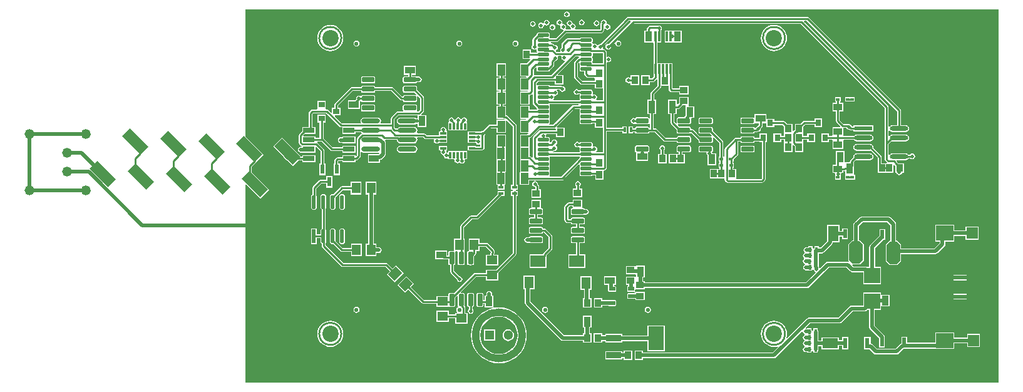
<source format=gbr>
%TF.GenerationSoftware,Altium Limited,Altium Designer,22.2.1 (43)*%
G04 Layer_Physical_Order=1*
G04 Layer_Color=255*
%FSLAX45Y45*%
%MOMM*%
%TF.SameCoordinates,3546A09D-0AB3-465C-A5BE-671B47EBA127*%
%TF.FilePolarity,Positive*%
%TF.FileFunction,Copper,L1,Top,Signal*%
%TF.Part,Single*%
G01*
G75*
%TA.AperFunction,NonConductor*%
%ADD10C,1.00000*%
%ADD11C,0.25400*%
%TA.AperFunction,SMDPad,CuDef*%
%ADD12R,2.33000X1.99000*%
%ADD13R,0.50000X1.20000*%
%ADD14R,0.50000X1.60000*%
G04:AMPARAMS|DCode=15|XSize=1.8mm|YSize=3mm|CornerRadius=0mm|HoleSize=0mm|Usage=FLASHONLY|Rotation=180.000|XOffset=0mm|YOffset=0mm|HoleType=Round|Shape=Octagon|*
%AMOCTAGOND15*
4,1,8,0.45000,-1.50000,-0.45000,-1.50000,-0.90000,-1.05000,-0.90000,1.05000,-0.45000,1.50000,0.45000,1.50000,0.90000,1.05000,0.90000,-1.05000,0.45000,-1.50000,0.0*
%
%ADD15OCTAGOND15*%

%ADD16R,0.35000X0.65000*%
%ADD17R,2.13000X1.42000*%
%ADD18R,0.60000X1.40000*%
%ADD19R,0.60000X1.80000*%
G04:AMPARAMS|DCode=20|XSize=1.9mm|YSize=3.2mm|CornerRadius=0mm|HoleSize=0mm|Usage=FLASHONLY|Rotation=180.000|XOffset=0mm|YOffset=0mm|HoleType=Round|Shape=Octagon|*
%AMOCTAGOND20*
4,1,8,0.47500,-1.60000,-0.47500,-1.60000,-0.95000,-1.12500,-0.95000,1.12500,-0.47500,1.60000,0.47500,1.60000,0.95000,1.12500,0.95000,-1.12500,0.47500,-1.60000,0.0*
%
%ADD20OCTAGOND20*%

%ADD21R,2.20000X2.15000*%
G04:AMPARAMS|DCode=22|XSize=0.55mm|YSize=0.8mm|CornerRadius=0.0495mm|HoleSize=0mm|Usage=FLASHONLY|Rotation=270.000|XOffset=0mm|YOffset=0mm|HoleType=Round|Shape=RoundedRectangle|*
%AMROUNDEDRECTD22*
21,1,0.55000,0.70100,0,0,270.0*
21,1,0.45100,0.80000,0,0,270.0*
1,1,0.09900,-0.35050,-0.22550*
1,1,0.09900,-0.35050,0.22550*
1,1,0.09900,0.35050,0.22550*
1,1,0.09900,0.35050,-0.22550*
%
%ADD22ROUNDEDRECTD22*%
%ADD23R,0.90000X1.05000*%
%ADD24R,1.05000X0.90000*%
%ADD25R,0.95000X1.35000*%
%ADD26R,2.10000X3.20000*%
%ADD27R,2.10000X0.90000*%
%ADD28R,1.35000X0.95000*%
%ADD29O,2.50000X0.70000*%
%ADD30R,1.20000X1.45000*%
%ADD31R,1.30000X1.60000*%
%ADD32R,2.00000X1.60000*%
G04:AMPARAMS|DCode=33|XSize=0.65mm|YSize=1.65mm|CornerRadius=0.04875mm|HoleSize=0mm|Usage=FLASHONLY|Rotation=90.000|XOffset=0mm|YOffset=0mm|HoleType=Round|Shape=RoundedRectangle|*
%AMROUNDEDRECTD33*
21,1,0.65000,1.55250,0,0,90.0*
21,1,0.55250,1.65000,0,0,90.0*
1,1,0.09750,0.77625,0.27625*
1,1,0.09750,0.77625,-0.27625*
1,1,0.09750,-0.77625,-0.27625*
1,1,0.09750,-0.77625,0.27625*
%
%ADD33ROUNDEDRECTD33*%
G04:AMPARAMS|DCode=34|XSize=1.87407mm|YSize=0.54213mm|CornerRadius=0.27107mm|HoleSize=0mm|Usage=FLASHONLY|Rotation=90.000|XOffset=0mm|YOffset=0mm|HoleType=Round|Shape=RoundedRectangle|*
%AMROUNDEDRECTD34*
21,1,1.87407,0.00000,0,0,90.0*
21,1,1.33193,0.54213,0,0,90.0*
1,1,0.54213,0.00000,0.66597*
1,1,0.54213,0.00000,-0.66597*
1,1,0.54213,0.00000,-0.66597*
1,1,0.54213,0.00000,0.66597*
%
%ADD34ROUNDEDRECTD34*%
%ADD35R,0.54213X1.87407*%
G04:AMPARAMS|DCode=36|XSize=1.45mm|YSize=3.5mm|CornerRadius=0mm|HoleSize=0mm|Usage=FLASHONLY|Rotation=45.000|XOffset=0mm|YOffset=0mm|HoleType=Round|Shape=Rectangle|*
%AMROTATEDRECTD36*
4,1,4,0.72479,-1.75009,-1.75009,0.72479,-0.72479,1.75009,1.75009,-0.72479,0.72479,-1.75009,0.0*
%
%ADD36ROTATEDRECTD36*%

%ADD37R,0.30000X1.40000*%
%ADD38R,1.42000X2.13000*%
%ADD39R,0.65000X0.35000*%
G04:AMPARAMS|DCode=40|XSize=0.65mm|YSize=1.65mm|CornerRadius=0.04875mm|HoleSize=0mm|Usage=FLASHONLY|Rotation=180.000|XOffset=0mm|YOffset=0mm|HoleType=Round|Shape=RoundedRectangle|*
%AMROUNDEDRECTD40*
21,1,0.65000,1.55250,0,0,180.0*
21,1,0.55250,1.65000,0,0,180.0*
1,1,0.09750,-0.27625,0.77625*
1,1,0.09750,0.27625,0.77625*
1,1,0.09750,0.27625,-0.77625*
1,1,0.09750,-0.27625,-0.77625*
%
%ADD40ROUNDEDRECTD40*%
%ADD41R,1.45000X1.20000*%
%ADD42R,0.48000X0.40000*%
%ADD43R,1.22000X0.91000*%
%ADD44R,2.46916X0.62213*%
G04:AMPARAMS|DCode=45|XSize=2.46916mm|YSize=0.62213mm|CornerRadius=0.31107mm|HoleSize=0mm|Usage=FLASHONLY|Rotation=0.000|XOffset=0mm|YOffset=0mm|HoleType=Round|Shape=RoundedRectangle|*
%AMROUNDEDRECTD45*
21,1,2.46916,0.00000,0,0,0.0*
21,1,1.84702,0.62213,0,0,0.0*
1,1,0.62213,0.92351,0.00000*
1,1,0.62213,-0.92351,0.00000*
1,1,0.62213,-0.92351,0.00000*
1,1,0.62213,0.92351,0.00000*
%
%ADD45ROUNDEDRECTD45*%
%ADD46R,0.80000X0.90000*%
G04:AMPARAMS|DCode=47|XSize=1.5mm|YSize=0.45mm|CornerRadius=0.0495mm|HoleSize=0mm|Usage=FLASHONLY|Rotation=180.000|XOffset=0mm|YOffset=0mm|HoleType=Round|Shape=RoundedRectangle|*
%AMROUNDEDRECTD47*
21,1,1.50000,0.35100,0,0,180.0*
21,1,1.40100,0.45000,0,0,180.0*
1,1,0.09900,-0.70050,0.17550*
1,1,0.09900,0.70050,0.17550*
1,1,0.09900,0.70050,-0.17550*
1,1,0.09900,-0.70050,-0.17550*
%
%ADD47ROUNDEDRECTD47*%
%ADD48R,1.00000X1.50000*%
%ADD49R,0.60000X1.30000*%
G04:AMPARAMS|DCode=50|XSize=1.45mm|YSize=1.2mm|CornerRadius=0mm|HoleSize=0mm|Usage=FLASHONLY|Rotation=225.000|XOffset=0mm|YOffset=0mm|HoleType=Round|Shape=Rectangle|*
%AMROTATEDRECTD50*
4,1,4,0.08839,0.93692,0.93692,0.08839,-0.08839,-0.93692,-0.93692,-0.08839,0.08839,0.93692,0.0*
%
%ADD50ROTATEDRECTD50*%

%ADD51R,2.60000X2.60000*%
%ADD52R,0.30000X0.85000*%
%ADD53R,0.85000X0.30000*%
%ADD54R,0.90000X0.80000*%
%ADD55R,1.52500X0.65000*%
%ADD56R,0.95000X1.70000*%
%TA.AperFunction,Conductor*%
%ADD57C,0.50000*%
%ADD58C,0.25400*%
%ADD59C,0.12700*%
%TA.AperFunction,ComponentPad*%
%ADD60R,1.50000X1.50000*%
%ADD61C,0.54991*%
%ADD62C,2.19989*%
%ADD63C,1.32080*%
%ADD64R,1.30000X1.30000*%
%ADD65C,1.30000*%
%TA.AperFunction,ViaPad*%
%ADD66C,0.50000*%
G36*
X15689999Y2500000D02*
X5499999D01*
X5499999Y5178479D01*
X5511733Y5183339D01*
X5705472Y4989600D01*
X5825963Y5110091D01*
X5586413Y5349641D01*
Y5419111D01*
X5647015Y5479713D01*
X5648432Y5481835D01*
X5749193Y5582596D01*
X5500000Y5831789D01*
X5500000Y7550000D01*
X15689999D01*
X15689999Y2500000D01*
D02*
G37*
%LPC*%
G36*
X9850000Y7518439D02*
X9835290Y7515513D01*
X9822820Y7507180D01*
X9814488Y7494710D01*
X9811562Y7480000D01*
X9814488Y7465290D01*
X9822820Y7452820D01*
X9835290Y7444488D01*
X9850000Y7441561D01*
X9864710Y7444488D01*
X9877180Y7452820D01*
X9885513Y7465290D01*
X9888439Y7480000D01*
X9885513Y7494710D01*
X9877180Y7507180D01*
X9864710Y7515513D01*
X9850000Y7518439D01*
D02*
G37*
G36*
X9575664Y7406940D02*
X9560954Y7404014D01*
X9548484Y7395682D01*
X9540152Y7383212D01*
X9537226Y7368502D01*
X9538137Y7363921D01*
X9530777Y7358990D01*
X9526440Y7357625D01*
X9515121Y7365188D01*
X9500411Y7368114D01*
X9485701Y7365188D01*
X9473231Y7356856D01*
X9464899Y7344385D01*
X9461973Y7329675D01*
X9464899Y7314966D01*
X9473231Y7302495D01*
X9485701Y7294163D01*
X9500411Y7291237D01*
X9515121Y7294163D01*
X9527592Y7302495D01*
X9535924Y7314966D01*
X9538850Y7329675D01*
X9537939Y7334256D01*
X9545299Y7339187D01*
X9549635Y7340552D01*
X9560954Y7332989D01*
X9575664Y7330063D01*
X9590374Y7332989D01*
X9602844Y7341322D01*
X9611177Y7353792D01*
X9614103Y7368502D01*
X9611177Y7383212D01*
X9602844Y7395682D01*
X9590374Y7404014D01*
X9575664Y7406940D01*
D02*
G37*
G36*
X10049368Y7408439D02*
X10034658Y7405512D01*
X10022188Y7397180D01*
X10013856Y7384710D01*
X10010929Y7370000D01*
X10013856Y7355290D01*
X10022188Y7342820D01*
X10034658Y7334487D01*
X10049368Y7331561D01*
X10064078Y7334487D01*
X10076548Y7342820D01*
X10084881Y7355290D01*
X10087807Y7370000D01*
X10084881Y7384710D01*
X10076548Y7397180D01*
X10064078Y7405512D01*
X10049368Y7408439D01*
D02*
G37*
G36*
X10249768Y7398839D02*
X10235058Y7395913D01*
X10222588Y7387580D01*
X10214255Y7375110D01*
X10211329Y7360400D01*
X10214255Y7345690D01*
X10222588Y7333220D01*
X10235058Y7324888D01*
X10249768Y7321961D01*
X10264478Y7324888D01*
X10276948Y7333220D01*
X10285280Y7345690D01*
X10288206Y7360400D01*
X10285280Y7375110D01*
X10276948Y7387580D01*
X10264478Y7395913D01*
X10249768Y7398839D01*
D02*
G37*
G36*
X9390000Y7388439D02*
X9375290Y7385513D01*
X9362820Y7377180D01*
X9354488Y7364710D01*
X9351561Y7350000D01*
X9354488Y7335290D01*
X9362820Y7322820D01*
X9375290Y7314488D01*
X9390000Y7311561D01*
X9404710Y7314488D01*
X9417180Y7322820D01*
X9425513Y7335290D01*
X9428439Y7350000D01*
X9425513Y7364710D01*
X9417180Y7377180D01*
X9404710Y7385513D01*
X9390000Y7388439D01*
D02*
G37*
G36*
X13101900Y7443998D02*
X10676824D01*
X10666913Y7442026D01*
X10658511Y7436412D01*
X10300874Y7078776D01*
X10299362Y7079077D01*
X10284652Y7076150D01*
X10272181Y7067818D01*
X10269720Y7064134D01*
X10269169Y7063932D01*
X10255027Y7065004D01*
X10250049Y7072454D01*
X10237578Y7080786D01*
X10222869Y7083712D01*
X10211048Y7081361D01*
X10208387Y7081862D01*
X10202332Y7085118D01*
X10197338Y7088830D01*
X10196978Y7090638D01*
X10193921Y7098702D01*
X10196978Y7106766D01*
X10198348Y7113652D01*
Y7148752D01*
X10196978Y7155638D01*
X10193077Y7161477D01*
X10187239Y7165378D01*
X10180353Y7166747D01*
X10040253D01*
X10033366Y7165378D01*
X10027528Y7161477D01*
X10024603Y7157099D01*
X9861202D01*
X9851291Y7155128D01*
X9842890Y7149514D01*
X9781850Y7088475D01*
X9776236Y7080073D01*
X9774265Y7070162D01*
Y7025422D01*
X9768457Y7021542D01*
X9760125Y7009072D01*
X9757199Y6994362D01*
X9759547Y6982560D01*
X9752557Y6969859D01*
X9712315D01*
X9700912Y6981262D01*
X9704949Y6995185D01*
X9714955Y7001871D01*
X9723287Y7014341D01*
X9726213Y7029051D01*
X9723287Y7043761D01*
X9714955Y7056231D01*
X9702485Y7064563D01*
X9687775Y7067490D01*
X9680710Y7066084D01*
X9662280Y7084514D01*
X9653878Y7090128D01*
X9643967Y7092099D01*
X9634999D01*
X9631184Y7098702D01*
X9634999Y7105304D01*
X9712253D01*
X9722163Y7107276D01*
X9730565Y7112890D01*
X9841778Y7224102D01*
X10310068D01*
X10319978Y7226074D01*
X10328380Y7231688D01*
X10343259Y7246567D01*
X10348873Y7254968D01*
X10350844Y7264879D01*
Y7297613D01*
X10363544Y7298864D01*
X10364255Y7295290D01*
X10372588Y7282820D01*
X10385058Y7274488D01*
X10399768Y7271562D01*
X10414478Y7274488D01*
X10426948Y7282820D01*
X10435280Y7295290D01*
X10438206Y7310000D01*
X10435280Y7324710D01*
X10426948Y7337180D01*
X10414478Y7345513D01*
X10399768Y7348439D01*
X10394934Y7347477D01*
X10391515Y7350134D01*
X10385530Y7358556D01*
X10387807Y7370000D01*
X10384880Y7384710D01*
X10376548Y7397180D01*
X10364078Y7405512D01*
X10349368Y7408439D01*
X10334658Y7405512D01*
X10322188Y7397180D01*
X10313855Y7384710D01*
X10310929Y7370000D01*
X10311688Y7366187D01*
X10306634Y7361133D01*
X10301021Y7352732D01*
X10299049Y7342821D01*
Y7275898D01*
X9964272D01*
X9960694Y7284232D01*
X9959731Y7288598D01*
X9967508Y7300237D01*
X9970434Y7314947D01*
X9967508Y7329657D01*
X9959176Y7342128D01*
X9946706Y7350460D01*
X9931996Y7353386D01*
X9924974Y7364938D01*
X9923172Y7373993D01*
X9914840Y7386463D01*
X9902370Y7394795D01*
X9887660Y7397721D01*
X9872950Y7394795D01*
X9860480Y7386463D01*
X9852147Y7373993D01*
X9849221Y7359283D01*
X9852147Y7344573D01*
X9860480Y7332102D01*
X9872950Y7323770D01*
X9887660Y7320844D01*
X9894682Y7309292D01*
X9896483Y7300237D01*
X9904260Y7288598D01*
X9903297Y7284232D01*
X9899720Y7275898D01*
X9838229D01*
X9831441Y7288598D01*
X9835913Y7295290D01*
X9838839Y7310000D01*
X9835913Y7324710D01*
X9827580Y7337180D01*
X9815110Y7345513D01*
X9800400Y7348439D01*
X9795566Y7347477D01*
X9792148Y7350134D01*
X9786162Y7358556D01*
X9788439Y7370000D01*
X9785513Y7384710D01*
X9777180Y7397180D01*
X9764710Y7405512D01*
X9750000Y7408439D01*
X9735290Y7405512D01*
X9722820Y7397180D01*
X9714488Y7384710D01*
X9711561Y7370000D01*
X9714488Y7355290D01*
X9722820Y7342820D01*
X9735290Y7334487D01*
X9750000Y7331561D01*
X9754834Y7332523D01*
X9758253Y7329866D01*
X9764238Y7321445D01*
X9761961Y7310000D01*
X9764888Y7295290D01*
X9773220Y7282820D01*
X9785690Y7274488D01*
X9798421Y7271955D01*
X9801969Y7265704D01*
X9803694Y7259268D01*
X9701526Y7157099D01*
X9621291D01*
X9620717Y7157716D01*
X9615870Y7168841D01*
X9616978Y7171765D01*
X9618348Y7178652D01*
Y7213752D01*
X9616978Y7220638D01*
X9613078Y7226477D01*
X9607239Y7230377D01*
X9600353Y7231747D01*
X9460253D01*
X9453366Y7230377D01*
X9447528Y7226477D01*
X9443627Y7220638D01*
X9442257Y7213752D01*
Y7208448D01*
X9436669Y7204714D01*
X9391688Y7159733D01*
X9386074Y7151331D01*
X9384102Y7141421D01*
Y7068037D01*
X9382820Y7067180D01*
X9374487Y7054710D01*
X9371561Y7040000D01*
X9374487Y7025290D01*
X9382820Y7012820D01*
X9395290Y7004487D01*
X9410000Y7001561D01*
X9424710Y7004487D01*
X9429557Y7007726D01*
X9442257Y7000938D01*
Y6983652D01*
X9443627Y6976765D01*
X9444736Y6973840D01*
X9439889Y6962717D01*
X9439315Y6962099D01*
X9365160D01*
Y7004160D01*
X9249760D01*
Y6873760D01*
X9348575D01*
X9353835Y6861060D01*
X9307878Y6815102D01*
X9219103D01*
Y6639702D01*
X9293708D01*
X9300497Y6627002D01*
X9298893Y6624602D01*
X9219103D01*
Y6449202D01*
X9316802D01*
X9323590Y6436502D01*
X9322319Y6434600D01*
X9319103D01*
X9316600Y6434102D01*
X9219103D01*
Y6258702D01*
X9344503D01*
Y6382884D01*
X9354013Y6384776D01*
X9362415Y6390390D01*
X9375129Y6403104D01*
X9386862Y6398243D01*
Y6281257D01*
X9388833Y6271346D01*
X9394447Y6262945D01*
X9436669Y6220723D01*
X9442257Y6216989D01*
Y6211685D01*
X9443627Y6204799D01*
X9444736Y6201874D01*
X9439889Y6190750D01*
X9439315Y6190133D01*
X9344503D01*
Y6243602D01*
X9219103D01*
Y6068202D01*
X9293708D01*
X9300497Y6055502D01*
X9298893Y6053102D01*
X9219103D01*
Y5877702D01*
X9324764D01*
X9331116Y5865002D01*
X9327164Y5859732D01*
X9318945D01*
X9309034Y5857761D01*
X9301326Y5852610D01*
X9218473D01*
Y5686793D01*
X9217913D01*
Y5511393D01*
X9219977D01*
Y5349138D01*
X9214815D01*
Y5173738D01*
X9340215D01*
Y5235540D01*
X9415358D01*
X9416608Y5222840D01*
X9404658Y5220463D01*
X9392188Y5212131D01*
X9383856Y5199660D01*
X9380930Y5184951D01*
X9383856Y5170241D01*
X9392188Y5157770D01*
X9404658Y5149438D01*
X9419368Y5146512D01*
X9424102Y5134854D01*
Y5117500D01*
X9369800D01*
Y5002100D01*
X9500200D01*
Y5117500D01*
X9475897D01*
Y5154319D01*
X9473926Y5164229D01*
X9468312Y5172631D01*
X9457506Y5183438D01*
X9457807Y5184951D01*
X9454881Y5199660D01*
X9446549Y5212131D01*
X9434078Y5220463D01*
X9422128Y5222840D01*
X9423379Y5235540D01*
X9783950D01*
X9793861Y5237511D01*
X9802263Y5243125D01*
X10010524Y5451387D01*
X10022257Y5446526D01*
Y5439719D01*
X10023627Y5432832D01*
X10026684Y5424769D01*
X10023627Y5416705D01*
X10022257Y5409818D01*
Y5374719D01*
X10023627Y5367832D01*
X10026684Y5359769D01*
X10023627Y5351705D01*
X10022257Y5344819D01*
Y5309719D01*
X10023627Y5302832D01*
X10027528Y5296994D01*
X10033366Y5293093D01*
X10040253Y5291723D01*
X10180353D01*
X10187239Y5293093D01*
X10193077Y5296994D01*
X10196002Y5301371D01*
X10232300D01*
Y5244800D01*
X10347700D01*
Y5366636D01*
X10355432Y5368174D01*
X10363833Y5373788D01*
X10378713Y5388667D01*
X10384326Y5397068D01*
X10386298Y5406979D01*
Y5891952D01*
X10599569D01*
Y5872649D01*
X10659968D01*
Y5963049D01*
X10599569D01*
Y5943747D01*
X10385898D01*
Y6106042D01*
Y6294235D01*
Y6474968D01*
X10386298Y6476979D01*
Y6603021D01*
X10385898Y6605032D01*
Y6796402D01*
Y6826919D01*
X10398598Y6833909D01*
X10410400Y6831561D01*
X10425110Y6834487D01*
X10437580Y6842820D01*
X10445913Y6855290D01*
X10448839Y6870000D01*
X10445913Y6884710D01*
X10437580Y6897180D01*
X10425110Y6905512D01*
X10410400Y6908439D01*
X10398598Y6906091D01*
X10385898Y6913081D01*
Y6969223D01*
X10383926Y6979133D01*
X10378312Y6987535D01*
X10363433Y7002414D01*
X10355032Y7008028D01*
X10345121Y7009999D01*
X10339506D01*
X10332717Y7022699D01*
X10334874Y7025928D01*
X10337800Y7040638D01*
X10337499Y7042151D01*
X10687551Y7392202D01*
X10706669D01*
X10711529Y7380469D01*
X10411513Y7080453D01*
X10410000Y7080754D01*
X10395290Y7077828D01*
X10382820Y7069496D01*
X10374488Y7057025D01*
X10371561Y7042315D01*
X10374488Y7027605D01*
X10382820Y7015135D01*
X10395290Y7006803D01*
X10410000Y7003877D01*
X10424710Y7006803D01*
X10437180Y7015135D01*
X10445513Y7027605D01*
X10448439Y7042315D01*
X10448138Y7043828D01*
X10491602Y7087293D01*
X10496717Y7086356D01*
X10504560Y7082290D01*
X10507137Y7069336D01*
X10516021Y7056040D01*
X10529317Y7047156D01*
X10545001Y7044036D01*
X10560684Y7047156D01*
X10573980Y7056040D01*
X10582864Y7069336D01*
X10585983Y7085019D01*
X10582864Y7100703D01*
X10573980Y7113998D01*
X10560684Y7122882D01*
X10547729Y7125459D01*
X10543664Y7133303D01*
X10542727Y7138418D01*
X10758412Y7354102D01*
X13009273D01*
X14149362Y6214013D01*
Y5735851D01*
Y5518739D01*
X14151334Y5508828D01*
X14156947Y5500426D01*
X14177214Y5480160D01*
X14177165Y5478789D01*
X14173203Y5467460D01*
X14105357D01*
Y5552251D01*
X14103386Y5562162D01*
X14097772Y5570564D01*
X13993382Y5674954D01*
X13994716Y5681660D01*
X13991316Y5698752D01*
X13981635Y5713243D01*
X13967143Y5722925D01*
X13950050Y5726325D01*
X13765349D01*
X13748256Y5722925D01*
X13733766Y5713243D01*
X13724084Y5698752D01*
X13720683Y5681660D01*
X13724084Y5664567D01*
X13733766Y5650077D01*
X13748256Y5640395D01*
X13765349Y5636995D01*
X13950050D01*
X13956757Y5638329D01*
X14053561Y5541524D01*
Y5434560D01*
X14054060Y5432057D01*
Y5337060D01*
X14262061D01*
Y5442768D01*
X14274760Y5447735D01*
X14291660Y5430835D01*
Y5337060D01*
X14308154D01*
X14309837Y5328599D01*
X14318169Y5316128D01*
X14330640Y5307796D01*
X14345349Y5304870D01*
X14360059Y5307796D01*
X14372530Y5316128D01*
X14380862Y5328599D01*
X14382545Y5337060D01*
X14407060D01*
Y5467460D01*
X14328284D01*
X14315004Y5480740D01*
X14313486Y5488370D01*
X14307872Y5496772D01*
X14306383Y5498262D01*
X14311243Y5509995D01*
X14432771D01*
X14449863Y5513395D01*
X14464354Y5523077D01*
X14469937Y5531432D01*
X14494896D01*
X14505290Y5524488D01*
X14520000Y5521561D01*
X14534711Y5524488D01*
X14547180Y5532820D01*
X14555511Y5545290D01*
X14558438Y5560000D01*
X14555511Y5574710D01*
X14547180Y5587180D01*
X14534711Y5595513D01*
X14520000Y5598439D01*
X14505290Y5595513D01*
X14492821Y5587180D01*
X14490178Y5583227D01*
X14466368D01*
X14464354Y5586243D01*
X14449863Y5595925D01*
X14432771Y5599325D01*
X14248068D01*
X14230975Y5595925D01*
X14216486Y5586243D01*
X14213857Y5582309D01*
X14201157Y5586162D01*
Y5725124D01*
X14241362Y5765329D01*
X14248068Y5763995D01*
X14432771D01*
X14449863Y5767395D01*
X14464354Y5777077D01*
X14474036Y5791567D01*
X14477435Y5808660D01*
X14474036Y5825752D01*
X14464354Y5840243D01*
X14449863Y5849925D01*
X14432771Y5853325D01*
X14248068D01*
X14230975Y5849925D01*
X14216486Y5840243D01*
X14213857Y5836309D01*
X14201157Y5840162D01*
Y5904158D01*
X14213857Y5908010D01*
X14216486Y5904077D01*
X14230975Y5894395D01*
X14248068Y5890995D01*
X14432771D01*
X14449863Y5894395D01*
X14464354Y5904077D01*
X14474036Y5918567D01*
X14477435Y5935660D01*
X14474036Y5952752D01*
X14464354Y5967243D01*
X14449863Y5976925D01*
X14432771Y5980325D01*
X14366318D01*
Y6179580D01*
X14364346Y6189491D01*
X14358733Y6197893D01*
X13120213Y7436412D01*
X13111810Y7442026D01*
X13101900Y7443998D01*
D02*
G37*
G36*
X9655057Y7343781D02*
X9640347Y7340855D01*
X9627877Y7332523D01*
X9619545Y7320053D01*
X9616619Y7305343D01*
X9619545Y7290633D01*
X9627877Y7278162D01*
X9640347Y7269830D01*
X9655057Y7266904D01*
X9669767Y7269830D01*
X9682238Y7278162D01*
X9690570Y7290633D01*
X9693496Y7305343D01*
X9690570Y7320053D01*
X9682238Y7332523D01*
X9669767Y7340855D01*
X9655057Y7343781D01*
D02*
G37*
G36*
X11096223Y7330082D02*
X11081513Y7327156D01*
X11079630Y7325897D01*
X10970000D01*
X10960090Y7323926D01*
X10951688Y7318312D01*
X10936688Y7303312D01*
X10931074Y7294910D01*
X10929103Y7285000D01*
Y7260200D01*
X10894800D01*
Y7099800D01*
X11015200D01*
X11024102Y7090787D01*
Y6822700D01*
X11022300D01*
Y6657300D01*
X11024102D01*
Y6640727D01*
X10999273Y6615898D01*
X10970200D01*
Y6655200D01*
X10854800D01*
Y6524800D01*
X10970200D01*
Y6564102D01*
X11010000D01*
X11019911Y6566074D01*
X11028312Y6571688D01*
X11061403Y6604778D01*
X11074103Y6599517D01*
Y6515665D01*
X10986047Y6427610D01*
X10980433Y6419208D01*
X10978462Y6409298D01*
Y6325460D01*
X10939760D01*
Y6130060D01*
X10974062D01*
Y6076435D01*
X10961362Y6075185D01*
X10961233Y6075833D01*
X10957349Y6081647D01*
X10951535Y6085531D01*
X10944678Y6086895D01*
X10789428D01*
X10782570Y6085531D01*
X10776757Y6081647D01*
X10772872Y6075833D01*
X10760044Y6076441D01*
X10750000Y6078439D01*
X10735290Y6075513D01*
X10722820Y6067180D01*
X10714488Y6054710D01*
X10711562Y6040000D01*
X10714488Y6025290D01*
X10722820Y6012820D01*
X10735290Y6004488D01*
X10750000Y6001562D01*
X10764710Y6004488D01*
X10765307Y6004886D01*
X10772872Y6006868D01*
X10776757Y6001055D01*
X10782570Y5997170D01*
X10789428Y5995806D01*
X10944678D01*
X10951535Y5997170D01*
X10957349Y6001055D01*
X10961233Y6006868D01*
X10961362Y6007517D01*
X10974062Y6006266D01*
Y5949435D01*
X10961362Y5948185D01*
X10961233Y5948833D01*
X10957349Y5954647D01*
X10951535Y5958531D01*
X10944678Y5959895D01*
X10789428D01*
X10782570Y5958531D01*
X10776757Y5954647D01*
X10772872Y5948833D01*
X10771513Y5941998D01*
X10744968D01*
Y5963049D01*
X10684569D01*
Y5872649D01*
X10744968D01*
Y5890202D01*
X10771508D01*
Y5886726D01*
X10772872Y5879868D01*
X10776757Y5874055D01*
X10782570Y5870170D01*
X10789428Y5868806D01*
X10944678D01*
X10951535Y5870170D01*
X10957349Y5874055D01*
X10961233Y5879868D01*
X10962597Y5886726D01*
Y5888453D01*
X11036242D01*
X11155656Y5769038D01*
X11164058Y5763424D01*
X11173969Y5761453D01*
X11336508D01*
Y5759726D01*
X11337872Y5752868D01*
X11341757Y5747055D01*
X11347570Y5743170D01*
X11354428Y5741806D01*
X11509678D01*
X11516535Y5743170D01*
X11522349Y5747055D01*
X11526233Y5752868D01*
X11527597Y5759726D01*
Y5814976D01*
X11526233Y5821833D01*
X11522349Y5827647D01*
X11516535Y5831531D01*
X11509678Y5832895D01*
X11354428D01*
X11347570Y5831531D01*
X11341757Y5827647D01*
X11337872Y5821833D01*
X11336508Y5814976D01*
Y5813248D01*
X11184696D01*
X11065281Y5932663D01*
X11056879Y5938277D01*
X11046969Y5940248D01*
X11025857D01*
Y6130060D01*
X11060160D01*
Y6325460D01*
X11030257D01*
Y6398570D01*
X11118313Y6486626D01*
X11123926Y6495027D01*
X11125898Y6504938D01*
Y6517019D01*
X11224103D01*
Y6467539D01*
X11226074Y6457628D01*
X11231688Y6449226D01*
X11246567Y6434347D01*
X11254969Y6428733D01*
X11264879Y6426762D01*
X11366860D01*
Y6394960D01*
X11497260D01*
Y6510360D01*
X11366860D01*
Y6478557D01*
X11275898D01*
Y6657300D01*
X11277700D01*
Y6822700D01*
X11075898D01*
Y7097300D01*
X11127700D01*
Y7262700D01*
X11127700D01*
X11130058Y7274423D01*
X11131735Y7276933D01*
X11134661Y7291643D01*
X11131735Y7306353D01*
X11123403Y7318823D01*
X11110933Y7327156D01*
X11096223Y7330082D01*
D02*
G37*
G36*
X11277700Y7262700D02*
Y7262700D01*
X11273135Y7262700D01*
X11172300D01*
Y7097300D01*
X11273135D01*
X11277700Y7097300D01*
Y7097299D01*
X11284800Y7099800D01*
X11284801Y7099800D01*
X11405200D01*
Y7260200D01*
X11284800D01*
Y7260201D01*
X11277700Y7262700D01*
D02*
G37*
G36*
X9155011Y7126002D02*
X9139327Y7122882D01*
X9126032Y7113998D01*
X9117148Y7100703D01*
X9114028Y7085019D01*
X9117148Y7069336D01*
X9126032Y7056040D01*
X9139327Y7047156D01*
X9155011Y7044036D01*
X9170694Y7047156D01*
X9183990Y7056040D01*
X9192874Y7069336D01*
X9195994Y7085019D01*
X9192874Y7100703D01*
X9183990Y7113998D01*
X9170694Y7122882D01*
X9155011Y7126002D01*
D02*
G37*
G36*
X8395018D02*
X8379334Y7122882D01*
X8366038Y7113998D01*
X8357154Y7100703D01*
X8354035Y7085019D01*
X8357154Y7069336D01*
X8366038Y7056040D01*
X8379334Y7047156D01*
X8395018Y7044036D01*
X8410701Y7047156D01*
X8423997Y7056040D01*
X8432881Y7069336D01*
X8436000Y7085019D01*
X8432881Y7100703D01*
X8423997Y7113998D01*
X8410701Y7122882D01*
X8395018Y7126002D01*
D02*
G37*
G36*
X7005003D02*
X6989319Y7122882D01*
X6976023Y7113998D01*
X6967139Y7100703D01*
X6964020Y7085019D01*
X6967139Y7069336D01*
X6976023Y7056040D01*
X6989319Y7047156D01*
X7005003Y7044036D01*
X7020686Y7047156D01*
X7033982Y7056040D01*
X7042866Y7069336D01*
X7045985Y7085019D01*
X7042866Y7100703D01*
X7033982Y7113998D01*
X7020686Y7122882D01*
X7005003Y7126002D01*
D02*
G37*
G36*
X12650000Y7336261D02*
X12615613Y7332874D01*
X12582548Y7322844D01*
X12552074Y7306556D01*
X12525365Y7284635D01*
X12503444Y7257926D01*
X12487156Y7227452D01*
X12477126Y7194387D01*
X12473739Y7160000D01*
X12477126Y7125613D01*
X12487156Y7092548D01*
X12503444Y7062074D01*
X12525365Y7035364D01*
X12552074Y7013444D01*
X12582548Y6997156D01*
X12615613Y6987125D01*
X12650000Y6983739D01*
X12684387Y6987125D01*
X12717452Y6997156D01*
X12747926Y7013444D01*
X12774636Y7035364D01*
X12796556Y7062074D01*
X12812843Y7092548D01*
X12822874Y7125613D01*
X12826260Y7160000D01*
X12822874Y7194387D01*
X12812843Y7227452D01*
X12796556Y7257926D01*
X12774636Y7284635D01*
X12747926Y7306556D01*
X12717452Y7322844D01*
X12684387Y7332874D01*
X12650000Y7336261D01*
D02*
G37*
G36*
X6650012D02*
X6615625Y7332874D01*
X6582560Y7322844D01*
X6552086Y7306556D01*
X6525377Y7284635D01*
X6503456Y7257926D01*
X6487168Y7227452D01*
X6477138Y7194387D01*
X6473751Y7160000D01*
X6477138Y7125613D01*
X6487168Y7092548D01*
X6503456Y7062074D01*
X6525377Y7035364D01*
X6552086Y7013444D01*
X6582560Y6997156D01*
X6615625Y6987125D01*
X6650012Y6983739D01*
X6684399Y6987125D01*
X6717464Y6997156D01*
X6747938Y7013444D01*
X6774648Y7035364D01*
X6796568Y7062074D01*
X6812856Y7092548D01*
X6822887Y7125613D01*
X6826273Y7160000D01*
X6822887Y7194387D01*
X6812856Y7227452D01*
X6796568Y7257926D01*
X6774648Y7284635D01*
X6747938Y7306556D01*
X6717464Y7322844D01*
X6684399Y7332874D01*
X6650012Y7336261D01*
D02*
G37*
G36*
X10825200Y6655200D02*
X10709800D01*
Y6630817D01*
X10697100Y6624028D01*
X10694878Y6625513D01*
X10680168Y6628439D01*
X10665458Y6625513D01*
X10652988Y6617180D01*
X10644656Y6604710D01*
X10641730Y6590000D01*
X10644656Y6575290D01*
X10652988Y6562820D01*
X10665458Y6554488D01*
X10680168Y6551561D01*
X10694878Y6554488D01*
X10697100Y6555972D01*
X10709800Y6549183D01*
Y6524800D01*
X10825200D01*
Y6655200D01*
D02*
G37*
G36*
X7806983Y6781547D02*
X7646583D01*
Y6661146D01*
X7700862D01*
Y6641604D01*
X7649135D01*
X7642277Y6640240D01*
X7636464Y6636356D01*
X7632579Y6630542D01*
X7631215Y6623685D01*
Y6568435D01*
X7632579Y6561577D01*
X7636464Y6555764D01*
X7642277Y6551879D01*
X7649135Y6550515D01*
X7804385D01*
X7811242Y6551879D01*
X7817056Y6555764D01*
X7820930Y6561561D01*
X7850000D01*
X7864710Y6564488D01*
X7877180Y6572820D01*
X7885513Y6585290D01*
X7888439Y6600000D01*
X7885513Y6614710D01*
X7877180Y6627180D01*
X7864710Y6635513D01*
X7850000Y6638439D01*
X7813939D01*
X7811242Y6640240D01*
X7804385Y6641604D01*
X7752657D01*
Y6661146D01*
X7806983D01*
Y6781547D01*
D02*
G37*
G36*
X7239385Y6641604D02*
X7084135D01*
X7077277Y6640240D01*
X7071464Y6636356D01*
X7067579Y6630542D01*
X7066215Y6623685D01*
Y6568435D01*
X7067579Y6561577D01*
X7071464Y6555764D01*
X7077277Y6551879D01*
X7084135Y6550515D01*
X7239385D01*
X7246242Y6551879D01*
X7252056Y6555764D01*
X7255940Y6561577D01*
X7257304Y6568435D01*
Y6623685D01*
X7255940Y6630542D01*
X7252056Y6636356D01*
X7246242Y6640240D01*
X7239385Y6641604D01*
D02*
G37*
G36*
X7804385Y6514604D02*
X7649135D01*
X7642277Y6513240D01*
X7636464Y6509356D01*
X7632579Y6503542D01*
X7631215Y6496685D01*
Y6441435D01*
X7632579Y6434577D01*
X7636464Y6428764D01*
X7642277Y6424879D01*
X7649135Y6423515D01*
X7785679D01*
X7809698Y6399496D01*
X7805149Y6389316D01*
X7803630Y6387604D01*
X7649135D01*
X7642277Y6386240D01*
X7636464Y6382356D01*
X7632579Y6376542D01*
X7631493Y6371081D01*
X7624409Y6369601D01*
X7618515Y6369529D01*
X7500672Y6487372D01*
X7492270Y6492986D01*
X7482360Y6494957D01*
X7257304D01*
Y6496685D01*
X7255940Y6503542D01*
X7252056Y6509356D01*
X7246242Y6513240D01*
X7239385Y6514604D01*
X7084135D01*
X7077277Y6513240D01*
X7071464Y6509356D01*
X7067579Y6503542D01*
X7066215Y6496685D01*
Y6494957D01*
X6939060D01*
X6929149Y6492986D01*
X6920747Y6487372D01*
X6713147Y6279772D01*
X6707533Y6271370D01*
X6705562Y6261460D01*
Y6218068D01*
X6673760D01*
Y6155365D01*
X6662027Y6150504D01*
X6624218Y6188312D01*
X6615817Y6193926D01*
X6605906Y6195898D01*
X6591405D01*
X6589160Y6207668D01*
X6589160Y6208598D01*
Y6313068D01*
X6473760D01*
Y6208598D01*
X6473759Y6207668D01*
X6471515Y6195898D01*
X6410000D01*
X6400090Y6193926D01*
X6391688Y6188312D01*
X6361688Y6158312D01*
X6356074Y6149910D01*
X6354102Y6140000D01*
Y5956568D01*
X6271310D01*
Y5902792D01*
X6232147Y5863630D01*
X6226533Y5855228D01*
X6224562Y5845318D01*
Y5745160D01*
X6226533Y5735249D01*
X6232147Y5726847D01*
X6251198Y5707797D01*
X6259599Y5702183D01*
X6264851Y5701138D01*
X6263601Y5688438D01*
X6250000D01*
X6235290Y5685512D01*
X6222820Y5677180D01*
X6214487Y5664710D01*
X6211561Y5650000D01*
X6214487Y5635290D01*
X6222820Y5622820D01*
X6235290Y5614487D01*
X6250000Y5611561D01*
X6352891D01*
X6352892Y5611561D01*
X6355941Y5612168D01*
X6449210D01*
Y5682324D01*
X6461910Y5687585D01*
X6519103Y5630392D01*
Y5462700D01*
X6502300D01*
Y5307300D01*
X6587700D01*
Y5462700D01*
X6570898D01*
Y5641119D01*
X6568926Y5651030D01*
X6563313Y5659432D01*
X6478322Y5744422D01*
X6476305Y5745770D01*
X6480157Y5758470D01*
X6530725D01*
X6650139Y5639055D01*
X6658541Y5633441D01*
X6668452Y5631470D01*
X6813710D01*
Y5612168D01*
X6991610D01*
Y5702568D01*
X6813710D01*
Y5683265D01*
X6679179D01*
X6557357Y5805087D01*
Y6017668D01*
X6589160D01*
Y6123068D01*
X6473760D01*
Y6017668D01*
X6505562D01*
Y5810265D01*
X6449210D01*
Y5829568D01*
X6289295D01*
X6284034Y5842268D01*
X6307934Y5866168D01*
X6449210D01*
Y5956568D01*
X6405898D01*
Y6129273D01*
X6420727Y6144103D01*
X6595179D01*
X6780734Y5958547D01*
X6789136Y5952933D01*
X6799047Y5950962D01*
X6813710D01*
Y5866168D01*
X6991610D01*
Y5884916D01*
X7068825D01*
X7072055Y5880082D01*
X7073390Y5872750D01*
X7069369Y5864271D01*
X7065929Y5861972D01*
X7019547Y5815591D01*
X7013933Y5807189D01*
X7011962Y5797278D01*
Y5578087D01*
X7003343Y5569468D01*
X6991610Y5574328D01*
Y5575568D01*
X6813710D01*
Y5545897D01*
X6744879D01*
X6734968Y5543926D01*
X6726567Y5538312D01*
X6711688Y5523433D01*
X6706074Y5515031D01*
X6704102Y5505121D01*
Y5462700D01*
X6692300D01*
Y5307300D01*
X6777700D01*
Y5462700D01*
X6755898D01*
Y5494102D01*
X6813710D01*
Y5485168D01*
X6991610D01*
Y5504470D01*
X7000868D01*
X7010778Y5506441D01*
X7019180Y5512055D01*
X7056172Y5549047D01*
X7061786Y5557449D01*
X7063757Y5567360D01*
Y5615641D01*
X7069745Y5618998D01*
X7076457Y5620809D01*
X7090648Y5611327D01*
X7109260Y5607625D01*
X7289260D01*
X7307871Y5611327D01*
X7315600Y5601217D01*
X7305321Y5590939D01*
X7262500D01*
X7258787Y5590200D01*
X7159800D01*
Y5469800D01*
X7320200D01*
Y5501891D01*
X7321244Y5514061D01*
X7335953Y5516988D01*
X7348424Y5525320D01*
X7389139Y5566036D01*
X7389140Y5566036D01*
X7397472Y5578506D01*
X7400398Y5593216D01*
Y5743969D01*
X7400398Y5743970D01*
X7397472Y5758680D01*
X7389867Y5770062D01*
X7390882Y5774337D01*
X7395488Y5782762D01*
X7550724D01*
X7554327Y5764648D01*
X7564870Y5748870D01*
X7580648Y5738327D01*
X7599260Y5734625D01*
X7779260D01*
X7797871Y5738327D01*
X7813650Y5748870D01*
X7824192Y5764648D01*
X7827894Y5783260D01*
X7824192Y5801871D01*
X7819989Y5808162D01*
X7826777Y5820862D01*
X7906082D01*
X7924697Y5802247D01*
X7933099Y5796633D01*
X7943010Y5794662D01*
X8047026D01*
X8053941Y5781962D01*
X8051561Y5770000D01*
X8054488Y5755290D01*
X8062820Y5742820D01*
X8075290Y5734487D01*
X8090000Y5731561D01*
X8104710Y5734487D01*
X8110086Y5738079D01*
X8121160Y5742859D01*
X8121160Y5742859D01*
X8121160Y5742860D01*
X8231560D01*
Y5792860D01*
Y5898260D01*
X8224926D01*
X8216640Y5910960D01*
X8218438Y5920000D01*
X8215512Y5934710D01*
X8207180Y5947180D01*
X8194710Y5955513D01*
X8180000Y5958439D01*
X8165290Y5955513D01*
X8152820Y5947180D01*
X8144487Y5934710D01*
X8141561Y5920000D01*
X8143360Y5910960D01*
X8135073Y5898260D01*
X8121160D01*
Y5846457D01*
X7953737D01*
X7935122Y5865072D01*
X7926720Y5870686D01*
X7916809Y5872657D01*
X7826777D01*
X7819989Y5885357D01*
X7824192Y5891648D01*
X7827894Y5910260D01*
X7824192Y5928871D01*
X7813650Y5944650D01*
X7797871Y5955192D01*
X7779260Y5958894D01*
X7599260D01*
X7580648Y5955192D01*
X7564870Y5944650D01*
X7559195Y5936157D01*
X7531187D01*
X7520957Y5946387D01*
Y6064633D01*
X7570427Y6114102D01*
X7830068D01*
Y6079007D01*
X7825641Y6075374D01*
X7812105Y6072682D01*
X7797871Y6082192D01*
X7779260Y6085894D01*
X7599260D01*
X7580648Y6082192D01*
X7564870Y6071650D01*
X7554327Y6055871D01*
X7550625Y6037260D01*
X7554327Y6018648D01*
X7564870Y6002870D01*
X7580648Y5992327D01*
X7599260Y5988625D01*
X7779260D01*
X7797871Y5992327D01*
X7811358Y6001339D01*
X7825641Y5998497D01*
X7830068Y5994865D01*
Y5958668D01*
X7950468D01*
Y6119068D01*
X7885454D01*
X7880193Y6131768D01*
X7907072Y6158647D01*
X7912686Y6167049D01*
X7914657Y6176960D01*
Y6357060D01*
X7912686Y6366970D01*
X7907072Y6375372D01*
X7822304Y6460140D01*
Y6496685D01*
X7820940Y6503542D01*
X7817056Y6509356D01*
X7811242Y6513240D01*
X7804385Y6514604D01*
D02*
G37*
G36*
X13739903Y6363586D02*
X13666504D01*
Y6363572D01*
X13611234D01*
Y6298172D01*
X13684634D01*
Y6298186D01*
X13739903D01*
Y6363586D01*
D02*
G37*
G36*
X11497260Y6365360D02*
X11366860D01*
Y6279084D01*
X11352860Y6265084D01*
X11340160Y6270345D01*
Y6325460D01*
X11219760D01*
Y6130060D01*
X11254062D01*
Y6016444D01*
X11256033Y6006533D01*
X11261647Y5998131D01*
X11336508Y5923270D01*
Y5886726D01*
X11337872Y5879868D01*
X11341757Y5874055D01*
X11347570Y5870170D01*
X11354428Y5868806D01*
X11509678D01*
X11516535Y5870170D01*
X11522348Y5874055D01*
X11535867Y5871427D01*
X11566522Y5840772D01*
X11568850Y5837289D01*
X11631410Y5774729D01*
X11631956Y5774364D01*
Y5758875D01*
X11633320Y5752017D01*
X11637204Y5746204D01*
X11643018Y5742319D01*
X11649875Y5740955D01*
X11805125D01*
X11811982Y5742319D01*
X11817796Y5746204D01*
X11821680Y5752017D01*
X11823044Y5758875D01*
Y5814125D01*
X11822944Y5814629D01*
X11834649Y5820885D01*
X11910319Y5745214D01*
Y5555808D01*
X11899517D01*
Y5490408D01*
X11910991D01*
Y5473060D01*
X11900860D01*
Y5407660D01*
X11911662D01*
Y5391260D01*
X11780760D01*
Y5260860D01*
X11983462D01*
Y5244879D01*
X11985433Y5234968D01*
X11991047Y5226567D01*
X12005926Y5211688D01*
X12014328Y5206074D01*
X12024239Y5204102D01*
X12486018D01*
X12495929Y5206074D01*
X12504331Y5211688D01*
X12528313Y5235669D01*
X12533926Y5244071D01*
X12535898Y5253982D01*
Y5752560D01*
X12558160D01*
Y5867960D01*
X12452760D01*
Y5813248D01*
X12388044D01*
Y5814125D01*
X12386680Y5820983D01*
X12382796Y5826796D01*
X12376982Y5830680D01*
X12370125Y5832044D01*
X12214875D01*
X12208017Y5830680D01*
X12202204Y5826796D01*
X12198320Y5820983D01*
X12196956Y5814125D01*
Y5809157D01*
X12133260D01*
X12123349Y5807186D01*
X12114947Y5801572D01*
X11991047Y5677672D01*
X11985433Y5669270D01*
X11983462Y5659360D01*
Y5564742D01*
X11972132Y5557703D01*
X11962115Y5561285D01*
Y5755941D01*
X11960143Y5765852D01*
X11954529Y5774254D01*
X11823044Y5905739D01*
Y5941125D01*
X11821680Y5947983D01*
X11817796Y5953796D01*
X11811982Y5957680D01*
X11805125Y5959044D01*
X11649875D01*
X11643018Y5957680D01*
X11637204Y5953796D01*
X11633320Y5947983D01*
X11631956Y5941125D01*
Y5885875D01*
X11633320Y5879017D01*
X11637204Y5873204D01*
X11643018Y5869319D01*
X11649875Y5867955D01*
X11787578D01*
X11811885Y5843649D01*
X11805629Y5831944D01*
X11805125Y5832044D01*
X11649875D01*
X11647764Y5831625D01*
X11608108Y5871281D01*
X11605780Y5874764D01*
X11556086Y5924458D01*
X11547684Y5930072D01*
X11537773Y5932044D01*
X11527597D01*
Y5941976D01*
X11526233Y5948833D01*
X11522349Y5954647D01*
X11516535Y5958531D01*
X11509678Y5959895D01*
X11373133D01*
X11349114Y5983914D01*
X11353663Y5994094D01*
X11355183Y5995806D01*
X11509678D01*
X11516535Y5997170D01*
X11522349Y6001055D01*
X11526233Y6006868D01*
X11527597Y6013726D01*
Y6068975D01*
X11538696Y6078275D01*
X11575386D01*
Y6238675D01*
X11500676D01*
X11497260Y6249960D01*
X11497260Y6251375D01*
Y6365360D01*
D02*
G37*
G36*
X12550200Y6130200D02*
X12389800D01*
Y6091390D01*
X12377100Y6084602D01*
X12376982Y6084680D01*
X12370125Y6086044D01*
X12214875D01*
X12208017Y6084680D01*
X12202204Y6080796D01*
X12198320Y6074983D01*
X12196956Y6068125D01*
Y6012875D01*
X12198320Y6006017D01*
X12202204Y6000204D01*
X12208017Y5996319D01*
X12214875Y5994955D01*
X12370125D01*
X12376982Y5996319D01*
X12382796Y6000204D01*
X12387152Y6006171D01*
X12398264Y6009800D01*
X12444102D01*
Y5985727D01*
X12426529Y5968153D01*
X12421513Y5967156D01*
X12409042Y5958823D01*
X12400710Y5946353D01*
X12400332Y5944450D01*
X12387383Y5944450D01*
X12386680Y5947983D01*
X12382796Y5953796D01*
X12376982Y5957680D01*
X12370125Y5959044D01*
X12214875D01*
X12208017Y5957680D01*
X12202204Y5953796D01*
X12198320Y5947983D01*
X12196956Y5941125D01*
Y5885875D01*
X12198320Y5879017D01*
X12202204Y5873204D01*
X12208017Y5869319D01*
X12214875Y5867955D01*
X12370125D01*
X12376982Y5869319D01*
X12382796Y5873204D01*
X12386680Y5879017D01*
X12388044Y5885875D01*
Y5888453D01*
X12409351D01*
X12419261Y5890424D01*
X12426359Y5895167D01*
X12436223Y5893205D01*
X12450933Y5896131D01*
X12463403Y5904463D01*
X12471735Y5916933D01*
X12474661Y5931643D01*
X12472771Y5941146D01*
X12488312Y5956687D01*
X12493926Y5965089D01*
X12495898Y5975000D01*
Y6009800D01*
X12547760D01*
Y5952560D01*
X12653160D01*
Y5984362D01*
X12767632D01*
X12787760Y5964235D01*
Y5836157D01*
X12748159D01*
Y5867960D01*
X12642760D01*
Y5752560D01*
X12748159D01*
Y5784362D01*
X12787760D01*
Y5743460D01*
Y5616460D01*
X12903160D01*
Y5709320D01*
X12914893Y5714181D01*
X12925926Y5703147D01*
X12932761Y5698581D01*
Y5616460D01*
X13048160D01*
Y5743460D01*
Y5782762D01*
X13100459D01*
Y5754160D01*
X13205859D01*
Y5869560D01*
X13100459D01*
Y5834557D01*
X13048160D01*
Y5964235D01*
X13069887Y5985962D01*
X13195461D01*
Y5954160D01*
X13300861D01*
Y6069560D01*
X13195461D01*
Y6037757D01*
X13059160D01*
X13049249Y6035786D01*
X13040846Y6030172D01*
X13011536Y6000860D01*
X12932761D01*
Y5918738D01*
X12925926Y5914172D01*
X12914893Y5903139D01*
X12903160Y5907999D01*
Y6000860D01*
X12824384D01*
X12796672Y6028572D01*
X12788270Y6034186D01*
X12778360Y6036157D01*
X12653160D01*
Y6067960D01*
X12550200D01*
Y6130200D01*
D02*
G37*
G36*
X8290031Y6088798D02*
X8275321Y6085872D01*
X8262850Y6077540D01*
X8254518Y6065070D01*
X8251592Y6050360D01*
X8254518Y6035650D01*
X8255981Y6033460D01*
X8249193Y6020760D01*
X8243660D01*
Y5910360D01*
X8499060D01*
Y6020760D01*
X8499060D01*
X8494290Y6033460D01*
X8495513Y6035290D01*
X8498439Y6050000D01*
X8495513Y6064710D01*
X8487180Y6077180D01*
X8474710Y6085513D01*
X8460000Y6088439D01*
X8445290Y6085513D01*
X8432820Y6077180D01*
X8427056Y6068554D01*
X8425862Y6068156D01*
X8414138D01*
X8412944Y6068554D01*
X8407180Y6077180D01*
X8394710Y6085513D01*
X8380000Y6088439D01*
X8365290Y6085513D01*
X8352820Y6077180D01*
X8344488Y6064710D01*
X8343071Y6057587D01*
X8342777Y6057190D01*
X8329251Y6051747D01*
X8328008Y6052679D01*
X8325543Y6065070D01*
X8317211Y6077540D01*
X8304741Y6085872D01*
X8290031Y6088798D01*
D02*
G37*
G36*
X11805125Y6086044D02*
X11649875D01*
X11643018Y6084680D01*
X11637204Y6080796D01*
X11633320Y6074983D01*
X11631956Y6068125D01*
Y6012875D01*
X11633320Y6006017D01*
X11637204Y6000204D01*
X11643018Y5996319D01*
X11649875Y5994955D01*
X11805125D01*
X11811982Y5996319D01*
X11817796Y6000204D01*
X11821680Y6006017D01*
X11823044Y6012875D01*
Y6068125D01*
X11821680Y6074983D01*
X11817796Y6080796D01*
X11811982Y6084680D01*
X11805125Y6086044D01*
D02*
G37*
G36*
X13552634Y6363572D02*
X13479234D01*
Y6298172D01*
X13490036D01*
Y6284360D01*
X13441161D01*
Y6167960D01*
X13488962D01*
Y6037260D01*
X13490933Y6027349D01*
X13496547Y6018947D01*
X13546402Y5969093D01*
X13541541Y5957360D01*
X13441161D01*
Y5840960D01*
X13431113Y5834557D01*
X13395859D01*
Y5869560D01*
X13290460D01*
Y5754160D01*
X13395859D01*
Y5782762D01*
X13431113D01*
X13441161Y5776360D01*
Y5659960D01*
X13588560D01*
Y5776360D01*
X13598608Y5782762D01*
X13729967D01*
X13733766Y5777077D01*
X13748256Y5767395D01*
X13765349Y5763995D01*
X13950050D01*
X13967143Y5767395D01*
X13981635Y5777077D01*
X13991316Y5791567D01*
X13994716Y5808660D01*
X13991316Y5825752D01*
X13981635Y5840243D01*
X13967143Y5849925D01*
X13950050Y5853325D01*
X13765349D01*
X13748256Y5849925D01*
X13733766Y5840243D01*
X13729967Y5834557D01*
X13598608D01*
X13588560Y5840960D01*
Y5947862D01*
X13631326D01*
X13632564Y5941643D01*
X13640897Y5929173D01*
X13653368Y5920840D01*
X13668077Y5917914D01*
X13671368Y5918569D01*
X13672591Y5917347D01*
X13680994Y5911733D01*
X13690904Y5909762D01*
X13721542D01*
Y5891853D01*
X13993857D01*
Y5979466D01*
X13721542D01*
Y5961557D01*
X13705479D01*
X13703589Y5971063D01*
X13695258Y5983533D01*
X13682787Y5991865D01*
X13668077Y5994791D01*
X13667284Y5994633D01*
X13662714Y5997686D01*
X13652805Y5999657D01*
X13589087D01*
X13540758Y6047987D01*
Y6167960D01*
X13588560D01*
Y6284360D01*
X13541830D01*
Y6298172D01*
X13552634D01*
Y6363572D01*
D02*
G37*
G36*
X6991610Y5829568D02*
X6813710D01*
Y5818439D01*
X6790000D01*
X6775290Y5815513D01*
X6762820Y5807180D01*
X6754487Y5794710D01*
X6751561Y5780000D01*
X6754487Y5765290D01*
X6762820Y5752820D01*
X6775290Y5744488D01*
X6790000Y5741562D01*
X6813710D01*
Y5739168D01*
X6991610D01*
Y5829568D01*
D02*
G37*
G36*
X7779260Y5704894D02*
X7599260D01*
X7580648Y5701192D01*
X7564870Y5690650D01*
X7554327Y5674871D01*
X7550625Y5656260D01*
X7554327Y5637648D01*
X7564870Y5621870D01*
X7580648Y5611327D01*
X7599260Y5607625D01*
X7779260D01*
X7797871Y5611327D01*
X7813650Y5621870D01*
X7824192Y5637648D01*
X7827894Y5656260D01*
X7824192Y5674871D01*
X7813650Y5690650D01*
X7797871Y5701192D01*
X7779260Y5704894D01*
D02*
G37*
G36*
X13605200Y5630200D02*
X13484801D01*
Y5469800D01*
X13488962D01*
Y5449360D01*
X13441161D01*
Y5332960D01*
X13470026D01*
X13478082Y5323142D01*
X13477785Y5321643D01*
X13480370Y5308647D01*
X13479349Y5307404D01*
X13479349D01*
Y5242004D01*
X13552750D01*
Y5307404D01*
X13552750D01*
X13552008Y5308306D01*
X13554662Y5321643D01*
X13554362Y5323142D01*
X13562421Y5332960D01*
X13588560D01*
Y5365262D01*
X13601848D01*
X13602100Y5365312D01*
X13614799Y5355154D01*
Y5320104D01*
X13614799Y5319800D01*
X13614066Y5307404D01*
X13611349D01*
Y5242004D01*
X13684749D01*
Y5242679D01*
X13745743D01*
Y5308079D01*
X13737563D01*
X13735201Y5319800D01*
X13735201Y5320779D01*
Y5432299D01*
X13735696Y5434800D01*
Y5488384D01*
X13758643Y5511329D01*
X13765349Y5509995D01*
X13950050D01*
X13967143Y5513395D01*
X13981635Y5523077D01*
X13991316Y5537567D01*
X13994716Y5554660D01*
X13991316Y5571752D01*
X13981635Y5586243D01*
X13967143Y5595925D01*
X13950050Y5599325D01*
X13765349D01*
X13748256Y5595925D01*
X13733766Y5586243D01*
X13724084Y5571752D01*
X13720683Y5554660D01*
X13722018Y5547954D01*
X13683096Y5509033D01*
X13677483Y5500632D01*
X13675513Y5490721D01*
Y5480200D01*
X13614799D01*
X13605200Y5487685D01*
Y5630200D01*
D02*
G37*
G36*
X10944678Y5705895D02*
X10789428D01*
X10782570Y5704531D01*
X10776757Y5700647D01*
X10772872Y5694833D01*
X10771508Y5687976D01*
Y5632726D01*
X10772872Y5625868D01*
X10776757Y5620055D01*
X10782570Y5616170D01*
X10789428Y5614806D01*
X10789800D01*
Y5494800D01*
X10950200D01*
Y5615200D01*
X10957349Y5620055D01*
X10961233Y5625868D01*
X10962597Y5632726D01*
Y5687976D01*
X10961233Y5694833D01*
X10957349Y5700647D01*
X10951535Y5704531D01*
X10944678Y5705895D01*
D02*
G37*
G36*
X5998921Y5813944D02*
X5878430Y5693453D01*
X6014653Y5557230D01*
X6016074Y5550089D01*
X6021687Y5541688D01*
X6051320Y5512055D01*
X6059722Y5506441D01*
X6066863Y5505021D01*
X6143878Y5428006D01*
X6220342Y5504470D01*
X6271310D01*
Y5485168D01*
X6449210D01*
Y5575568D01*
X6271310D01*
Y5556265D01*
X6256600D01*
X5998921Y5813944D01*
D02*
G37*
G36*
X11509678Y5705895D02*
X11354428D01*
X11347570Y5704531D01*
X11341757Y5700647D01*
X11337872Y5694833D01*
X11336508Y5687976D01*
Y5632726D01*
X11337872Y5625868D01*
X11341757Y5620055D01*
X11347570Y5616170D01*
X11354428Y5614806D01*
X11362762D01*
Y5594460D01*
X11227260D01*
Y5464060D01*
X11446360D01*
Y5594460D01*
X11414557D01*
Y5614806D01*
X11509678D01*
X11516535Y5616170D01*
X11522349Y5620055D01*
X11526233Y5625868D01*
X11527597Y5632726D01*
Y5687976D01*
X11526233Y5694833D01*
X11522349Y5700647D01*
X11516535Y5704531D01*
X11509678Y5705895D01*
D02*
G37*
G36*
X11140000Y5708439D02*
X11125290Y5705513D01*
X11112820Y5697180D01*
X11104488Y5684710D01*
X11101561Y5670000D01*
X11104488Y5655290D01*
X11112820Y5642820D01*
X11114062Y5641990D01*
Y5594460D01*
X11082260D01*
Y5464060D01*
X11197660D01*
Y5594460D01*
X11165857D01*
Y5641936D01*
X11167180Y5642820D01*
X11175513Y5655290D01*
X11178439Y5670000D01*
X11175513Y5684710D01*
X11167180Y5697180D01*
X11154710Y5705513D01*
X11140000Y5708439D01*
D02*
G37*
G36*
X8231560Y5698260D02*
X8121160D01*
Y5642860D01*
X8135821D01*
X8143582Y5630159D01*
X8141561Y5620000D01*
X8144487Y5605290D01*
X8152820Y5592820D01*
X8165290Y5584487D01*
X8171258Y5583300D01*
X8181561Y5570000D01*
X8184488Y5555290D01*
X8192820Y5542820D01*
X8205290Y5534488D01*
X8220000Y5531561D01*
X8230959Y5533742D01*
X8243660Y5526356D01*
Y5520360D01*
X8321046D01*
X8331468Y5507659D01*
X8330929Y5504951D01*
X8333856Y5490241D01*
X8342188Y5477770D01*
X8354658Y5469438D01*
X8369368Y5466512D01*
X8384078Y5469438D01*
X8389253Y5472896D01*
X8404552Y5472670D01*
X8407261Y5470943D01*
X8417150Y5464336D01*
X8431860Y5461409D01*
X8446570Y5464336D01*
X8459040Y5472668D01*
X8467372Y5485138D01*
X8470299Y5499848D01*
X8468745Y5507659D01*
X8477608Y5520360D01*
X8499060D01*
Y5630760D01*
X8243660D01*
Y5613644D01*
X8231664Y5606668D01*
X8219671Y5610805D01*
X8218433Y5619720D01*
X8218438Y5619998D01*
X8218438Y5620000D01*
X8216418Y5630159D01*
X8224178Y5642860D01*
X8231560D01*
Y5698260D01*
D02*
G37*
G36*
X11805125Y5705044D02*
X11649875D01*
X11643018Y5703680D01*
X11637204Y5699796D01*
X11633320Y5693983D01*
X11631956Y5687125D01*
Y5631875D01*
X11633320Y5625017D01*
X11637204Y5619204D01*
X11643018Y5615319D01*
X11649875Y5613955D01*
X11730224D01*
X11738281Y5604138D01*
X11737784Y5601643D01*
X11740710Y5586933D01*
X11749043Y5574463D01*
X11749303Y5574289D01*
Y5554800D01*
X11749800Y5552298D01*
Y5439800D01*
X11870200D01*
Y5600200D01*
X11815846D01*
X11814661Y5601643D01*
X11811950Y5615271D01*
X11811983Y5615320D01*
X11817796Y5619204D01*
X11821680Y5625017D01*
X11823044Y5631875D01*
Y5687125D01*
X11821680Y5693983D01*
X11817796Y5699796D01*
X11811982Y5703680D01*
X11805125Y5705044D01*
D02*
G37*
G36*
X6682700Y5292700D02*
X6597300D01*
Y5240898D01*
X6515000D01*
X6505090Y5238927D01*
X6496688Y5233313D01*
X6414728Y5151352D01*
X6409114Y5142951D01*
X6407143Y5133040D01*
Y5041140D01*
X6400801Y5036902D01*
X6392003Y5023735D01*
X6388914Y5008203D01*
Y4875010D01*
X6392003Y4859478D01*
X6400801Y4846311D01*
X6413968Y4837513D01*
X6429500Y4834424D01*
X6445032Y4837513D01*
X6458199Y4846311D01*
X6466997Y4859478D01*
X6470086Y4875010D01*
Y5008203D01*
X6466997Y5023735D01*
X6458938Y5035796D01*
Y5122313D01*
X6525728Y5189103D01*
X6597300D01*
Y5137300D01*
X6682700D01*
Y5292700D01*
D02*
G37*
G36*
X9023873Y5852610D02*
X8898473D01*
Y5686793D01*
X8897913D01*
Y5511393D01*
X8899977D01*
Y5349138D01*
X8894815D01*
Y5173738D01*
X8902530D01*
X8914800Y5172700D01*
Y5112300D01*
X9005200D01*
Y5172700D01*
X9017470Y5173738D01*
X9020215D01*
Y5343082D01*
X9025377D01*
Y5518482D01*
X9023313D01*
Y5677210D01*
X9023873D01*
Y5852610D01*
D02*
G37*
G36*
X7072700Y5215200D02*
X6927300D01*
Y5155897D01*
X6807189D01*
X6797279Y5153926D01*
X6788877Y5148312D01*
X6688383Y5047818D01*
X6683500Y5048789D01*
X6667968Y5045700D01*
X6654801Y5036902D01*
X6646003Y5023735D01*
X6642914Y5008203D01*
Y4875010D01*
X6646003Y4859478D01*
X6654801Y4846311D01*
X6667968Y4837513D01*
X6683500Y4834424D01*
X6699032Y4837513D01*
X6712199Y4846311D01*
X6720997Y4859478D01*
X6724086Y4875010D01*
Y5008203D01*
X6723743Y5009929D01*
X6817916Y5104102D01*
X6927300D01*
Y5044800D01*
X7072700D01*
Y5215200D01*
D02*
G37*
G36*
X9999368Y5223389D02*
X9984658Y5220463D01*
X9972188Y5212131D01*
X9963856Y5199660D01*
X9960930Y5184951D01*
X9963856Y5170241D01*
X9972188Y5157770D01*
X9974102Y5156491D01*
Y5121200D01*
X9928600D01*
Y5005800D01*
X10059000D01*
Y5121200D01*
X10025897D01*
Y5157335D01*
X10026548Y5157770D01*
X10034881Y5170241D01*
X10037807Y5184951D01*
X10034881Y5199660D01*
X10026548Y5212131D01*
X10014078Y5220463D01*
X9999368Y5223389D01*
D02*
G37*
G36*
X6810500Y5048789D02*
X6794968Y5045700D01*
X6781801Y5036902D01*
X6773003Y5023735D01*
X6769914Y5008203D01*
Y4875010D01*
X6773003Y4859478D01*
X6781801Y4846311D01*
X6794968Y4837513D01*
X6810500Y4834424D01*
X6826032Y4837513D01*
X6839199Y4846311D01*
X6847997Y4859478D01*
X6851086Y4875010D01*
Y5008203D01*
X6847997Y5023735D01*
X6839199Y5036902D01*
X6826032Y5045700D01*
X6810500Y5048789D01*
D02*
G37*
G36*
X10059000Y4976200D02*
X9928600D01*
Y4940698D01*
X9879500D01*
X9869589Y4938726D01*
X9861188Y4933113D01*
X9823088Y4895013D01*
X9817474Y4886611D01*
X9815502Y4876700D01*
Y4701079D01*
X9817474Y4691169D01*
X9823088Y4682767D01*
X9837967Y4667888D01*
X9846368Y4662274D01*
X9856279Y4660303D01*
X9901355D01*
Y4658575D01*
X9902719Y4651718D01*
X9906604Y4645904D01*
X9912417Y4642020D01*
X9919275Y4640656D01*
X9971002D01*
Y4604745D01*
X9919275D01*
X9912417Y4603381D01*
X9906604Y4599496D01*
X9902719Y4593683D01*
X9901355Y4586825D01*
Y4531575D01*
X9902719Y4524718D01*
X9906604Y4518904D01*
X9912417Y4515020D01*
X9919275Y4513656D01*
X10074525D01*
X10081382Y4515020D01*
X10087196Y4518904D01*
X10091080Y4524718D01*
X10092444Y4531575D01*
Y4586825D01*
X10091080Y4593683D01*
X10087196Y4599496D01*
X10081382Y4603381D01*
X10074525Y4604745D01*
X10022797D01*
Y4640656D01*
X10074525D01*
X10081382Y4642020D01*
X10087196Y4645904D01*
X10091080Y4651718D01*
X10092444Y4658575D01*
Y4713825D01*
X10091080Y4720683D01*
X10087196Y4726496D01*
X10081382Y4730381D01*
X10074525Y4731745D01*
X9919275D01*
X9912417Y4730381D01*
X9906604Y4726496D01*
X9902719Y4720683D01*
X9901355Y4713825D01*
Y4712098D01*
X9867298D01*
Y4865973D01*
X9890227Y4888903D01*
X9919619D01*
X9928600Y4879922D01*
X9928600Y4865908D01*
X9919347Y4858801D01*
X9916943Y4858281D01*
X9912417Y4857381D01*
X9906604Y4853496D01*
X9902719Y4847683D01*
X9901355Y4840825D01*
Y4785575D01*
X9902719Y4778718D01*
X9906604Y4772904D01*
X9912417Y4769020D01*
X9919275Y4767656D01*
X10074525D01*
X10081382Y4769020D01*
X10085186Y4771561D01*
X10110000D01*
X10124710Y4774488D01*
X10137180Y4782820D01*
X10145513Y4795290D01*
X10148439Y4810000D01*
X10145513Y4824710D01*
X10137180Y4837180D01*
X10124710Y4845513D01*
X10110000Y4848439D01*
X10090575D01*
X10087196Y4853496D01*
X10081382Y4857381D01*
X10074525Y4858745D01*
X10070849D01*
X10059000Y4860801D01*
X10059000Y4871445D01*
Y4976200D01*
D02*
G37*
G36*
X14200000Y4748439D02*
X14199998Y4748439D01*
X13840001D01*
X13839999Y4748439D01*
X13825290Y4745512D01*
X13812820Y4737180D01*
X13734322Y4658682D01*
X13725989Y4646212D01*
X13723064Y4631502D01*
X13723064Y4631501D01*
Y4493490D01*
Y4426190D01*
X13710152D01*
X13658803Y4374840D01*
Y4152140D01*
X13668108Y4142836D01*
X13662923Y4131398D01*
X13662131Y4130851D01*
X13648116Y4133639D01*
X13648114Y4133639D01*
X13375201D01*
X13375200Y4133639D01*
X13360490Y4130713D01*
X13348019Y4122380D01*
X13273639Y4047999D01*
X13260939Y4053260D01*
Y4060000D01*
X13258012Y4074710D01*
X13257132Y4076028D01*
Y4138205D01*
Y4248655D01*
X13296815D01*
X13296817Y4248655D01*
X13311526Y4251581D01*
X13323997Y4259913D01*
X13436888Y4372805D01*
X13436890Y4372805D01*
X13445221Y4385276D01*
X13446802Y4393221D01*
X13539409D01*
Y4473983D01*
X13573802D01*
Y4440791D01*
X13649202D01*
Y4508708D01*
X13649940Y4512421D01*
Y4513491D01*
X13649202Y4517204D01*
Y4586190D01*
X13573802D01*
Y4550860D01*
X13539409D01*
Y4631621D01*
X13372009D01*
Y4470137D01*
X13371271Y4466421D01*
X13371271Y4466420D01*
Y4415907D01*
X13280894Y4325532D01*
X13255368D01*
Y4344425D01*
X13194968D01*
Y4321154D01*
X13188042Y4315170D01*
X13185905Y4314956D01*
X13173653Y4316970D01*
X13170367Y4321886D01*
Y4344425D01*
X13109969D01*
Y4333419D01*
X13107053D01*
X13092729Y4330570D01*
X13086475D01*
X13071765Y4327644D01*
X13059294Y4319311D01*
X13050961Y4306841D01*
X13048036Y4292131D01*
X13050961Y4277421D01*
X13059294Y4264951D01*
X13060815Y4263935D01*
X13060866Y4263809D01*
X13059946Y4249242D01*
X13052820Y4244480D01*
X13044487Y4232010D01*
X13041560Y4217300D01*
X13044487Y4202590D01*
X13052820Y4190120D01*
X13057326Y4187109D01*
Y4171835D01*
X13052820Y4168824D01*
X13044487Y4156353D01*
X13041560Y4141643D01*
X13044487Y4126933D01*
X13052820Y4114463D01*
X13065289Y4106131D01*
X13066656Y4105859D01*
X13068379Y4097061D01*
X13067976Y4092647D01*
X13056625Y4085063D01*
X13048294Y4072593D01*
X13045367Y4057883D01*
X13048294Y4043173D01*
X13056625Y4030702D01*
X13069096Y4022370D01*
X13083807Y4019444D01*
X13107300D01*
Y4014800D01*
X13167700D01*
Y4029154D01*
X13171759Y4032989D01*
X13185585Y4028580D01*
X13186987Y4021530D01*
X13195320Y4009059D01*
X13207790Y4000727D01*
X13208304Y4000625D01*
X13212485Y3986844D01*
X13081943Y3856304D01*
X10903880D01*
Y3875565D01*
X10880278D01*
Y3919800D01*
X10905200D01*
Y4080200D01*
X10789251D01*
X10784800Y4080200D01*
Y4080201D01*
X10776915Y4079320D01*
Y4079320D01*
X10646516D01*
Y3963920D01*
X10776915D01*
X10784800Y3954485D01*
Y3943754D01*
X10776915Y3934319D01*
X10646516D01*
Y3818919D01*
X10675777D01*
Y3805993D01*
X10674779Y3805795D01*
X10668941Y3801894D01*
X10665040Y3796056D01*
X10663670Y3789169D01*
Y3744069D01*
X10665040Y3737183D01*
X10668941Y3731344D01*
X10674779Y3727443D01*
X10681666Y3726074D01*
X10751766D01*
X10751858Y3726092D01*
X10764297Y3727428D01*
X10772590Y3724042D01*
X10773480Y3723239D01*
X10764471Y3710681D01*
X10758823D01*
X10758653Y3710795D01*
X10751766Y3712165D01*
X10681666D01*
X10674779Y3710795D01*
X10668941Y3706894D01*
X10665040Y3701056D01*
X10663670Y3694169D01*
Y3649069D01*
X10665040Y3642182D01*
X10668941Y3636344D01*
X10674779Y3632443D01*
X10681666Y3631074D01*
X10751766D01*
X10758653Y3632443D01*
X10760689Y3633804D01*
X10773480D01*
Y3615166D01*
X10903880D01*
Y3730566D01*
X10783145Y3730566D01*
X10782987D01*
X10782987D01*
X10779039Y3730566D01*
X10777121Y3731758D01*
X10772130Y3737948D01*
X10770258Y3750496D01*
X10773480Y3760165D01*
X10903880D01*
Y3779427D01*
X13097864D01*
X13097865Y3779427D01*
X13112575Y3782353D01*
X13125046Y3790685D01*
X13391122Y4056762D01*
X13632195D01*
X13683636Y4005320D01*
X13696106Y3996987D01*
X13710815Y3994061D01*
X13710817Y3994061D01*
X13854800D01*
Y3829800D01*
X14100200D01*
Y4070200D01*
X14015939D01*
Y4318181D01*
X14131451Y4433693D01*
X14152490D01*
Y4467678D01*
X14153229Y4471393D01*
X14153229Y4471394D01*
Y4506393D01*
X14152490Y4510106D01*
Y4579093D01*
X14077090D01*
Y4510106D01*
X14076352Y4506393D01*
Y4487315D01*
X13950320Y4361283D01*
X13941988Y4348812D01*
X13939061Y4334103D01*
X13939062Y4334101D01*
Y4070200D01*
X13898717D01*
X13895000Y4070939D01*
X13895000Y4070939D01*
X13726738D01*
X13709186Y4088490D01*
X13714847Y4100790D01*
X13812852D01*
X13864201Y4152140D01*
Y4374840D01*
X13812852Y4426190D01*
X13799940D01*
Y4493490D01*
Y4615580D01*
X13855922Y4671561D01*
X14184077D01*
X14226352Y4629287D01*
Y4486393D01*
Y4419093D01*
X14213441D01*
X14162091Y4367743D01*
Y4145043D01*
X14213441Y4093693D01*
X14316141D01*
X14367491Y4145043D01*
Y4237954D01*
X14836392D01*
X14836394Y4237954D01*
X14851103Y4240880D01*
X14863573Y4249212D01*
X14957179Y4342820D01*
X14965514Y4355290D01*
X14968439Y4370000D01*
X14968439Y4370001D01*
Y4408801D01*
X15089198D01*
Y4482656D01*
X15242300D01*
Y4432300D01*
X15417700D01*
Y4607700D01*
X15242300D01*
Y4559533D01*
X15089198D01*
Y4633201D01*
X14830798D01*
Y4408801D01*
X14891562D01*
Y4385922D01*
X14820471Y4314831D01*
X14367491D01*
Y4367743D01*
X14316141Y4419093D01*
X14303229D01*
Y4486393D01*
Y4645208D01*
X14303230Y4645209D01*
X14300304Y4659919D01*
X14291971Y4672390D01*
X14227180Y4737180D01*
X14214709Y4745512D01*
X14212270Y4745998D01*
X14200000Y4748439D01*
D02*
G37*
G36*
X9500200Y4972500D02*
X9369800D01*
Y4858745D01*
X9354275D01*
X9347417Y4857381D01*
X9341604Y4853496D01*
X9337719Y4847683D01*
X9336355Y4840825D01*
Y4785575D01*
X9337719Y4778718D01*
X9341604Y4772904D01*
X9347417Y4769020D01*
X9354275Y4767656D01*
X9406002D01*
Y4731745D01*
X9354275D01*
X9347417Y4730381D01*
X9341604Y4726496D01*
X9337719Y4720683D01*
X9336355Y4713825D01*
Y4658575D01*
X9337719Y4651718D01*
X9341604Y4645904D01*
X9347417Y4642020D01*
X9354275Y4640656D01*
X9509525D01*
X9516382Y4642020D01*
X9522196Y4645904D01*
X9526080Y4651718D01*
X9527444Y4658575D01*
Y4713825D01*
X9526080Y4720683D01*
X9522196Y4726496D01*
X9516382Y4730381D01*
X9509525Y4731745D01*
X9457797D01*
Y4767656D01*
X9509525D01*
X9516382Y4769020D01*
X9522196Y4772904D01*
X9526080Y4778718D01*
X9527444Y4785575D01*
Y4840825D01*
X9526080Y4847683D01*
X9522196Y4853496D01*
X9516382Y4857381D01*
X9509525Y4858745D01*
X9500200D01*
Y4972500D01*
D02*
G37*
G36*
X6556500Y5048789D02*
X6540968Y5045700D01*
X6527801Y5036902D01*
X6519003Y5023735D01*
X6515914Y5008203D01*
Y4875010D01*
X6519003Y4859478D01*
X6527801Y4846311D01*
X6534143Y4842074D01*
Y4577926D01*
X6527801Y4573689D01*
X6519003Y4560522D01*
X6515914Y4544990D01*
Y4505939D01*
X6469307D01*
Y4584797D01*
X6389693D01*
Y4371990D01*
X6469307D01*
Y4454143D01*
X6515914D01*
Y4411797D01*
X6519003Y4396265D01*
X6527801Y4383098D01*
X6534143Y4378860D01*
Y4349960D01*
X6536114Y4340049D01*
X6541728Y4331647D01*
X6797528Y4075847D01*
X6805930Y4070233D01*
X6815840Y4068262D01*
X7395113D01*
X7459570Y4003805D01*
X7417637Y3961872D01*
X7520450Y3859059D01*
X7640941Y3979550D01*
X7538128Y4082363D01*
X7496195Y4040430D01*
X7424153Y4112472D01*
X7415751Y4118086D01*
X7405840Y4120057D01*
X6826568D01*
X6585938Y4360687D01*
Y4384204D01*
X6593997Y4396265D01*
X6597086Y4411797D01*
Y4544990D01*
X6593997Y4560522D01*
X6585938Y4572583D01*
Y4847417D01*
X6593997Y4859478D01*
X6597086Y4875010D01*
Y5008203D01*
X6593997Y5023735D01*
X6585199Y5036902D01*
X6572032Y5045700D01*
X6556500Y5048789D01*
D02*
G37*
G36*
X9509525Y4477745D02*
X9354275D01*
X9347417Y4476381D01*
X9341604Y4472496D01*
X9338893Y4468439D01*
X9310000D01*
X9295290Y4465513D01*
X9282820Y4457180D01*
X9274487Y4444710D01*
X9271561Y4430000D01*
X9274487Y4415290D01*
X9282820Y4402820D01*
X9295290Y4394488D01*
X9310000Y4391561D01*
X9342117D01*
X9347417Y4388020D01*
X9354275Y4386656D01*
X9509525D01*
X9516382Y4388020D01*
X9522196Y4391904D01*
X9526080Y4397718D01*
X9527444Y4404575D01*
Y4459825D01*
X9526080Y4466683D01*
X9522196Y4472496D01*
X9516382Y4476381D01*
X9509525Y4477745D01*
D02*
G37*
G36*
X6810500Y4585576D02*
X6794968Y4582487D01*
X6781801Y4573689D01*
X6773003Y4560522D01*
X6769914Y4544990D01*
Y4411797D01*
X6773003Y4396265D01*
X6781801Y4383098D01*
X6794968Y4374300D01*
X6810500Y4371210D01*
X6826032Y4374300D01*
X6839199Y4383098D01*
X6847997Y4396265D01*
X6851086Y4411797D01*
Y4544990D01*
X6847997Y4560522D01*
X6839199Y4573689D01*
X6826032Y4582487D01*
X6810500Y4585576D01*
D02*
G37*
G36*
X9005200Y5087700D02*
X8914800D01*
Y5048925D01*
X8624833Y4758957D01*
X8553060D01*
X8543149Y4756986D01*
X8534747Y4751372D01*
X8416547Y4633172D01*
X8410933Y4624770D01*
X8408962Y4614860D01*
Y4446060D01*
X8324060D01*
Y4283363D01*
X8320625Y4280544D01*
X8265375D01*
X8258517Y4279180D01*
X8252704Y4275296D01*
X8248819Y4269482D01*
X8247455Y4262625D01*
Y4221097D01*
X8230200D01*
Y4290200D01*
X8069800D01*
Y4169800D01*
X8182298D01*
X8184800Y4169302D01*
X8247455D01*
Y4107375D01*
X8248819Y4100518D01*
X8252704Y4094704D01*
X8258517Y4090820D01*
X8265375Y4089456D01*
X8274102D01*
Y4000000D01*
X8276074Y3990090D01*
X8281688Y3981688D01*
X8361862Y3901513D01*
X8361561Y3900000D01*
X8364487Y3885290D01*
X8372820Y3872820D01*
X8385290Y3864488D01*
X8400000Y3861561D01*
X8414710Y3864488D01*
X8427180Y3872820D01*
X8435512Y3885290D01*
X8438439Y3900000D01*
X8435512Y3914710D01*
X8427180Y3927180D01*
X8414710Y3935513D01*
X8400000Y3938439D01*
X8398487Y3938138D01*
X8325897Y4010727D01*
Y4090504D01*
X8327482Y4090820D01*
X8333296Y4094704D01*
X8337180Y4100518D01*
X8338544Y4107375D01*
Y4262625D01*
X8338478Y4262959D01*
X8346677Y4274948D01*
X8347915Y4275660D01*
X8365085D01*
X8366322Y4274948D01*
X8374522Y4262959D01*
X8374455Y4262625D01*
Y4107375D01*
X8375819Y4100518D01*
X8379704Y4094704D01*
X8385517Y4090820D01*
X8392375Y4089456D01*
X8447625D01*
X8454482Y4090820D01*
X8460296Y4094704D01*
X8464180Y4100518D01*
X8465544Y4107375D01*
Y4262625D01*
X8465478Y4262959D01*
X8469460Y4275660D01*
X8469460D01*
Y4446060D01*
X8460757D01*
Y4604133D01*
X8563787Y4707162D01*
X8635560D01*
X8645470Y4709133D01*
X8653872Y4714747D01*
X8966425Y5027300D01*
X9005200D01*
Y5087700D01*
D02*
G37*
G36*
X7272700Y5215200D02*
X7127300D01*
Y5044800D01*
X7162742D01*
Y4379398D01*
X7129661D01*
Y4208998D01*
X7275061D01*
Y4253205D01*
X7306223D01*
X7320933Y4256131D01*
X7333403Y4264463D01*
X7341735Y4276933D01*
X7344661Y4291643D01*
X7341735Y4306353D01*
X7333403Y4318823D01*
X7320933Y4327156D01*
X7306223Y4330082D01*
X7275061D01*
Y4379398D01*
X7239619D01*
Y5044800D01*
X7272700D01*
Y5215200D01*
D02*
G37*
G36*
X6683500Y4585576D02*
X6667968Y4582487D01*
X6654801Y4573689D01*
X6646003Y4560522D01*
X6642914Y4544990D01*
Y4411797D01*
X6646003Y4396265D01*
X6654801Y4383098D01*
X6667968Y4374300D01*
X6683500Y4371210D01*
X6691131Y4372728D01*
X6787974Y4275886D01*
X6796376Y4270272D01*
X6806286Y4268301D01*
X6929661D01*
Y4208998D01*
X7075061D01*
Y4379398D01*
X6929661D01*
Y4320096D01*
X6817014D01*
X6724086Y4413023D01*
Y4544990D01*
X6720997Y4560522D01*
X6712199Y4573689D01*
X6699032Y4582487D01*
X6683500Y4585576D01*
D02*
G37*
G36*
X8669460Y4446060D02*
X8524060D01*
Y4280544D01*
X8519375D01*
X8512517Y4279180D01*
X8506704Y4275296D01*
X8502819Y4269482D01*
X8501455Y4262625D01*
Y4107375D01*
X8502819Y4100518D01*
X8506704Y4094704D01*
X8512517Y4090820D01*
X8519375Y4089456D01*
X8535325D01*
X8539249Y4086833D01*
X8549160Y4084862D01*
X8559070Y4086833D01*
X8562995Y4089456D01*
X8574625D01*
X8581482Y4090820D01*
X8587296Y4094704D01*
X8591180Y4100518D01*
X8592544Y4107375D01*
Y4210358D01*
X8595372Y4212247D01*
X8615072Y4231947D01*
X8620686Y4240349D01*
X8622657Y4250260D01*
Y4275660D01*
X8669460D01*
Y4334962D01*
X8754333D01*
X8817541Y4271753D01*
Y4264381D01*
X8817333Y4264070D01*
X8815362Y4254160D01*
Y4228760D01*
X8756060D01*
Y4083360D01*
X8926460D01*
Y4228760D01*
X8867157D01*
Y4246117D01*
X8867365Y4246428D01*
X8869336Y4256339D01*
Y4282481D01*
X8867365Y4292391D01*
X8861751Y4300793D01*
X8783372Y4379172D01*
X8774970Y4384786D01*
X8765060Y4386757D01*
X8669460D01*
Y4446060D01*
D02*
G37*
G36*
X9509525Y4604745D02*
X9354275D01*
X9347417Y4603381D01*
X9341604Y4599496D01*
X9337719Y4593683D01*
X9336355Y4586825D01*
Y4531575D01*
X9337719Y4524718D01*
X9341604Y4518904D01*
X9347417Y4515020D01*
X9354275Y4513656D01*
X9509525D01*
X9516382Y4515020D01*
X9522196Y4518904D01*
X9526080Y4524718D01*
X9527167Y4530179D01*
X9534250Y4531659D01*
X9540144Y4531731D01*
X9599602Y4472273D01*
Y4321227D01*
X9529388Y4251013D01*
X9523774Y4242611D01*
X9522877Y4238100D01*
X9347700D01*
Y4052700D01*
X9573100D01*
Y4210199D01*
X9573598Y4212700D01*
Y4221973D01*
X9643812Y4292188D01*
X9649426Y4300590D01*
X9651398Y4310500D01*
Y4483000D01*
X9649426Y4492911D01*
X9643812Y4501313D01*
X9567612Y4577513D01*
X9559210Y4583126D01*
X9549300Y4585098D01*
X9527444D01*
Y4586825D01*
X9526080Y4593683D01*
X9522196Y4599496D01*
X9516382Y4603381D01*
X9509525Y4604745D01*
D02*
G37*
G36*
X10074525Y4477745D02*
X9919275D01*
X9912417Y4476381D01*
X9906604Y4472496D01*
X9902719Y4466683D01*
X9901355Y4459825D01*
Y4404575D01*
X9902719Y4397718D01*
X9906604Y4391904D01*
X9912417Y4388020D01*
X9919275Y4386656D01*
X9971002D01*
Y4232700D01*
X9872300D01*
Y4047300D01*
X10097700D01*
Y4232700D01*
X10022797D01*
Y4386656D01*
X10074525D01*
X10081382Y4388020D01*
X10087196Y4391904D01*
X10091080Y4397718D01*
X10092444Y4404575D01*
Y4459825D01*
X10091080Y4466683D01*
X10087196Y4472496D01*
X10081382Y4476381D01*
X10074525Y4477745D01*
D02*
G37*
G36*
X15263066Y3962457D02*
X15248357Y3959531D01*
X15245226Y3957439D01*
X14959999D01*
X14945290Y3954513D01*
X14932819Y3946180D01*
X14924486Y3933710D01*
X14921561Y3919000D01*
X14924486Y3904290D01*
X14932819Y3891820D01*
X14945290Y3883488D01*
X14959999Y3880561D01*
X15258046D01*
X15258047Y3880561D01*
X15272757Y3883488D01*
X15285228Y3891820D01*
X15290247Y3896839D01*
X15298579Y3909309D01*
X15301505Y3924019D01*
X15298579Y3938728D01*
X15290247Y3951199D01*
X15277776Y3959531D01*
X15263066Y3962457D01*
D02*
G37*
G36*
X10511916Y3941819D02*
X10351516D01*
Y3821419D01*
X10408277D01*
Y3769121D01*
X10408277Y3769120D01*
X10408670Y3767142D01*
Y3744070D01*
X10410040Y3737183D01*
X10413941Y3731345D01*
X10419779Y3727444D01*
X10426666Y3726074D01*
X10496766D01*
X10503653Y3727444D01*
X10509491Y3731345D01*
X10513392Y3737183D01*
X10514762Y3744070D01*
Y3789169D01*
X10513392Y3796056D01*
X10509491Y3801894D01*
X10503653Y3805795D01*
X10496766Y3807165D01*
X10485154D01*
Y3821419D01*
X10511916D01*
Y3941819D01*
D02*
G37*
G36*
X9024503Y6815102D02*
X8899103D01*
Y6639702D01*
X8935905D01*
Y6624602D01*
X8899103D01*
Y6449202D01*
X8935905D01*
Y6434102D01*
X8899103D01*
Y6258702D01*
X8935905D01*
Y6243602D01*
X8899103D01*
Y6068202D01*
X8996600D01*
X8999103Y6067704D01*
X9002319D01*
X9003590Y6065802D01*
X8996802Y6053102D01*
X8899103D01*
Y5991300D01*
X8809819D01*
X8799909Y5989328D01*
X8791507Y5983714D01*
X8710881Y5903088D01*
X8709368Y5903389D01*
X8694658Y5900463D01*
X8688663Y5896457D01*
X8621560D01*
Y5898260D01*
X8511160D01*
Y5842860D01*
Y5742860D01*
X8614466D01*
X8614487Y5742750D01*
X8622820Y5730280D01*
X8635290Y5721947D01*
X8650000Y5719021D01*
X8664710Y5721947D01*
X8668412Y5724421D01*
X8681112Y5717633D01*
Y5696457D01*
X8621560D01*
Y5698260D01*
X8511160D01*
Y5642860D01*
X8621560D01*
Y5644662D01*
X8707010D01*
X8716921Y5646633D01*
X8725322Y5652247D01*
X8730936Y5660649D01*
X8732908Y5670560D01*
Y5835338D01*
X8736548Y5837770D01*
X8744880Y5850241D01*
X8747806Y5864951D01*
X8747505Y5866464D01*
X8820546Y5939505D01*
X8899103D01*
Y5877702D01*
X9024503D01*
Y6038617D01*
X9037203Y6043877D01*
X9114692Y5966388D01*
Y5172700D01*
X9094800D01*
Y5112300D01*
X9121417D01*
X9125270Y5099600D01*
X9121688Y5097206D01*
X9116074Y5088805D01*
X9115854Y5087700D01*
X9094800D01*
Y5027300D01*
X9114102D01*
Y4253027D01*
X8889835Y4028760D01*
X8756060D01*
Y3981957D01*
X8605460D01*
X8595549Y3979986D01*
X8587147Y3974372D01*
X8327043Y3714268D01*
X8320625Y3715545D01*
X8265375D01*
X8258517Y3714181D01*
X8252704Y3710296D01*
X8248819Y3704483D01*
X8247455Y3697625D01*
Y3671560D01*
X8082960D01*
Y3621657D01*
X7914968D01*
X7740430Y3796195D01*
X7782363Y3838128D01*
X7679550Y3940941D01*
X7559059Y3820450D01*
X7661872Y3717637D01*
X7703805Y3759570D01*
X7885928Y3577447D01*
X7894330Y3571833D01*
X7904241Y3569862D01*
X8082960D01*
Y3526160D01*
X8253359D01*
X8253360Y3526160D01*
X8265356Y3524460D01*
X8265375Y3524456D01*
X8320625D01*
X8327482Y3525820D01*
X8333296Y3529704D01*
X8337180Y3535518D01*
X8338544Y3542375D01*
Y3652519D01*
X8362722Y3676697D01*
X8374455Y3671837D01*
Y3542375D01*
X8375819Y3535518D01*
X8376231Y3534902D01*
X8378216Y3527200D01*
X8373208Y3518771D01*
X8366038Y3513980D01*
X8357154Y3500684D01*
X8354035Y3485001D01*
X8357154Y3469317D01*
X8366038Y3456022D01*
X8366968Y3455400D01*
X8363116Y3442700D01*
X8334800D01*
Y3424757D01*
X8253360D01*
Y3471559D01*
X8082960D01*
Y3326160D01*
X8253360D01*
Y3372962D01*
X8334800D01*
Y3297300D01*
X8505200D01*
Y3442700D01*
X8473955D01*
Y3519862D01*
X8471984Y3529773D01*
X8466370Y3538175D01*
X8464984Y3539560D01*
X8465544Y3542375D01*
Y3697625D01*
X8464180Y3704483D01*
X8460296Y3710296D01*
X8454482Y3714181D01*
X8447625Y3715545D01*
X8418163D01*
X8413303Y3727278D01*
X8616187Y3930162D01*
X8756060D01*
Y3883360D01*
X8926460D01*
Y3992135D01*
X9158312Y4223988D01*
X9163926Y4232390D01*
X9165898Y4242300D01*
Y5027300D01*
X9185200D01*
Y5087700D01*
X9164146D01*
X9163926Y5088805D01*
X9158312Y5097206D01*
X9154730Y5099600D01*
X9158583Y5112300D01*
X9185200D01*
Y5172700D01*
X9166487D01*
Y5977115D01*
X9164516Y5987026D01*
X9158902Y5995427D01*
X9042415Y6111914D01*
X9034013Y6117528D01*
X9024503Y6119420D01*
Y6243602D01*
X8987700D01*
Y6258702D01*
X9024503D01*
Y6434102D01*
X8987700D01*
Y6449202D01*
X9024503D01*
Y6624602D01*
X8987700D01*
Y6639702D01*
X9024503D01*
Y6815102D01*
D02*
G37*
G36*
X14959999Y3710439D02*
X14945290Y3707513D01*
X14932819Y3699181D01*
X14924487Y3686710D01*
X14921561Y3672001D01*
X14924487Y3657291D01*
X14932819Y3644820D01*
X14942203Y3635437D01*
X14954672Y3627105D01*
X14969382Y3624179D01*
X14969383Y3624179D01*
X15261668D01*
X15276379Y3627105D01*
X15288850Y3635437D01*
X15297182Y3647908D01*
X15300108Y3662618D01*
X15297182Y3677328D01*
X15288850Y3689798D01*
X15276379Y3698130D01*
X15261668Y3701056D01*
X14984373D01*
X14974709Y3707513D01*
X14959999Y3710439D01*
D02*
G37*
G36*
X8800000Y3738439D02*
X8785290Y3735512D01*
X8772820Y3727180D01*
X8764487Y3714710D01*
X8761561Y3700000D01*
Y3680200D01*
X8734800D01*
Y3621657D01*
X8719544D01*
Y3697625D01*
X8718180Y3704483D01*
X8714296Y3710296D01*
X8708482Y3714181D01*
X8701625Y3715545D01*
X8646375D01*
X8639517Y3714181D01*
X8633704Y3710296D01*
X8629819Y3704483D01*
X8628455Y3697625D01*
Y3542375D01*
X8629819Y3535518D01*
X8633704Y3529704D01*
X8639517Y3525820D01*
X8646375Y3524456D01*
X8701625D01*
X8708482Y3525820D01*
X8714296Y3529704D01*
X8718180Y3535518D01*
X8719544Y3542375D01*
Y3569862D01*
X8734800D01*
Y3519800D01*
X8843624D01*
X8843739Y3519800D01*
X8843739Y3519800D01*
X8843896Y3519799D01*
X8844005Y3518881D01*
X8844005D01*
X8844005Y3518880D01*
X8844005D01*
X8845085Y3507024D01*
X8813231Y3499377D01*
X8758450Y3476686D01*
X8707893Y3445704D01*
X8662805Y3407195D01*
X8624296Y3362107D01*
X8593314Y3311550D01*
X8570623Y3256769D01*
X8556781Y3199112D01*
X8552129Y3140000D01*
X8556781Y3080888D01*
X8570623Y3023231D01*
X8593314Y2968450D01*
X8624296Y2917893D01*
X8662805Y2872805D01*
X8707893Y2834296D01*
X8758450Y2803314D01*
X8813231Y2780623D01*
X8870888Y2766781D01*
X8930000Y2762129D01*
X8989112Y2766781D01*
X9046769Y2780623D01*
X9101550Y2803314D01*
X9152107Y2834296D01*
X9197195Y2872805D01*
X9235704Y2917893D01*
X9266686Y2968450D01*
X9289377Y3023231D01*
X9303219Y3080888D01*
X9307871Y3140000D01*
X9303219Y3199112D01*
X9289377Y3256769D01*
X9266686Y3311550D01*
X9235704Y3362107D01*
X9197195Y3407195D01*
X9152107Y3445704D01*
X9101550Y3476686D01*
X9046769Y3499377D01*
X8989112Y3513219D01*
X8930000Y3517871D01*
X8870888Y3513219D01*
X8864543Y3511696D01*
X8856549Y3520952D01*
X8855200Y3522514D01*
X8855200Y3523628D01*
Y3523628D01*
Y3523629D01*
X8855200D01*
X8855200Y3523629D01*
Y3680200D01*
X8838439D01*
Y3700000D01*
X8835512Y3714710D01*
X8827180Y3727180D01*
X8814710Y3735512D01*
X8800000Y3738439D01*
D02*
G37*
G36*
X14100200Y3720200D02*
X13854800D01*
Y3541722D01*
X13700916D01*
X13700916Y3541722D01*
X13686205Y3538796D01*
X13673735Y3530464D01*
X13673734Y3530463D01*
X13521709Y3378439D01*
X13120001D01*
X13120000Y3378439D01*
X13105290Y3375513D01*
X13092821Y3367180D01*
X13092819Y3367179D01*
X12829565Y3103925D01*
X12818335Y3110656D01*
X12822874Y3125621D01*
X12826260Y3160008D01*
X12822874Y3194395D01*
X12812843Y3227460D01*
X12796556Y3257934D01*
X12774636Y3284643D01*
X12747926Y3306564D01*
X12717452Y3322852D01*
X12684387Y3332882D01*
X12650000Y3336269D01*
X12615613Y3332882D01*
X12582548Y3322852D01*
X12552074Y3306564D01*
X12525365Y3284643D01*
X12503444Y3257934D01*
X12487156Y3227460D01*
X12477126Y3194395D01*
X12473739Y3160008D01*
X12477126Y3125621D01*
X12487156Y3092556D01*
X12503444Y3062082D01*
X12525365Y3035372D01*
X12552074Y3013452D01*
X12582548Y2997164D01*
X12615613Y2987133D01*
X12650000Y2983747D01*
X12684387Y2987133D01*
X12699352Y2991673D01*
X12706083Y2980443D01*
X12634078Y2908438D01*
X11080004D01*
X11080000Y2908439D01*
X11079996Y2908438D01*
X10880199D01*
Y2935200D01*
X10764800D01*
Y2804800D01*
X10880199D01*
Y2831561D01*
X11079998D01*
X11080000Y2831561D01*
X11080002Y2831561D01*
X12649998D01*
X12650000Y2831561D01*
X12664709Y2834487D01*
X12677180Y2842819D01*
X13029260Y3194900D01*
X13035657Y3193206D01*
X13041960Y3189639D01*
X13044487Y3176933D01*
X13052820Y3164463D01*
X13061446Y3158699D01*
X13061844Y3157505D01*
Y3145781D01*
X13061446Y3144587D01*
X13052820Y3138823D01*
X13044487Y3126353D01*
X13041560Y3111643D01*
X13044487Y3096933D01*
X13052820Y3084463D01*
X13061446Y3078699D01*
X13061844Y3077505D01*
Y3065781D01*
X13061446Y3064587D01*
X13052820Y3058823D01*
X13044487Y3046353D01*
X13041560Y3031643D01*
X13044487Y3016933D01*
X13052820Y3004463D01*
X13062675Y2997877D01*
X13063739Y2992849D01*
Y2988794D01*
X13062675Y2983766D01*
X13052820Y2977180D01*
X13044487Y2964710D01*
X13041560Y2950000D01*
X13044487Y2935290D01*
X13052820Y2922820D01*
X13065289Y2914487D01*
X13080000Y2911561D01*
X13097301D01*
Y2904800D01*
X13157700D01*
Y2927339D01*
X13163013Y2935290D01*
X13163525Y2937869D01*
X13176476D01*
X13176988Y2935290D01*
X13182300Y2927339D01*
Y2904800D01*
X13242700D01*
Y2927339D01*
X13248013Y2935290D01*
X13250938Y2950000D01*
Y2991561D01*
X13290800D01*
Y2946299D01*
X13529201D01*
Y2997145D01*
X13571330D01*
Y2952884D01*
X13656731D01*
Y3118284D01*
X13571330D01*
Y3074022D01*
X13529201D01*
Y3113699D01*
X13290800D01*
Y3068438D01*
X13250938D01*
Y3190000D01*
X13248013Y3204710D01*
X13242700Y3212661D01*
Y3235200D01*
X13182300D01*
Y3212661D01*
X13176988Y3204710D01*
X13176476Y3202132D01*
X13163525Y3202132D01*
X13163013Y3204710D01*
X13157700Y3212661D01*
Y3235200D01*
X13097301D01*
Y3230082D01*
X13082404D01*
X13078474Y3235842D01*
X13076743Y3242383D01*
X13135922Y3301561D01*
X13537630D01*
X13537631Y3301561D01*
X13552341Y3304487D01*
X13564812Y3312820D01*
X13716837Y3464845D01*
X13878284D01*
X13878284Y3464845D01*
X13892995Y3467771D01*
X13905464Y3476103D01*
X13909161Y3479800D01*
X13935014D01*
Y3256548D01*
X13935014Y3256547D01*
X13937941Y3241837D01*
X13946272Y3229367D01*
X14071561Y3104079D01*
Y3050000D01*
X14072301Y3046287D01*
Y2977300D01*
X14147699D01*
Y3046287D01*
X14148438Y3050000D01*
Y3119999D01*
X14148438Y3120001D01*
X14145512Y3134710D01*
X14137180Y3147181D01*
X14137180Y3147181D01*
X14011893Y3272469D01*
Y3479800D01*
X14100200D01*
Y3529800D01*
X14215199D01*
Y3690200D01*
X14100200D01*
Y3720200D01*
D02*
G37*
G36*
X10330200Y3645200D02*
X10214800D01*
Y3514800D01*
X10330200D01*
Y3541561D01*
X10413796D01*
X10413941Y3541344D01*
X10419779Y3537444D01*
X10426666Y3536074D01*
X10496766D01*
X10503653Y3537444D01*
X10509491Y3541344D01*
X10513392Y3547183D01*
X10514762Y3554069D01*
Y3599169D01*
X10513392Y3606056D01*
X10509491Y3611894D01*
X10503653Y3615795D01*
X10496766Y3617165D01*
X10452239D01*
X10445835Y3618439D01*
X10445834Y3618439D01*
X10330200D01*
Y3645200D01*
D02*
G37*
G36*
X10187700Y3942700D02*
X10032300D01*
Y3757300D01*
X10080311D01*
Y3645200D01*
X10069800D01*
Y3514800D01*
X10185200D01*
Y3645200D01*
X10157188D01*
Y3757300D01*
X10187700D01*
Y3942700D01*
D02*
G37*
G36*
X10945025Y3525984D02*
X10929342Y3522864D01*
X10916046Y3513980D01*
X10907162Y3500684D01*
X10904042Y3485001D01*
X10907162Y3469317D01*
X10916046Y3456022D01*
X10929342Y3447138D01*
X10945025Y3444018D01*
X10960709Y3447138D01*
X10974004Y3456022D01*
X10982888Y3469317D01*
X10986008Y3485001D01*
X10982888Y3500684D01*
X10974004Y3513980D01*
X10960709Y3522864D01*
X10945025Y3525984D01*
D02*
G37*
G36*
X9555010D02*
X9539327Y3522864D01*
X9526031Y3513980D01*
X9517147Y3500684D01*
X9514027Y3485001D01*
X9517147Y3469317D01*
X9526031Y3456022D01*
X9539327Y3447138D01*
X9555010Y3444018D01*
X9570694Y3447138D01*
X9583989Y3456022D01*
X9592873Y3469317D01*
X9595993Y3485001D01*
X9592873Y3500684D01*
X9583989Y3513980D01*
X9570694Y3522864D01*
X9555010Y3525984D01*
D02*
G37*
G36*
X7005003D02*
X6989319Y3522864D01*
X6976023Y3513980D01*
X6967139Y3500684D01*
X6964020Y3485001D01*
X6967139Y3469317D01*
X6976023Y3456022D01*
X6989319Y3447138D01*
X7005003Y3444018D01*
X7020686Y3447138D01*
X7033982Y3456022D01*
X7042866Y3469317D01*
X7045985Y3485001D01*
X7042866Y3500684D01*
X7033982Y3513980D01*
X7020686Y3522864D01*
X7005003Y3525984D01*
D02*
G37*
G36*
X8574625Y3715545D02*
X8519375D01*
X8512517Y3714181D01*
X8506704Y3710296D01*
X8502819Y3704483D01*
X8501455Y3697625D01*
Y3542375D01*
X8502819Y3535518D01*
X8506704Y3529704D01*
X8512517Y3525820D01*
X8519375Y3524456D01*
X8523682D01*
Y3497757D01*
X8522820Y3497180D01*
X8514487Y3484710D01*
X8511561Y3470000D01*
X8514487Y3455290D01*
X8522820Y3442820D01*
X8535290Y3434487D01*
X8550000Y3431561D01*
X8564710Y3434487D01*
X8577180Y3442820D01*
X8585512Y3455290D01*
X8588438Y3470000D01*
X8585512Y3484710D01*
X8577180Y3497180D01*
X8575477Y3498318D01*
Y3524625D01*
X8581482Y3525820D01*
X8587296Y3529704D01*
X8591180Y3535518D01*
X8592544Y3542375D01*
Y3697625D01*
X8591180Y3704483D01*
X8587296Y3710296D01*
X8581482Y3714181D01*
X8574625Y3715545D01*
D02*
G37*
G36*
X11172199Y3272764D02*
X10936799D01*
Y3138502D01*
X10602199D01*
Y3157764D01*
X10366799D01*
Y3140388D01*
X10327612D01*
Y3169035D01*
X10212212D01*
Y3038635D01*
X10327612D01*
Y3063511D01*
X10366799D01*
Y3042364D01*
X10602199D01*
Y3061625D01*
X10936799D01*
Y2927364D01*
X11172199D01*
Y3272764D01*
D02*
G37*
G36*
X9413100Y3948100D02*
X9257700D01*
Y3762700D01*
X9281561D01*
Y3580001D01*
X9281561Y3580000D01*
X9284487Y3565290D01*
X9292820Y3552820D01*
X9564746Y3280894D01*
X9569043Y3274463D01*
X9575473Y3270166D01*
X9768984Y3076656D01*
X9768984Y3076655D01*
X9781455Y3068323D01*
X9796165Y3065397D01*
X10067212D01*
Y3038635D01*
X10182611D01*
Y3169035D01*
X10162323D01*
Y3244138D01*
X10183058D01*
Y3404538D01*
X10062658D01*
Y3244138D01*
X10085446D01*
Y3169035D01*
X10067212D01*
Y3142274D01*
X9812086D01*
X9358438Y3595922D01*
Y3762700D01*
X9413100D01*
Y3948100D01*
D02*
G37*
G36*
X15089200Y3182200D02*
X14830800D01*
Y3038439D01*
X14447701D01*
Y3122700D01*
X14372301D01*
Y3033515D01*
X14362820Y3027180D01*
X14294078Y2958439D01*
X14045535D01*
X13986211Y3017764D01*
X13973741Y3026096D01*
X13959032Y3029022D01*
X13956731Y3041443D01*
Y3118283D01*
X13871330D01*
Y2952884D01*
X13915315D01*
X13919031Y2952144D01*
X13919032Y2952145D01*
X13943109D01*
X14002434Y2892820D01*
X14002434Y2892820D01*
X14014905Y2884487D01*
X14029614Y2881561D01*
X14029616Y2881561D01*
X14309999D01*
X14310001Y2881561D01*
X14324710Y2884487D01*
X14337180Y2892820D01*
X14405922Y2961562D01*
X14830800D01*
Y2957800D01*
X15089200D01*
Y3031561D01*
X15262300D01*
Y2982300D01*
X15437700D01*
Y3157700D01*
X15262300D01*
Y3108439D01*
X15089200D01*
Y3182200D01*
D02*
G37*
G36*
X6650012Y3336269D02*
X6615625Y3332882D01*
X6582560Y3322852D01*
X6552086Y3306564D01*
X6525377Y3284643D01*
X6503456Y3257934D01*
X6487168Y3227460D01*
X6477138Y3194395D01*
X6473751Y3160008D01*
X6477138Y3125621D01*
X6487168Y3092556D01*
X6503456Y3062082D01*
X6525377Y3035372D01*
X6552086Y3013452D01*
X6582560Y2997164D01*
X6615625Y2987133D01*
X6650012Y2983747D01*
X6684399Y2987133D01*
X6717464Y2997164D01*
X6747938Y3013452D01*
X6774648Y3035372D01*
X6796568Y3062082D01*
X6812856Y3092556D01*
X6822887Y3125621D01*
X6826273Y3160008D01*
X6822887Y3194395D01*
X6812856Y3227460D01*
X6796568Y3257934D01*
X6774648Y3284643D01*
X6747938Y3306564D01*
X6717464Y3322852D01*
X6684399Y3332882D01*
X6650012Y3336269D01*
D02*
G37*
G36*
X10735200Y2935200D02*
X10619800D01*
Y2908470D01*
X10602199D01*
Y2927764D01*
X10366799D01*
Y2812364D01*
X10602199D01*
Y2831593D01*
X10619800D01*
Y2804800D01*
X10735200D01*
Y2935200D01*
D02*
G37*
%LPD*%
G36*
X10334103Y6822299D02*
X10198348D01*
Y6823752D01*
X10196978Y6830638D01*
X10193921Y6838702D01*
X10196978Y6846766D01*
X10198348Y6853652D01*
Y6888752D01*
X10196978Y6895638D01*
X10193921Y6903702D01*
X10196978Y6911765D01*
X10198348Y6918652D01*
Y6953751D01*
X10202002Y6958204D01*
X10334103D01*
Y6822299D01*
D02*
G37*
G36*
X9778271Y6905364D02*
X9775923Y6893562D01*
X9778849Y6878852D01*
X9787182Y6866381D01*
X9799652Y6858049D01*
X9814362Y6855123D01*
X9816718Y6855592D01*
X9822974Y6843888D01*
X9639144Y6660057D01*
X9417546D01*
X9414401Y6659431D01*
X9402267Y6667839D01*
X9401700Y6668869D01*
Y6735629D01*
X9430422Y6764351D01*
X9441081Y6759308D01*
X9442257Y6758225D01*
Y6723652D01*
X9443627Y6716765D01*
X9447528Y6710927D01*
X9453366Y6707026D01*
X9460253Y6705656D01*
X9600353D01*
X9607239Y6707026D01*
X9613078Y6710927D01*
X9616978Y6716765D01*
X9618348Y6723652D01*
Y6728956D01*
X9623937Y6732690D01*
X9668312Y6777065D01*
X9673926Y6785467D01*
X9675898Y6795378D01*
Y6831340D01*
X9696445Y6851888D01*
X9705110Y6853611D01*
X9717580Y6861944D01*
X9725912Y6874414D01*
X9728839Y6889124D01*
X9725912Y6903834D01*
X9724890Y6905364D01*
X9731679Y6918064D01*
X9771281D01*
X9778271Y6905364D01*
D02*
G37*
G36*
X10015096Y6825211D02*
X10022257Y6820772D01*
Y6788652D01*
X10023627Y6781765D01*
X10026684Y6773702D01*
X10023627Y6765638D01*
X10022257Y6758752D01*
Y6723652D01*
X10023627Y6716765D01*
X10027528Y6710927D01*
X10033366Y6707026D01*
X10040253Y6705656D01*
X10084405D01*
Y6673217D01*
X10086376Y6663306D01*
X10091990Y6654904D01*
X10118347Y6628547D01*
X10126749Y6622933D01*
X10136660Y6620962D01*
X10219652D01*
X10219921Y6620799D01*
X10229032Y6608262D01*
X10228916Y6607281D01*
X10228916D01*
X10228917Y6602466D01*
Y6583857D01*
X10058487D01*
X9997457Y6644887D01*
Y6813933D01*
X10009813Y6826288D01*
X10015096Y6825211D01*
D02*
G37*
G36*
X10011818Y6903483D02*
X10008191Y6895128D01*
X9999789Y6889514D01*
X9953247Y6842972D01*
X9947633Y6834570D01*
X9945662Y6824660D01*
Y6634160D01*
X9947633Y6624249D01*
X9953247Y6615847D01*
X10029447Y6539647D01*
X10037849Y6534033D01*
X10047760Y6532062D01*
X10228917D01*
Y6476881D01*
X10333855D01*
X10334103Y6476579D01*
Y6320133D01*
X10251052D01*
X10247180Y6332820D01*
X10255512Y6345290D01*
X10258438Y6360000D01*
X10255512Y6374710D01*
X10247180Y6387180D01*
X10234710Y6395512D01*
X10220000Y6398439D01*
X10208676Y6396186D01*
X10200454Y6402737D01*
X10198225Y6406066D01*
X10198348Y6406685D01*
Y6441785D01*
X10196978Y6448672D01*
X10193077Y6454510D01*
X10187239Y6458411D01*
X10180353Y6459781D01*
X10040253D01*
X10033366Y6458411D01*
X10027528Y6454510D01*
X10026529Y6453015D01*
X10009963D01*
X10007180Y6457180D01*
X9994710Y6465513D01*
X9980000Y6468439D01*
X9965290Y6465513D01*
X9952820Y6457180D01*
X9944488Y6444710D01*
X9941562Y6430000D01*
X9944488Y6415290D01*
X9952820Y6402820D01*
X9965290Y6394488D01*
X9980000Y6391562D01*
X9994710Y6394488D01*
X10004786Y6401220D01*
X10019498D01*
X10026074Y6390127D01*
X10023627Y6383672D01*
X10022257Y6376785D01*
Y6341685D01*
X10023627Y6334799D01*
X10024736Y6331874D01*
X10019889Y6320750D01*
X10019314Y6320133D01*
X9671053D01*
X9667180Y6332820D01*
X9675513Y6345290D01*
X9678439Y6360000D01*
X9676162Y6371445D01*
X9682147Y6379866D01*
X9685566Y6382523D01*
X9690400Y6381562D01*
X9705110Y6384488D01*
X9717580Y6392820D01*
X9725912Y6405290D01*
X9728839Y6420000D01*
X9725912Y6434710D01*
X9717580Y6447180D01*
X9712406Y6450638D01*
X9716259Y6463338D01*
X9752966D01*
X9754487Y6455690D01*
X9762820Y6443220D01*
X9775290Y6434888D01*
X9790000Y6431961D01*
X9804710Y6434888D01*
X9817180Y6443220D01*
X9825512Y6455690D01*
X9828439Y6470400D01*
X9825512Y6485110D01*
X9817180Y6497580D01*
X9804710Y6505913D01*
X9790000Y6508839D01*
X9782935Y6507433D01*
X9782821Y6507548D01*
X9774419Y6513161D01*
X9764508Y6515133D01*
X9616002D01*
X9613078Y6519510D01*
X9607239Y6523411D01*
X9600353Y6524781D01*
X9460253D01*
X9453366Y6523411D01*
X9451357Y6522069D01*
X9439330Y6527073D01*
X9438657Y6527694D01*
Y6547233D01*
X9461587Y6570162D01*
X9688960D01*
Y6530860D01*
X9804360D01*
Y6661260D01*
X9730190D01*
X9725329Y6672993D01*
X9962640Y6910304D01*
X10007766D01*
X10011818Y6903483D01*
D02*
G37*
G36*
X10009421Y6261735D02*
X10005607Y6255133D01*
X9944436D01*
X9934525Y6253161D01*
X9926123Y6247548D01*
X9665533Y5986957D01*
X9606468D01*
X9605217Y5999657D01*
X9607239Y6000060D01*
X9613078Y6003961D01*
X9616978Y6009799D01*
X9618348Y6016685D01*
Y6051785D01*
X9616978Y6058672D01*
X9613921Y6066735D01*
X9616978Y6074799D01*
X9618348Y6081685D01*
Y6116785D01*
X9616978Y6123672D01*
X9613921Y6131735D01*
X9616978Y6139799D01*
X9618348Y6146685D01*
Y6181785D01*
X9616978Y6188672D01*
X9613921Y6196735D01*
X9616978Y6204799D01*
X9618348Y6211685D01*
Y6246785D01*
X9616978Y6253672D01*
X9615870Y6256597D01*
X9620716Y6267721D01*
X9621291Y6268338D01*
X10005607D01*
X10009421Y6261735D01*
D02*
G37*
G36*
X14314522Y6168853D02*
Y5980325D01*
X14248068D01*
X14230975Y5976925D01*
X14216486Y5967243D01*
X14213857Y5963309D01*
X14201157Y5967162D01*
Y6224740D01*
X14199187Y6234651D01*
X14193571Y6243053D01*
X13056155Y7380469D01*
X13061015Y7392202D01*
X13091173D01*
X14314522Y6168853D01*
D02*
G37*
G36*
X10019889Y6202721D02*
X10024736Y6191596D01*
X10023627Y6188672D01*
X10022257Y6181785D01*
Y6146685D01*
X10023627Y6139799D01*
X10026684Y6131735D01*
X10023627Y6123672D01*
X10022257Y6116785D01*
Y6081685D01*
X10023627Y6074799D01*
X10026684Y6066735D01*
X10023627Y6058672D01*
X10022257Y6051785D01*
Y6016685D01*
X10023627Y6009799D01*
X10027528Y6003961D01*
X10033366Y6000060D01*
X10040253Y5998690D01*
X10180353D01*
X10187239Y6000060D01*
X10193077Y6003961D01*
X10196002Y6008338D01*
X10230413D01*
Y5950713D01*
X10334103D01*
Y5917849D01*
X10334503Y5915838D01*
Y5613166D01*
X10247882D01*
X10244030Y5625866D01*
X10249384Y5629444D01*
X10257716Y5641914D01*
X10260642Y5656624D01*
X10257716Y5671334D01*
X10249384Y5683804D01*
X10236913Y5692137D01*
X10222204Y5695063D01*
X10209884Y5692612D01*
X10202446Y5697194D01*
X10198348Y5701300D01*
Y5734819D01*
X10196978Y5741705D01*
X10193077Y5747543D01*
X10187239Y5751444D01*
X10180353Y5752814D01*
X10040253D01*
X10033366Y5751444D01*
X10030263Y5749371D01*
X10017180Y5747180D01*
X10004710Y5755512D01*
X9990000Y5758439D01*
X9975290Y5755512D01*
X9962820Y5747180D01*
X9954488Y5734710D01*
X9951562Y5720000D01*
X9954488Y5705290D01*
X9962820Y5692820D01*
X9975290Y5684487D01*
X9990000Y5681561D01*
X10004710Y5684487D01*
X10009993Y5688018D01*
X10014299Y5686661D01*
X10023627Y5676705D01*
X10022257Y5669818D01*
Y5634719D01*
X10023627Y5627832D01*
X10024736Y5624907D01*
X10019889Y5613783D01*
X10019314Y5613166D01*
X9658089D01*
X9656838Y5625866D01*
X9664588Y5627408D01*
X9672914Y5632971D01*
X9680000Y5631562D01*
X9694710Y5634488D01*
X9707180Y5642820D01*
X9715512Y5655290D01*
X9718439Y5670000D01*
X9715512Y5684710D01*
X9707180Y5697180D01*
X9698554Y5702944D01*
X9698156Y5704138D01*
Y5715862D01*
X9698554Y5717056D01*
X9707180Y5722820D01*
X9715512Y5735290D01*
X9718439Y5750000D01*
X9715512Y5764710D01*
X9707180Y5777180D01*
X9694710Y5785512D01*
X9680000Y5788439D01*
X9665290Y5785512D01*
X9652820Y5777180D01*
X9644487Y5764710D01*
X9642764Y5756045D01*
X9635712Y5748994D01*
X9625375Y5749858D01*
X9617644Y5761180D01*
X9618348Y5764719D01*
Y5799818D01*
X9616978Y5806705D01*
X9613078Y5812543D01*
X9607239Y5816444D01*
X9600353Y5817814D01*
X9574629D01*
X9566552Y5830514D01*
X9568439Y5840000D01*
X9566091Y5851802D01*
X9573081Y5864502D01*
X9701660D01*
Y5819660D01*
X9817060D01*
Y5950060D01*
X9718479D01*
X9713618Y5961793D01*
X9955163Y6203338D01*
X10019314D01*
X10019889Y6202721D01*
D02*
G37*
G36*
X9701660Y5932235D02*
Y5916298D01*
X9494500D01*
X9484589Y5914326D01*
X9476188Y5908712D01*
X9394447Y5826972D01*
X9388833Y5818570D01*
X9386862Y5808660D01*
Y5547429D01*
X9385789Y5546435D01*
X9375038Y5541292D01*
X9361225Y5555105D01*
X9352823Y5560719D01*
X9343313Y5562611D01*
Y5677210D01*
X9343873D01*
Y5807937D01*
X9343945D01*
X9353856Y5809908D01*
X9362257Y5815522D01*
X9481897Y5935162D01*
X9676260D01*
X9686171Y5937133D01*
X9688960Y5938997D01*
X9701660Y5932235D01*
D02*
G37*
G36*
X10019889Y5560754D02*
X10024736Y5549630D01*
X10023627Y5546705D01*
X10022257Y5539818D01*
Y5534515D01*
X10016669Y5530781D01*
X9773223Y5287335D01*
X9620735D01*
X9618895Y5289656D01*
X9615110Y5300035D01*
X9616978Y5302832D01*
X9618348Y5309719D01*
Y5344819D01*
X9616978Y5351705D01*
X9613921Y5359769D01*
X9616978Y5367832D01*
X9618348Y5374719D01*
Y5409818D01*
X9616978Y5416705D01*
X9613921Y5424769D01*
X9616978Y5432832D01*
X9618348Y5439719D01*
Y5474819D01*
X9616978Y5481705D01*
X9613921Y5489769D01*
X9616978Y5497832D01*
X9618348Y5504719D01*
Y5539818D01*
X9616978Y5546705D01*
X9615870Y5549630D01*
X9620716Y5560754D01*
X9621291Y5561371D01*
X10019315D01*
X10019889Y5560754D01*
D02*
G37*
G36*
X7591047Y6323747D02*
X7599449Y6318133D01*
X7609360Y6316162D01*
X7631215D01*
Y6314435D01*
X7632579Y6307577D01*
X7636464Y6301764D01*
X7642277Y6297879D01*
X7649135Y6296515D01*
X7804385D01*
X7811242Y6297879D01*
X7817056Y6301764D01*
X7820940Y6307577D01*
X7822304Y6314435D01*
Y6368930D01*
X7824016Y6370450D01*
X7834196Y6374998D01*
X7862862Y6346332D01*
Y6187687D01*
X7841073Y6165897D01*
X7825243D01*
X7824629Y6166562D01*
X7819618Y6178597D01*
X7820940Y6180577D01*
X7822304Y6187435D01*
Y6242685D01*
X7820940Y6249542D01*
X7817056Y6255356D01*
X7811242Y6259240D01*
X7804385Y6260604D01*
X7649135D01*
X7642277Y6259240D01*
X7636464Y6255356D01*
X7632579Y6249542D01*
X7631215Y6242685D01*
Y6187435D01*
X7632579Y6180577D01*
X7633902Y6178597D01*
X7628890Y6166562D01*
X7628276Y6165897D01*
X7559700D01*
X7549789Y6163926D01*
X7541388Y6158312D01*
X7476747Y6093672D01*
X7471133Y6085270D01*
X7469162Y6075360D01*
Y6002757D01*
X7338848D01*
X7332060Y6015457D01*
X7334192Y6018648D01*
X7337894Y6037260D01*
X7334192Y6055871D01*
X7323650Y6071650D01*
X7307871Y6082192D01*
X7289260Y6085894D01*
X7109260D01*
X7090648Y6082192D01*
X7074870Y6071650D01*
X7064327Y6055871D01*
X7060625Y6037260D01*
X7064327Y6018648D01*
X7066459Y6015457D01*
X7059671Y6002757D01*
X6809774D01*
X6711596Y6100934D01*
X6716457Y6112668D01*
X6789160D01*
Y6218068D01*
X6757357D01*
Y6250732D01*
X6949787Y6443162D01*
X7066215D01*
Y6441435D01*
X7067579Y6434577D01*
X7071464Y6428764D01*
X7077277Y6424879D01*
X7084135Y6423515D01*
X7239385D01*
X7246242Y6424879D01*
X7252056Y6428764D01*
X7255940Y6434577D01*
X7257304Y6441435D01*
Y6443162D01*
X7471633D01*
X7591047Y6323747D01*
D02*
G37*
%LPC*%
G36*
X7239385Y6387604D02*
X7084135D01*
X7077277Y6386240D01*
X7071464Y6382356D01*
X7067579Y6376542D01*
X7054731Y6377046D01*
X7051485Y6379215D01*
X7036775Y6382141D01*
X7022065Y6379215D01*
X7009595Y6370883D01*
X7001262Y6358413D01*
X6998336Y6343703D01*
X6999536Y6337669D01*
X6982068Y6320200D01*
X6889800D01*
Y6199800D01*
X7050200D01*
Y6298573D01*
X7056427Y6303499D01*
X7071464Y6301763D01*
X7077277Y6297879D01*
X7084135Y6296515D01*
X7239385D01*
X7246242Y6297879D01*
X7252056Y6301764D01*
X7255940Y6307577D01*
X7257304Y6314435D01*
Y6369685D01*
X7255940Y6376542D01*
X7252056Y6382356D01*
X7246242Y6386240D01*
X7239385Y6387604D01*
D02*
G37*
G36*
Y6260604D02*
X7084135D01*
X7077277Y6259240D01*
X7071464Y6255356D01*
X7067579Y6249542D01*
X7066215Y6242685D01*
Y6187435D01*
X7067579Y6180577D01*
X7071464Y6174764D01*
X7077277Y6170879D01*
X7084135Y6169515D01*
X7239385D01*
X7246242Y6170879D01*
X7252056Y6174764D01*
X7255940Y6180577D01*
X7257304Y6187435D01*
Y6242685D01*
X7255940Y6249542D01*
X7252056Y6255356D01*
X7246242Y6259240D01*
X7239385Y6260604D01*
D02*
G37*
%LPD*%
G36*
X11454985Y6238675D02*
X11454985Y6237260D01*
Y6126176D01*
X11454488Y6123675D01*
Y6112462D01*
X11449042Y6108823D01*
X11440710Y6096353D01*
X11438829Y6086895D01*
X11354428D01*
X11347570Y6085531D01*
X11341757Y6081647D01*
X11337872Y6075833D01*
X11336508Y6068976D01*
Y6014480D01*
X11334796Y6012961D01*
X11324616Y6008412D01*
X11305857Y6027171D01*
Y6130060D01*
X11340160D01*
Y6201862D01*
X11352160D01*
X11362070Y6203833D01*
X11370472Y6209447D01*
X11410572Y6249547D01*
X11410848Y6249960D01*
X11451569D01*
X11454985Y6238675D01*
D02*
G37*
G36*
X12452760Y5752560D02*
X12484103D01*
Y5264709D01*
X12475291Y5255898D01*
X12148104D01*
X12137460Y5260860D01*
Y5391260D01*
X12095457D01*
Y5407660D01*
X12106260D01*
Y5473060D01*
X12095457D01*
Y5490408D01*
X12104917D01*
Y5523183D01*
X12158312Y5576578D01*
X12163926Y5584980D01*
X12165898Y5594891D01*
Y5757362D01*
X12197257D01*
X12198320Y5752017D01*
X12202204Y5746204D01*
X12208017Y5742319D01*
X12214875Y5740955D01*
X12370125D01*
X12376982Y5742319D01*
X12382796Y5746204D01*
X12386680Y5752017D01*
X12388044Y5758875D01*
Y5761453D01*
X12452760D01*
Y5752560D01*
D02*
G37*
%LPC*%
G36*
X12370125Y5705044D02*
X12214875D01*
X12208017Y5703680D01*
X12202204Y5699796D01*
X12198320Y5693983D01*
X12196956Y5687125D01*
Y5631875D01*
X12198320Y5625017D01*
X12202204Y5619204D01*
X12208017Y5615319D01*
X12214875Y5613955D01*
X12370125D01*
X12376982Y5615319D01*
X12382796Y5619204D01*
X12386680Y5625017D01*
X12388044Y5631875D01*
Y5687125D01*
X12386680Y5693983D01*
X12382796Y5699796D01*
X12376982Y5703680D01*
X12370125Y5705044D01*
D02*
G37*
%LPD*%
G36*
X8979016Y3386419D02*
X9026148Y3372122D01*
X9069585Y3348904D01*
X9107658Y3317658D01*
X9138904Y3279585D01*
X9162121Y3236148D01*
X9176419Y3189016D01*
X9181246Y3140000D01*
X9176419Y3090984D01*
X9162121Y3043852D01*
X9138904Y3000415D01*
X9107658Y2962342D01*
X9069585Y2931096D01*
X9026148Y2907879D01*
X8979016Y2893581D01*
X8930000Y2888754D01*
X8880984Y2893581D01*
X8833852Y2907879D01*
X8790415Y2931096D01*
X8752342Y2962342D01*
X8721096Y3000415D01*
X8697878Y3043852D01*
X8683581Y3090984D01*
X8678754Y3140000D01*
X8683581Y3189016D01*
X8697878Y3236148D01*
X8721096Y3279585D01*
X8752342Y3317658D01*
X8790415Y3348904D01*
X8833852Y3372122D01*
X8880984Y3386419D01*
X8930000Y3391246D01*
X8979016Y3386419D01*
D02*
G37*
%LPC*%
G36*
X8880860Y3219360D02*
X8725460D01*
Y3063960D01*
X8880860D01*
Y3219360D01*
D02*
G37*
G36*
X9057160Y3220030D02*
X9036876Y3217360D01*
X9017974Y3209531D01*
X9001743Y3197076D01*
X8989289Y3180845D01*
X8981460Y3161943D01*
X8978789Y3141660D01*
X8981460Y3121376D01*
X8989289Y3102474D01*
X9001743Y3086244D01*
X9017974Y3073789D01*
X9036876Y3065960D01*
X9057160Y3063289D01*
X9077443Y3065960D01*
X9096345Y3073789D01*
X9112576Y3086244D01*
X9125031Y3102474D01*
X9132860Y3121376D01*
X9135530Y3141660D01*
X9132860Y3161943D01*
X9125031Y3180845D01*
X9112576Y3197076D01*
X9096345Y3209531D01*
X9077443Y3217360D01*
X9057160Y3220030D01*
D02*
G37*
%LPD*%
D10*
X9244006Y3140000D02*
G03*
X9244006Y3140000I-314006J0D01*
G01*
D11*
X12800012Y7160000D02*
G03*
X12800012Y7160000I-150012J0D01*
G01*
Y3160008D02*
G03*
X12800012Y3160008I-150012J0D01*
G01*
X6800024D02*
G03*
X6800024Y3160008I-150012J0D01*
G01*
Y7160000D02*
G03*
X6800024Y7160000I-150012J0D01*
G01*
D12*
X14959999Y3672001D02*
D03*
X14960001Y3070000D02*
D03*
X14959999Y3919000D02*
D03*
X14959999Y4521001D02*
D03*
D13*
X14109999Y3050000D02*
D03*
X14410001D02*
D03*
X13611502Y4513491D02*
D03*
X13911502D02*
D03*
X14114790Y4506393D02*
D03*
X14414790Y4506393D02*
D03*
D14*
X14260001Y3070000D02*
D03*
X13761502Y4493490D02*
D03*
X14264790Y4486393D02*
D03*
D15*
X14260001Y3300000D02*
D03*
X13761502Y4263490D02*
D03*
X14264790Y4256393D02*
D03*
D16*
X13212500Y2950000D02*
D03*
X13127499D02*
D03*
X13212500Y3030000D02*
D03*
X13127499D02*
D03*
X13212500Y3110000D02*
D03*
X13127499D02*
D03*
X13212500Y3190000D02*
D03*
X13127499D02*
D03*
X13222501Y4060000D02*
D03*
X13137500D02*
D03*
X13218694Y4138205D02*
D03*
X13133693D02*
D03*
X13222501Y4220000D02*
D03*
X13137500D02*
D03*
X13225168Y4299225D02*
D03*
X13140169D02*
D03*
X10629768Y5917849D02*
D03*
X10714769D02*
D03*
D17*
X13410001Y2760000D02*
D03*
Y3029999D02*
D03*
D18*
X13614030Y3035584D02*
D03*
X13914030Y3035583D02*
D03*
D19*
X13764030Y3055583D02*
D03*
D20*
X13764030Y3305583D02*
D03*
D21*
X13522501Y3600000D02*
D03*
X13977499Y3600000D02*
D03*
Y3950000D02*
D03*
X13522501Y3950000D02*
D03*
D22*
X10461716Y3576619D02*
D03*
Y3766620D02*
D03*
X10716716Y3766619D02*
D03*
Y3671619D02*
D03*
X10716716Y3576619D02*
D03*
D23*
X10272500Y3580000D02*
D03*
X10127500D02*
D03*
X10269912Y3103835D02*
D03*
X10124911D02*
D03*
X10822500Y2870000D02*
D03*
X10677500Y2870000D02*
D03*
X11322432Y6582219D02*
D03*
X11177432D02*
D03*
X10767500Y6590000D02*
D03*
X10912500D02*
D03*
X14111760Y5402260D02*
D03*
X13966760D02*
D03*
X14349361D02*
D03*
X14204359D02*
D03*
X12990460Y5681660D02*
D03*
X12845461D02*
D03*
X12990460Y5935660D02*
D03*
X12845461D02*
D03*
X12990460Y5808660D02*
D03*
X12845461D02*
D03*
X11838460Y5326060D02*
D03*
X11693460D02*
D03*
X12079760D02*
D03*
X11934760D02*
D03*
X11388660Y5529260D02*
D03*
X11533660D02*
D03*
X11139960D02*
D03*
X11284960D02*
D03*
X10435000Y5470000D02*
D03*
X10290000D02*
D03*
X10435000Y5310000D02*
D03*
X10290000D02*
D03*
X10432500Y6180000D02*
D03*
X10287500D02*
D03*
X10433112Y6015913D02*
D03*
X10288113D02*
D03*
X10287500Y6680000D02*
D03*
X10432500D02*
D03*
X9162460Y6938960D02*
D03*
X9307460D02*
D03*
X9891660Y6596060D02*
D03*
X9746660D02*
D03*
X10431616Y6542081D02*
D03*
X10286616D02*
D03*
X9759360Y5884860D02*
D03*
X9904360D02*
D03*
D24*
X10838680Y3817865D02*
D03*
Y3672866D02*
D03*
X10711716Y4021620D02*
D03*
Y3876619D02*
D03*
X9435000Y4914800D02*
D03*
Y5059800D02*
D03*
X9993800Y4918500D02*
D03*
Y5063500D02*
D03*
X11432060Y6307660D02*
D03*
Y6452660D02*
D03*
D25*
X10845000Y4000000D02*
D03*
X10995000Y4000000D02*
D03*
X10122858Y3324338D02*
D03*
X10272858D02*
D03*
X14155000Y3610000D02*
D03*
X14305000D02*
D03*
X8040268Y6038868D02*
D03*
X7890268D02*
D03*
X10955000Y7180000D02*
D03*
X10805000D02*
D03*
X11495000D02*
D03*
X11345000D02*
D03*
X13675000Y5400000D02*
D03*
X13825000D02*
D03*
X8945000Y3600000D02*
D03*
X8795000D02*
D03*
X11665186Y6158475D02*
D03*
X11515186D02*
D03*
X13545000Y5550000D02*
D03*
X13395000D02*
D03*
X11810000Y5520000D02*
D03*
X11660000D02*
D03*
D26*
X11054499Y3100064D02*
D03*
D27*
X10484499Y2870064D02*
D03*
Y3100064D02*
D03*
Y3330064D02*
D03*
D28*
X7726783Y6871347D02*
D03*
Y6721346D02*
D03*
X6970000Y6260000D02*
D03*
Y6110000D02*
D03*
X10431716Y3881619D02*
D03*
X10431716Y4031620D02*
D03*
X12470000Y6070000D02*
D03*
Y6220000D02*
D03*
X7240000Y5530000D02*
D03*
Y5380000D02*
D03*
X8150000Y4230000D02*
D03*
Y4380000D02*
D03*
X10870000Y5555000D02*
D03*
Y5405000D02*
D03*
D29*
X7199260Y6037260D02*
D03*
Y5910260D02*
D03*
Y5783260D02*
D03*
Y5656260D02*
D03*
X7689260Y6037260D02*
D03*
Y5910260D02*
D03*
Y5783260D02*
D03*
Y5656260D02*
D03*
D30*
X7202361Y4294198D02*
D03*
X7002361D02*
D03*
X7200000Y5130000D02*
D03*
X7000000D02*
D03*
X8396760Y4360860D02*
D03*
X8596760D02*
D03*
D31*
X9335400Y3855400D02*
D03*
X9585400D02*
D03*
X9860000Y3850000D02*
D03*
X10110000D02*
D03*
D32*
X9460400Y4145400D02*
D03*
X9985000Y4140000D02*
D03*
D33*
X9996900Y4432200D02*
D03*
Y4559200D02*
D03*
Y4686200D02*
D03*
Y4813200D02*
D03*
X9431900Y4432200D02*
D03*
Y4559200D02*
D03*
Y4686200D02*
D03*
Y4813200D02*
D03*
X7161760Y6596060D02*
D03*
Y6469060D02*
D03*
Y6342060D02*
D03*
Y6215060D02*
D03*
X7726760Y6596060D02*
D03*
Y6469060D02*
D03*
Y6342060D02*
D03*
Y6215060D02*
D03*
X12292500Y5659500D02*
D03*
Y5786500D02*
D03*
Y5913500D02*
D03*
Y6040500D02*
D03*
X11727500Y5659500D02*
D03*
Y5786500D02*
D03*
Y5913500D02*
D03*
Y6040500D02*
D03*
X11432053Y5660351D02*
D03*
Y5787351D02*
D03*
Y5914351D02*
D03*
Y6041351D02*
D03*
X10867053Y5660351D02*
D03*
Y5787351D02*
D03*
Y5914351D02*
D03*
Y6041351D02*
D03*
D34*
X6429500Y4941607D02*
D03*
X6556500D02*
D03*
X6683500D02*
D03*
X6810500D02*
D03*
Y4478393D02*
D03*
X6683500D02*
D03*
X6556500D02*
D03*
D35*
X6429500D02*
D03*
D36*
X4602642Y5250768D02*
D03*
X5041048Y5689174D02*
D03*
X4087466Y5284867D02*
D03*
X4525872Y5723273D02*
D03*
X5117818Y5216668D02*
D03*
X5556224Y5655074D02*
D03*
X5632994Y5182569D02*
D03*
X6071400Y5620975D02*
D03*
X4010697Y5757372D02*
D03*
X3572291Y5318966D02*
D03*
D37*
X11050000Y6740000D02*
D03*
X11100000D02*
D03*
X11150000D02*
D03*
X11200000D02*
D03*
X11250000D02*
D03*
Y7180000D02*
D03*
X11200000D02*
D03*
X11150000D02*
D03*
X11100000D02*
D03*
X11050000D02*
D03*
D38*
X13185709Y4512422D02*
D03*
X13455708Y4512421D02*
D03*
D39*
X9140000Y5142500D02*
D03*
Y5057500D02*
D03*
X8960000D02*
D03*
Y5142500D02*
D03*
D40*
X8674000Y4185000D02*
D03*
X8547000D02*
D03*
X8420000D02*
D03*
X8293000D02*
D03*
X8674000Y3620000D02*
D03*
X8547000D02*
D03*
X8420000D02*
D03*
X8293000D02*
D03*
D41*
X8168160Y3598860D02*
D03*
Y3398860D02*
D03*
X8841260Y4156060D02*
D03*
Y3956060D02*
D03*
X8420000Y3170000D02*
D03*
Y3370000D02*
D03*
D42*
X13709042Y5275379D02*
D03*
X13841043D02*
D03*
X13516049Y5274704D02*
D03*
X13648048D02*
D03*
X13835204Y6330886D02*
D03*
X13703204D02*
D03*
X13647934Y6330872D02*
D03*
X13515935D02*
D03*
X12068217Y5523108D02*
D03*
X11936217D02*
D03*
X11937560Y5440360D02*
D03*
X12069560D02*
D03*
D43*
X13514861Y6226160D02*
D03*
Y5899160D02*
D03*
Y5718160D02*
D03*
Y5391160D02*
D03*
D44*
X13857700Y5935660D02*
D03*
D45*
Y5808660D02*
D03*
Y5681660D02*
D03*
Y5554660D02*
D03*
X14340421D02*
D03*
Y5681660D02*
D03*
Y5808660D02*
D03*
Y5935660D02*
D03*
D46*
X13248160Y6011860D02*
D03*
X13343159Y5811860D02*
D03*
X13153160D02*
D03*
X12600460Y6010260D02*
D03*
X12695459Y5810260D02*
D03*
X12505460D02*
D03*
D47*
X10110303Y6741202D02*
D03*
Y6806202D02*
D03*
Y6871202D02*
D03*
Y6936202D02*
D03*
Y7001202D02*
D03*
Y7066202D02*
D03*
Y7131202D02*
D03*
Y7196202D02*
D03*
X9530303D02*
D03*
Y7131202D02*
D03*
Y7066202D02*
D03*
Y7001202D02*
D03*
Y6936202D02*
D03*
Y6871202D02*
D03*
Y6806202D02*
D03*
Y6741202D02*
D03*
X10110303Y5327269D02*
D03*
Y5392269D02*
D03*
Y5457269D02*
D03*
Y5522269D02*
D03*
Y5587269D02*
D03*
Y5652269D02*
D03*
Y5717269D02*
D03*
Y5782269D02*
D03*
X9530303D02*
D03*
Y5717269D02*
D03*
Y5652269D02*
D03*
Y5587269D02*
D03*
Y5522269D02*
D03*
Y5457269D02*
D03*
Y5392269D02*
D03*
Y5327269D02*
D03*
X10110303Y6034235D02*
D03*
Y6099235D02*
D03*
Y6164235D02*
D03*
Y6229235D02*
D03*
Y6294235D02*
D03*
Y6359235D02*
D03*
Y6424235D02*
D03*
Y6489235D02*
D03*
X9530303D02*
D03*
Y6424235D02*
D03*
Y6359235D02*
D03*
Y6294235D02*
D03*
Y6229235D02*
D03*
Y6164235D02*
D03*
Y6099235D02*
D03*
Y6034235D02*
D03*
D48*
X9277515Y5261438D02*
D03*
X8957515D02*
D03*
X9280613Y5599093D02*
D03*
X8960613D02*
D03*
X9281173Y5764910D02*
D03*
X8961173D02*
D03*
X9281803Y5965402D02*
D03*
X8961803D02*
D03*
X9281803Y6155902D02*
D03*
X8961803D02*
D03*
X9281803Y6346402D02*
D03*
X8961803D02*
D03*
X9281803Y6727402D02*
D03*
X8961803D02*
D03*
X9281803Y6536902D02*
D03*
X8961803D02*
D03*
X9282677Y5430782D02*
D03*
X8962677D02*
D03*
D49*
X6735000Y5385000D02*
D03*
X6545000D02*
D03*
X6640000Y5215000D02*
D03*
D50*
X7670711Y3829289D02*
D03*
X7529289Y3970711D02*
D03*
D51*
X8371360Y5770560D02*
D03*
D52*
X8271360Y5965560D02*
D03*
X8321360D02*
D03*
X8371360D02*
D03*
X8421360D02*
D03*
X8471360D02*
D03*
Y5575560D02*
D03*
X8421360D02*
D03*
X8371360D02*
D03*
X8321360D02*
D03*
X8271360D02*
D03*
D53*
X8566360Y5870560D02*
D03*
Y5820560D02*
D03*
Y5770560D02*
D03*
Y5720560D02*
D03*
Y5670560D02*
D03*
X8176360D02*
D03*
Y5720560D02*
D03*
Y5770560D02*
D03*
Y5820560D02*
D03*
Y5870560D02*
D03*
D54*
X6531460Y6260368D02*
D03*
Y6070368D02*
D03*
X6731460Y6165368D02*
D03*
D55*
X6902660Y5911368D02*
D03*
Y5784368D02*
D03*
Y5657368D02*
D03*
Y5530368D02*
D03*
X6360260D02*
D03*
Y5657368D02*
D03*
Y5784368D02*
D03*
Y5911368D02*
D03*
D56*
X10999960Y6227760D02*
D03*
X11279960D02*
D03*
D57*
X5769997Y4630000D02*
X5799998Y4599999D01*
X4105410Y4630000D02*
X5769997D01*
X14264790Y4256393D02*
Y4486393D01*
X13761502Y4263491D02*
Y4493490D01*
Y4263491D02*
X13761502Y4263490D01*
X13134801Y4217300D02*
X13137500Y4220000D01*
X13080000Y4217300D02*
X13134801D01*
X13083807Y4057883D02*
X13137500D01*
X13225168Y4287094D02*
X13296817D01*
X3382410Y5353000D02*
X4105410Y4630000D01*
X3087000Y5353000D02*
X3382410D01*
X2579000Y5861000D02*
X3341000D01*
X2579000Y5099000D02*
Y5861000D01*
Y5099000D02*
X3341000D01*
X10822500Y2870000D02*
X11079999D01*
X11080000Y2870000D01*
X11080000Y2870000D02*
X12650000D01*
X11080000Y2870000D02*
X11080000Y2870000D01*
X12650000D02*
X13120000Y3340000D01*
X10722525Y4010810D02*
X10834190D01*
X9310000Y4430000D02*
X9429700D01*
X9431900Y4432200D01*
X10000100Y4810000D02*
X10110000D01*
X9996900Y4813200D02*
X10000100Y4810000D01*
X9320000Y3580000D02*
X9796165Y3103835D01*
X7726760Y6596060D02*
X7730700Y6600000D01*
X7850000D01*
X6790000Y5780000D02*
X6898292D01*
X6902660Y5784368D01*
X7201180Y4295379D02*
X7202361Y4294198D01*
X7200000Y5130000D02*
X7201180Y5128820D01*
Y4295379D02*
Y5128820D01*
X7204916Y4291643D02*
X7306223D01*
X7202361Y4294198D02*
X7204916Y4291643D01*
X8800000Y3605000D02*
Y3700000D01*
X8795000Y3600000D02*
X8800000Y3605000D01*
X14960001Y3070000D02*
X15350000D01*
X13080000Y4141643D02*
X13130255D01*
X13133693Y4138205D01*
X13135924Y4294980D02*
X13140169Y4299225D01*
X13107053Y4294980D02*
X13135924D01*
X13104202Y4292131D02*
X13107053Y4294980D01*
X13086475Y4292131D02*
X13104202D01*
X7277451Y5783260D02*
X7285355Y5775355D01*
X7291752D01*
X7290000Y5780000D02*
X7290567Y5779433D01*
X7326497D01*
X7361960Y5593216D02*
Y5743970D01*
X7326497Y5779433D02*
X7361960Y5743970D01*
X7262500Y5552500D02*
X7321243D01*
X7361960Y5593216D01*
X7240000Y5530000D02*
X7262500Y5552500D01*
X7199260Y5783260D02*
X7277451D01*
X6250000Y5650000D02*
X6352892D01*
X6360260Y5657368D01*
X13125858Y3031643D02*
X13127499Y3030000D01*
X13080000Y3031643D02*
X13125858D01*
X13080000Y3111643D02*
X13125858D01*
X13127499Y3110000D01*
X13125858Y3191643D02*
X13127499Y3190000D01*
X13080000Y3191643D02*
X13125858D01*
X13120000Y3340000D02*
X13537631D01*
X13080000Y2950000D02*
X13127499D01*
X13878284Y3503284D02*
X13975000Y3600000D01*
X13700916Y3503284D02*
X13878284D01*
X13537631Y3340000D02*
X13700916Y3503284D01*
X13975000Y3600000D02*
X13977499D01*
X13375200Y4095200D02*
X13648116D01*
X13097865Y3817865D02*
X13375200Y4095200D01*
X10838680Y3817865D02*
X13097865D01*
X10841840Y3821025D02*
Y4003160D01*
X13977499Y3950000D02*
Y4334103D01*
Y3900000D02*
Y3950000D01*
X13977499Y3950000D01*
X13895000Y4032500D02*
X13977499Y3950000D01*
X13710815Y4032500D02*
X13895000D01*
X13648116Y4095200D02*
X13710815Y4032500D01*
X13973453Y3256547D02*
Y3601548D01*
X10484531Y2870032D02*
X10677468D01*
X10484499Y2870064D02*
X10484531Y2870032D01*
X10677468D02*
X10677500Y2870000D01*
X13977499Y3600000D02*
X13987500Y3610000D01*
X14155000D01*
X10484499Y3100064D02*
X11054499D01*
X10269912Y3103835D02*
X10271798Y3101950D01*
X10482613D02*
X10484499Y3100064D01*
X10271798Y3101950D02*
X10482613D01*
X10272500Y3580000D02*
X10445835D01*
X10449216Y3576619D01*
X10461716D01*
X10123885Y3104862D02*
X10124911Y3103835D01*
X10122858Y3324338D02*
X10123885Y3323311D01*
Y3104862D02*
Y3323311D01*
X9320000Y3840000D02*
X9335400Y3855400D01*
X9320000Y3580000D02*
Y3840000D01*
X9796165Y3103835D02*
X10124911D01*
X10118750Y3588750D02*
Y3841250D01*
Y3588750D02*
X10127500Y3580000D01*
X10110000Y3850000D02*
X10118750Y3841250D01*
X10834190Y4010810D02*
X10841840Y4003160D01*
X10838680Y3817865D02*
X10841840Y3821025D01*
X10711716Y4021620D02*
X10722525Y4010810D01*
X10717339Y3672242D02*
X10838057D01*
X10716716Y3671619D02*
X10717339Y3672242D01*
X10838057D02*
X10838680Y3672866D01*
X10714216Y3769119D02*
Y3874119D01*
X10711716Y3876619D02*
X10714216Y3874119D01*
Y3769119D02*
X10716716Y3766619D01*
X10446716Y3769120D02*
Y3866619D01*
Y3769120D02*
X10449216Y3766620D01*
X10431716Y3881619D02*
X10446716Y3866619D01*
X10449216Y3766620D02*
X10461716D01*
X3087000Y5607000D02*
X3284257D01*
X3572291Y5318966D01*
X13409999Y3030000D02*
X13410001Y3029999D01*
X13212500Y3030000D02*
X13212502Y3030000D01*
X13409999D01*
X13212500Y3110000D02*
Y3190000D01*
Y3030000D02*
Y3110000D01*
Y2950000D02*
Y3030000D01*
X13455708Y4512421D02*
X13611502D01*
X13218694Y4063760D02*
Y4138205D01*
X13222501Y4036240D02*
Y4060000D01*
X13218694Y4138205D02*
Y4212649D01*
Y4287094D01*
X13225168D01*
X13409709Y4466421D02*
X13455708Y4512421D01*
X13409709Y4399985D02*
Y4466421D01*
X13296817Y4287094D02*
X13409709Y4399985D01*
X14389999Y3000000D02*
X14889999D01*
X14310001Y2920000D02*
X14389999Y3000000D01*
X14284792Y4276393D02*
X14836394D01*
X14264790Y4256393D02*
X14284792Y4276393D01*
X14109999Y3050000D02*
Y3120001D01*
X13973453Y3256547D02*
X14109999Y3120001D01*
X14959999Y3672001D02*
X14969382Y3662618D01*
X15261668D01*
X14959999Y3919000D02*
X15258047D01*
X15263066Y3924019D01*
X14960094Y4521094D02*
X15268719D01*
X14959999Y4521001D02*
X14960094Y4521094D01*
X13484245Y3035584D02*
X13614030D01*
X13478661Y3030000D02*
X13484245Y3035584D01*
X13611502Y4512421D02*
Y4513491D01*
X13977499Y4334103D02*
X14114790Y4471393D01*
Y4506393D01*
X14200000Y4710000D02*
X14264790Y4645209D01*
Y4486393D02*
Y4645209D01*
X13839999Y4710000D02*
X14200000D01*
X13761502Y4631502D02*
X13839999Y4710000D01*
X13761502Y4493490D02*
Y4631502D01*
X14889999Y3000000D02*
X14960001Y3070000D01*
X14029614Y2920000D02*
X14310001D01*
X13914030Y2995583D02*
Y3035583D01*
Y2995583D02*
X13919031Y2990583D01*
X13959032D01*
X14029614Y2920000D01*
X14930000Y4370000D02*
Y4491002D01*
X14959999Y4521001D01*
X14836394Y4276393D02*
X14930000Y4370000D01*
X13761502Y4263490D02*
X13765051Y4259941D01*
D58*
X8431860Y5499848D02*
Y5506505D01*
X8423660Y5514705D02*
X8431860Y5506505D01*
X8423660Y5514705D02*
Y5573260D01*
X8809819Y5965402D02*
X8961803D01*
X8709368Y5864951D02*
X8809819Y5965402D01*
X8978742Y5617222D02*
Y5741485D01*
X8960613Y5599093D02*
X8978742Y5617222D01*
X8959221Y5761005D02*
X8978742Y5741485D01*
X8962677Y5451938D02*
Y5599093D01*
X8957515Y5430782D02*
Y5451938D01*
X11537773Y5906146D02*
X11562621Y5881299D01*
X11587468Y5856452D01*
X11587162Y5855601D02*
X11649722Y5793042D01*
X11775200Y5554800D02*
Y5640551D01*
X10867053Y5557947D02*
Y5660351D01*
X8448057Y3431057D02*
Y3519862D01*
X8422160Y3405160D02*
X8448057Y3431057D01*
X8422160Y3545760D02*
Y3595760D01*
Y3545760D02*
X8448057Y3519862D01*
X7559700Y6140000D02*
X7851800D01*
X7495060Y6075360D02*
X7559700Y6140000D01*
X7851800D02*
X7888760Y6176960D01*
X6731460Y6165368D02*
Y6261460D01*
X6939060Y6469060D02*
X7161760D01*
X6731460Y6261460D02*
X6939060Y6469060D01*
X9410000Y7040000D02*
Y7141421D01*
X9454981Y7186402D01*
X7495060Y5970000D02*
Y6075360D01*
Y5935660D02*
Y5970000D01*
X7488200Y5976860D02*
X7495060Y5970000D01*
X6799047Y5976860D02*
X7488200D01*
X6605906Y6170000D02*
X6799047Y5976860D01*
X6410000Y6170000D02*
X6605906D01*
X6380000Y6140000D02*
X6410000Y6170000D01*
X6380000Y5931108D02*
Y6140000D01*
X6360260Y5911368D02*
X6380000Y5931108D01*
X13652805Y5973760D02*
X13690904Y5935660D01*
X13516049Y5274704D02*
Y5389971D01*
X13514861Y5391160D02*
Y5519860D01*
X13545000Y5550000D01*
X11480385Y6061151D02*
Y6123675D01*
X12409351Y5914351D02*
X12470000Y5975000D01*
X7943010Y5820560D02*
X8176360D01*
X7916809Y5846760D02*
X7943010Y5820560D01*
X9654677Y5651334D02*
X9673343Y5670000D01*
X9680000D01*
X11080000Y7300000D02*
X11097700Y7282300D01*
X7689260Y6037260D02*
X7888659D01*
X7888760Y6176960D02*
Y6357060D01*
X7776760Y6469060D02*
X7888760Y6357060D01*
X6988447Y6289954D02*
X7040552Y6342060D01*
X7382617Y5808660D02*
X7562081D01*
X7084241Y5843660D02*
X7347616D01*
X7382617Y5808660D01*
X7000868Y5530368D02*
X7037860Y5567360D01*
Y5797278D01*
X6902660Y5530368D02*
X7000868D01*
X6892292Y5520000D02*
X6902660Y5530368D01*
X7037860Y5797278D02*
X7084241Y5843660D01*
X8549580Y3470420D02*
X8550000Y3470000D01*
X8549160Y3595760D02*
X8549580Y3595340D01*
Y3470420D02*
Y3595340D01*
X9281645Y5796534D02*
X9318945Y5833834D01*
X9281645Y5771534D02*
Y5796534D01*
X9471170Y5961060D02*
X9676260D01*
X9318945Y5833834D02*
X9343945D01*
X9471170Y5961060D01*
X9412760Y5546948D02*
X9427639Y5532069D01*
X9412760Y5546948D02*
Y5808660D01*
X9427639Y5532069D02*
X9520503D01*
X9494500Y5890400D02*
X9753819D01*
X9759360Y5884860D01*
X9412760Y5808660D02*
X9494500Y5890400D01*
X9530000Y5782571D02*
X9530303Y5782269D01*
X9530000Y5782571D02*
Y5840000D01*
X9643403Y5720059D02*
X9673343Y5750000D01*
X9530303Y5717269D02*
X9533093Y5720059D01*
X9643403D01*
X9673343Y5750000D02*
X9680000D01*
X8271360Y5572300D02*
Y5575560D01*
X8269060Y5570000D02*
X8271360Y5572300D01*
X8220000Y5570000D02*
X8269060D01*
X8177700Y5670560D02*
X8180000Y5668260D01*
Y5620000D02*
Y5668260D01*
X8176360Y5670560D02*
X8177700D01*
X8566360Y5870560D02*
X8714260D01*
X8707010Y5863310D02*
X8714260Y5870560D01*
X8177700D02*
X8180000Y5872860D01*
Y5920000D01*
X8176360Y5870560D02*
X8177700D01*
X8460000Y6047621D02*
Y6050000D01*
X8423660Y5967860D02*
Y6011281D01*
X8460000Y6047621D01*
X8290031Y6043703D02*
Y6050360D01*
X8319060Y5967860D02*
Y6014674D01*
X8290031Y6043703D02*
X8319060Y6014674D01*
X8373660Y5967860D02*
Y6037003D01*
X8380000Y6043344D02*
Y6050000D01*
X8371360Y5965560D02*
X8373660Y5967860D01*
Y6037003D02*
X8380000Y6043344D01*
X10345121Y6984102D02*
X10360000Y6969223D01*
X10179903Y6984102D02*
X10345121D01*
X10360000Y6796402D02*
Y6969223D01*
X10299362Y7040638D02*
X10676824Y7418100D01*
X10410000Y7042315D02*
X10747685Y7380000D01*
X9949907Y7001202D02*
X10162803D01*
X10179903Y6984102D01*
X10353193Y6099235D02*
X10360000Y6106042D01*
X10110303Y6099235D02*
X10353193D01*
X10360000Y6106042D02*
Y6294235D01*
Y5917849D02*
Y6106042D01*
X10676824Y7418100D02*
X13101900D01*
X10120103Y6796402D02*
X10360000D01*
Y6603421D02*
Y6796402D01*
Y6294235D02*
Y6476579D01*
X10360400Y6476979D02*
Y6603021D01*
X10360000Y6476579D02*
X10360400Y6476979D01*
X10360000Y6603421D02*
X10360400Y6603021D01*
X10110303Y6294235D02*
X10360000D01*
X10234310Y5392269D02*
X10234479Y5392100D01*
X10110303Y5392269D02*
X10234310D01*
X10360400Y5406979D02*
Y5917849D01*
X10234479Y5392100D02*
X10345521D01*
X10360400Y5406979D01*
X10360000Y5917849D02*
X10629768D01*
X10360400Y5917849D02*
X10360400Y5917849D01*
X10110303Y5587269D02*
X10350000D01*
X10110303Y5457269D02*
X10309669D01*
X10680168Y6590000D02*
X10767500D01*
X9988907Y5717969D02*
X10109602D01*
X9531237Y5651334D02*
X9654677D01*
X7040552Y6342060D02*
X7161760D01*
X6964358Y6289954D02*
X6988447D01*
X7726760Y6721324D02*
X7726783Y6721346D01*
X7726760Y6596060D02*
Y6721324D01*
X7888659Y6037260D02*
X7890268Y6038868D01*
X7562081Y5808660D02*
X7587481Y5783260D01*
X7689260D01*
X7530078Y5846760D02*
X7916809D01*
X7466578Y5910260D02*
X7530078Y5846760D01*
X14340421Y5935660D02*
Y6179580D01*
X13101900Y7418100D02*
X14340421Y6179580D01*
X10747685Y7380000D02*
X13020000D01*
X14175259Y5735851D02*
Y6224740D01*
X13020000Y7380000D02*
X14175259Y6224740D01*
X14340421Y5554660D02*
X14343089Y5557330D01*
X14517329D01*
X14520000Y5560000D01*
X9530303Y5652269D02*
X9531237Y5651334D01*
X8319060Y5967860D02*
X8321360Y5965560D01*
X8421360D02*
X8423660Y5967860D01*
X9650000Y6795378D02*
Y6842067D01*
X9690400Y6882467D01*
X9908138Y7066236D02*
X9934618Y7092715D01*
X9800162Y7070162D02*
X9861202Y7131202D01*
X9872303Y6994874D02*
Y7001530D01*
X9908138Y7037366D02*
Y7066236D01*
X9795638Y6994362D02*
X9800162Y6998886D01*
X9872303Y7001530D02*
X9908138Y7037366D01*
X9800162Y6998886D02*
Y7070162D01*
X9892667Y6943962D02*
X9949907Y7001202D01*
X9643967Y7066202D02*
X9681118Y7029051D01*
X9687775D01*
X9701588Y6943962D02*
X9892667D01*
X9690400Y6882467D02*
Y6889124D01*
X9653299Y6992250D02*
X9701588Y6943962D01*
X9539254Y6992250D02*
X9653299D01*
X9934618Y7092715D02*
X10018268D01*
X10110303Y5652269D02*
X10112480Y5654446D01*
X10220026D01*
X10222204Y5656624D01*
X10110685Y6359617D02*
X10219617D01*
X10220000Y6360000D01*
X10110303Y6359235D02*
X10110685Y6359617D01*
X9532420Y6422118D02*
X9688282D01*
X9530303Y6359235D02*
X9530685Y6359617D01*
X9639617D02*
X9640000Y6360000D01*
X9530685Y6359617D02*
X9639617D01*
X9688282Y6422118D02*
X9690400Y6420000D01*
X8421360Y5575560D02*
X8423660Y5573260D01*
X8369368Y5504951D02*
X8370364Y5505947D01*
Y5574564D02*
X8371360Y5575560D01*
X8370364Y5505947D02*
Y5574564D01*
X9417546Y6634160D02*
X9649871D01*
X9951913Y6936202D02*
X10110303D01*
X9649871Y6634160D02*
X9951913Y6936202D01*
X9530303Y7001202D02*
X9539254Y6992250D01*
X10018268Y7092715D02*
X10027681Y7083302D01*
X10035192Y7076002D02*
X10100503D01*
X10110303Y7066202D01*
X10027892Y7083302D02*
X10035192Y7076002D01*
X10027681Y7083302D02*
X10027892D01*
X9530303Y7066202D02*
X9643967D01*
X9530303Y6489235D02*
X9764508D01*
X9783343Y6470400D01*
X9790000D01*
X9530303Y6424235D02*
X9532420Y6422118D01*
X9861202Y7131202D02*
X10110303D01*
X9712253D02*
X9831051Y7250000D01*
X9530303Y7131202D02*
X9712253D01*
X9831051Y7250000D02*
X10310068D01*
X9454981Y7186402D02*
X9520503D01*
X9530303Y7196202D01*
X10349368Y7367242D02*
Y7370000D01*
X10324947Y7342821D02*
X10349368Y7367242D01*
X10324947Y7264879D02*
Y7342821D01*
X10310068Y7250000D02*
X10324947Y7264879D01*
X9419368Y5184951D02*
X9450000Y5154319D01*
X9435000Y5059800D02*
X9450000Y5074800D01*
Y5154319D01*
X9431900Y4911700D02*
X9435000Y4914800D01*
X9431900Y4686200D02*
Y4813200D01*
Y4911700D01*
X9460400Y4145400D02*
X9480400D01*
X9431900Y4559200D02*
X9549300D01*
X9480400Y4145400D02*
X9547700Y4212700D01*
Y4232700D01*
X9625500Y4310500D01*
X9549300Y4559200D02*
X9625500Y4483000D01*
Y4310500D02*
Y4483000D01*
X9841400Y4701079D02*
Y4876700D01*
Y4701079D02*
X9856279Y4686200D01*
X9841400Y4876700D02*
X9879500Y4914800D01*
X9856279Y4686200D02*
X9996900D01*
X9879500Y4914800D02*
X9990100D01*
X9981100Y4145400D02*
X9996900Y4161200D01*
X9990100Y4914800D02*
X9993800Y4918500D01*
X9996900Y4559200D02*
Y4686200D01*
Y4161200D02*
Y4432200D01*
X9993800Y5063500D02*
X10000000Y5069700D01*
Y5180000D01*
X9317913Y5536793D02*
X9342913D01*
X9412637Y5467069D02*
X9520503D01*
X9280613Y5574093D02*
Y5599093D01*
Y5574093D02*
X9317913Y5536793D01*
X9342913D02*
X9412637Y5467069D01*
X10034981Y5512469D02*
X10100503D01*
X9783950Y5261438D02*
X10034981Y5512469D01*
X10100503D02*
X10110303Y5522269D01*
X9277515Y5261438D02*
X9783950D01*
X9379633Y5430782D02*
X9417203Y5393213D01*
X9529359D01*
X9282677Y5430782D02*
X9379633D01*
X9529359Y5393213D02*
X9530303Y5392269D01*
X9520503Y5532069D02*
X9530303Y5522269D01*
X9520503Y5467069D02*
X9530303Y5457269D01*
X9140000Y4242300D02*
Y5078894D01*
X8853760Y3956060D02*
X9140000Y4242300D01*
X8434860Y4348160D02*
Y4614860D01*
X8422160Y4335460D02*
X8434860Y4348160D01*
X8635560Y4733060D02*
X8960000Y5057500D01*
X8961803Y6155902D02*
Y6346402D01*
Y6130902D02*
Y6155902D01*
X8168160Y3595760D02*
X8295160D01*
X8957515Y5261438D02*
X8960000Y5258953D01*
Y5142500D02*
Y5258953D01*
X8962677Y5430782D02*
Y5451938D01*
X8957515Y5261438D02*
Y5430782D01*
X9422118Y6032117D02*
X9528185D01*
X9420000Y6030000D02*
X9422118Y6032117D01*
X9528185D02*
X9530303Y6034235D01*
X10107420Y6427118D02*
X10110303Y6424235D01*
X9980000Y6430000D02*
X9982882Y6427118D01*
X10107420D01*
X10750000Y6040000D02*
X10750675Y6040675D01*
X10866377D02*
X10867053Y6041351D01*
X10750675Y6040675D02*
X10866377D01*
X11139960Y5529260D02*
Y5669960D01*
X11140000Y5670000D01*
X10970000Y7300000D02*
X11080000D01*
X11097700Y7182300D02*
Y7282300D01*
Y7182300D02*
X11100000Y7180000D01*
X10955000Y7285000D02*
X10970000Y7300000D01*
X10955000Y7180000D02*
Y7285000D01*
X11050000Y6740000D02*
Y7180000D01*
X9605624Y6751002D02*
X9650000Y6795378D01*
X9530303Y6741202D02*
X9540103Y6751002D01*
X9605624D01*
X9418515Y5323230D02*
X9420534Y5325249D01*
X9528283D02*
X9530303Y5327269D01*
X9420534Y5325249D02*
X9528283D01*
X10109602Y5717969D02*
X10110303Y5717269D01*
X9988207Y5718670D02*
X9988907Y5717969D01*
X6687040Y4413444D02*
Y4480041D01*
Y4413444D02*
X6806286Y4294198D01*
X7002361D01*
X6687040Y4943254D02*
Y5009851D01*
X6807189Y5130000D01*
X7000000D01*
X6560040Y4349960D02*
X6815840Y4094160D01*
X7405840D01*
X6560040Y4349960D02*
Y4480041D01*
X6433040D02*
X6560040D01*
Y4943254D01*
X6433040D02*
Y5133040D01*
X6515000Y5215000D02*
X6640000D01*
X6433040Y5133040D02*
X6515000Y5215000D01*
X6744879Y5520000D02*
X6892292D01*
X6730000Y5390000D02*
X6735000Y5385000D01*
X6730000Y5390000D02*
Y5505121D01*
X6744879Y5520000D01*
X6545000Y5385000D02*
Y5641119D01*
X6460010Y5726109D02*
X6545000Y5641119D01*
X4083175Y5600323D02*
Y5684894D01*
X4530164Y5323246D02*
X4602642Y5250768D01*
X4525872Y5723273D02*
X4598351Y5650794D01*
Y5566224D02*
Y5650794D01*
X5560515Y5255047D02*
X5632994Y5182569D01*
X5560515Y5429839D02*
X5628702Y5498026D01*
X5556224Y5655074D02*
X5628702Y5582596D01*
X4014988Y5357345D02*
Y5532136D01*
X4530164Y5498037D02*
X4598351Y5566224D01*
X4530164Y5323246D02*
Y5498037D01*
X5113526Y5532125D02*
Y5616695D01*
X5628702Y5498026D02*
Y5582596D01*
X5560515Y5255047D02*
Y5429839D01*
X5045339Y5289147D02*
X5117818Y5216668D01*
X5045339Y5463938D02*
X5113526Y5532125D01*
X5041048Y5689174D02*
X5113526Y5616695D01*
X4014988Y5532136D02*
X4083175Y5600323D01*
X4014988Y5357345D02*
X4087466Y5284867D01*
X4010697Y5757372D02*
X4083175Y5684894D01*
X5045339Y5289147D02*
Y5463938D01*
X6071400Y5620975D02*
X6143878Y5548496D01*
X12140000Y5594891D02*
Y5783260D01*
X12068217Y5523108D02*
X12140000Y5594891D01*
X12133260Y5783260D02*
X12288717D01*
X12292808Y5787351D01*
X12478159D01*
X12505460Y5810260D02*
X12510000Y5805719D01*
X12024239Y5230000D02*
X12486018D01*
X12510000Y5253982D02*
Y5805719D01*
X12486018Y5230000D02*
X12510000Y5253982D01*
X12488900Y5786000D02*
X12505460Y5802560D01*
Y5810260D01*
X12009360Y5244879D02*
Y5659360D01*
Y5244879D02*
X12024239Y5230000D01*
X12009360Y5659360D02*
X12133260Y5783260D01*
X11200000Y6604787D02*
Y6740000D01*
X11177432Y6582219D02*
X11200000Y6604787D01*
X11150000Y6609651D02*
X11177432Y6582219D01*
X11150000Y6609651D02*
Y6732581D01*
X11050000Y6630000D02*
Y6740000D01*
X11010000Y6590000D02*
X11050000Y6630000D01*
X10912500Y6590000D02*
X11010000D01*
X11100000Y6504938D02*
Y6740000D01*
X11004360Y6409298D02*
X11100000Y6504938D01*
X11250000Y6467539D02*
Y6740000D01*
Y6467539D02*
X11264879Y6452660D01*
X11432060D01*
X11004360Y6232160D02*
Y6409298D01*
X12470000Y5975000D02*
Y6070000D01*
X10955000Y7180000D02*
X10962589Y7172411D01*
X10867053Y5557947D02*
X10870000Y5555000D01*
X11727808Y5660351D02*
X11755400D01*
X11775200Y5640551D01*
Y5554800D02*
X11810000Y5520000D01*
X11480385Y6123675D02*
X11515186Y6158475D01*
X11460585Y6041351D02*
X11480385Y6061151D01*
X11432053Y6041351D02*
X11460585D01*
X12292808Y5914351D02*
X12409351D01*
X8150000Y4230000D02*
X8184800Y4195200D01*
X8275360D01*
X8295160Y4175400D01*
Y4160760D02*
Y4175400D01*
X8676160Y3595760D02*
X8790760D01*
X8795000Y3600000D01*
X13514861Y5391160D02*
X13601848D01*
X13701410Y5490721D02*
X13709801Y5499111D01*
X13652844Y5442156D02*
X13688765D01*
X13601848Y5391160D02*
X13604279Y5393590D01*
X13640199D02*
Y5429511D01*
X13688765Y5442156D02*
X13701410Y5454800D01*
Y5490721D01*
X13604279Y5393590D02*
X13640199D01*
Y5429511D02*
X13652844Y5442156D01*
X13709801Y5499111D02*
X13765347Y5554660D01*
X13857700D01*
X13709801Y5434800D02*
Y5499111D01*
X13675000Y5400000D02*
X13709801Y5434800D01*
X13690904Y5935660D02*
X13800000D01*
X13795000Y5940660D02*
X13800000Y5935660D01*
X6069632Y5530368D02*
X6360260D01*
X6040000Y5560000D02*
X6069632Y5530368D01*
X7904241Y3595760D02*
X8168160D01*
X7670711Y3829289D02*
X7670711D01*
X7904241Y3595760D01*
X7405840Y4094160D02*
X7529289Y3970711D01*
X7529289D01*
X7670711Y3829289D02*
X7679550Y3838128D01*
X8300000Y4000000D02*
Y4155919D01*
Y4000000D02*
X8400000Y3900000D01*
X8295160Y4160760D02*
X8300000Y4155919D01*
X8295160Y3645760D02*
X8605460Y3956060D01*
X8841260D01*
X14079460Y5434560D02*
Y5552251D01*
X13857700Y5681660D02*
X13950050D01*
X14079460Y5552251D01*
X9530303Y5587269D02*
X10110303D01*
X10912500Y6590000D02*
Y6597500D01*
X9140590Y5160000D02*
Y5977115D01*
X8961803Y6130902D02*
X8999103Y6093602D01*
X9024103D01*
X9140590Y5977115D01*
X8841260Y3956060D02*
X8853760D01*
X8961803Y6536902D02*
Y6727402D01*
Y6346402D02*
Y6536902D01*
X8553060Y4733060D02*
X8635560D01*
X8434860Y4614860D02*
X8553060Y4733060D01*
X8765060Y4360860D02*
X8843439Y4282481D01*
X8841260Y4156060D02*
Y4254160D01*
X8843439Y4256339D01*
Y4282481D01*
X8596760Y4360860D02*
X8765060D01*
X8168160Y3398860D02*
X8415859D01*
X8549160Y4110760D02*
Y4160760D01*
X8295160Y3595760D02*
Y3645760D01*
X8422160Y4185759D02*
Y4335460D01*
X8549160Y4160760D02*
Y4210759D01*
X8568960Y4230559D01*
X8577060D01*
X8596760Y4250260D01*
Y4360860D01*
X14349361Y5402260D02*
Y5409760D01*
X14289560Y5469560D02*
X14349361Y5409760D01*
X14289560Y5469560D02*
Y5478460D01*
X14175259Y5518739D02*
Y5735851D01*
Y5518739D02*
X14195845Y5498153D01*
X14269865D01*
X14289560Y5478460D01*
X14248068Y5808660D02*
X14340421D01*
X14175259Y5735851D02*
X14248068Y5808660D01*
X14111760Y5402260D02*
X14204359D01*
X14079460Y5434560D02*
X14111760Y5402260D01*
X13515935Y6227234D02*
Y6330872D01*
X13514861Y6226160D02*
X13515935Y6227234D01*
X13703197Y6330879D02*
X13703204Y6330886D01*
X13647942Y6330879D02*
X13703197D01*
X13647934Y6330872D02*
X13647942Y6330879D01*
X13648048Y5274704D02*
X13648386Y5275041D01*
X13708707D01*
X13709042Y5275379D01*
X13514861Y5391160D02*
X13516049Y5389971D01*
X13578360Y5973760D02*
X13652805D01*
X13514861Y6037260D02*
Y6226160D01*
Y6037260D02*
X13578360Y5973760D01*
X13514861Y5808660D02*
X13857700D01*
X13346359D02*
X13514861D01*
Y5899160D01*
Y5718160D02*
Y5808660D01*
X13343159Y5811860D02*
X13346359Y5808660D01*
X12990460Y5935660D02*
Y5943160D01*
Y5928160D02*
Y5935660D01*
X13059160Y6011860D02*
X13248160D01*
X12990460Y5943160D02*
X13059160Y6011860D01*
X12600460Y6010260D02*
X12778360D01*
X12845461Y5943160D01*
Y5935660D02*
Y5943160D01*
X12958160Y5721460D02*
X12990460Y5689160D01*
X12920061Y5745639D02*
X12944238Y5721460D01*
X12958160D01*
X12990460Y5681660D02*
Y5689160D01*
X12920061Y5745639D02*
Y5871681D01*
X12944238Y5895860D01*
X12958160D01*
X12990460Y5928160D01*
Y5808660D02*
X13149960D01*
X13153160Y5811860D01*
X12845461Y5681660D02*
Y5808660D01*
X12695459Y5810260D02*
X12843860D01*
X12845461Y5808660D01*
X10999960Y6227760D02*
X11004360Y6232160D01*
X11279960Y6227760D02*
X11352160D01*
X11392260Y6267860D01*
Y6275360D01*
X11424560Y6307660D01*
X11432060D01*
X11649722Y5793042D02*
X11720959D01*
X11727500Y5786500D01*
X10999960Y5914651D02*
X11000260Y5914351D01*
X10999960Y5914651D02*
Y6227760D01*
X11279960Y6016444D02*
X11382053Y5914351D01*
X11279960Y6016444D02*
Y6227760D01*
X11382053Y5914351D02*
X11432053D01*
X11440257Y5906146D02*
X11537773D01*
X11432053Y5914351D02*
X11440257Y5906146D01*
X11000260Y5914351D02*
X11046969D01*
X10867053D02*
X11000260D01*
X12069560Y5440360D02*
Y5523108D01*
Y5336260D02*
Y5440360D01*
Y5336260D02*
X12079760Y5326060D01*
X11937560Y5328860D02*
Y5440360D01*
X11934760Y5326060D02*
X11937560Y5328860D01*
X11838460Y5326060D02*
X11934760D01*
X10714769Y5917849D02*
X10716518Y5916100D01*
X10865303D01*
X10867053Y5914351D01*
X11408460Y5660351D02*
X11432053D01*
X11388660Y5640551D02*
X11408460Y5660351D01*
X11388660Y5529260D02*
Y5640551D01*
X11284960Y5529260D02*
X11388660D01*
X11173969Y5787351D02*
X11432053D01*
X11046969Y5914351D02*
X11173969Y5787351D01*
X11936217Y5523108D02*
X11936888Y5522437D01*
Y5441031D02*
Y5522437D01*
Y5441031D02*
X11937560Y5440360D01*
X11727808Y5914351D02*
X11777808D01*
X11936217Y5755941D01*
Y5523108D02*
Y5755941D01*
X10110303Y5327269D02*
X10304251D01*
X9676260Y5961060D02*
X9944436Y6229235D01*
X10110303Y6034235D02*
X10276190D01*
X10110303Y6164235D02*
X10289035D01*
X10289060Y6164260D01*
X9520503Y6239035D02*
X9530303Y6229235D01*
X9454981Y6239035D02*
X9520503D01*
X9412760Y6281257D02*
X9454981Y6239035D01*
X9412760Y6281257D02*
Y6557960D01*
X9374660Y6591273D02*
X9417546Y6634160D01*
X9450860Y6596060D02*
X9746660D01*
X9412760Y6557960D02*
X9450860Y6596060D01*
X9307460Y6938960D02*
X9310218Y6936202D01*
X9530303D01*
X9971560Y6634160D02*
Y6824660D01*
Y6634160D02*
X10047760Y6557960D01*
X9971560Y6824660D02*
X10018102Y6871202D01*
X10110303D01*
X10241960Y6557960D02*
X10267360Y6532560D01*
X10047760Y6557960D02*
X10241960D01*
X10110303Y6673217D02*
Y6741202D01*
Y6673217D02*
X10136660Y6646860D01*
X10267360D01*
X9374660Y6439259D02*
Y6591273D01*
X9344102Y6408702D02*
X9374660Y6439259D01*
X9281803Y6561902D02*
X9375803Y6655902D01*
X9281803Y6536902D02*
Y6561902D01*
X9375803Y6655902D02*
Y6746356D01*
X9319103Y6408702D02*
X9344102D01*
X9281803Y6371402D02*
X9319103Y6408702D01*
X9281803Y6346402D02*
Y6371402D01*
X10110303Y6806202D02*
X10120103Y6796402D01*
X8707010Y5670560D02*
Y5863310D01*
X8566360Y5670560D02*
X8707010D01*
X9530303Y6294235D02*
X10110303D01*
X9277515Y5236438D02*
Y5261438D01*
X9944436Y6229235D02*
X10110303D01*
X9281803Y5965402D02*
Y5990402D01*
X9390636Y6099235D01*
X9530303D01*
X9281803Y6155902D02*
X9290136Y6164235D01*
X9530303D01*
X9528789Y6804688D02*
X9530303Y6806202D01*
X9375803Y6746356D02*
X9434135Y6804688D01*
X9528789D01*
X9281803Y6727402D02*
Y6752402D01*
X9400602Y6871202D01*
X9530303D01*
X7199260Y5910260D02*
X7466578D01*
X7520460D02*
X7689260D01*
X7495060Y5935660D02*
X7520460Y5910260D01*
X7726760Y6469060D02*
X7776760D01*
X7161760D02*
X7482360D01*
X7609360Y6342060D01*
X7726760D01*
X7198706Y5910814D02*
X7199260Y5910260D01*
X6903214Y5910814D02*
X7198706D01*
X6902660Y5911368D02*
X6903214Y5910814D01*
X6250460Y5745160D02*
X6269510Y5726109D01*
X6460010D01*
X6316510Y5911368D02*
X6360260D01*
X6250460Y5845318D02*
X6316510Y5911368D01*
X6250460Y5745160D02*
Y5845318D01*
X6531460Y5794360D02*
Y6070368D01*
Y5794360D02*
X6541452Y5784368D01*
X6668452Y5657368D02*
X6902660D01*
X6360260Y5784368D02*
X6541452D01*
X6668452Y5657368D01*
D59*
X8639907Y5757460D02*
X8650000D01*
X8566360Y5770560D02*
X8626807D01*
X8639907Y5757460D01*
X8649800Y5820360D02*
X8650000Y5820160D01*
X8566360Y5820560D02*
X8566560Y5820360D01*
X8649800D01*
X8090280Y5770280D02*
X8176080D01*
X8176360Y5770560D01*
X8090000Y5770000D02*
X8090280Y5770280D01*
D60*
X15350000Y3070000D02*
D03*
X15330000Y3930000D02*
D03*
Y4520000D02*
D03*
Y3650000D02*
D03*
D61*
X10545001Y7085019D02*
D03*
X9155011D02*
D03*
X8395018D02*
D03*
X7005003D02*
D03*
X10945025Y3485001D02*
D03*
X9555010D02*
D03*
X8395018D02*
D03*
X7005003D02*
D03*
D62*
X6650012Y7160000D02*
D03*
Y3160008D02*
D03*
X12650000D02*
D03*
Y7160000D02*
D03*
D63*
X3341000Y5099000D02*
D03*
X2579000D02*
D03*
Y5861000D02*
D03*
X3341000D02*
D03*
X3087000Y5353000D02*
D03*
X3087000Y5607000D02*
D03*
D64*
X8803160Y3141660D02*
D03*
D65*
X9057160D02*
D03*
X8930160Y3268660D02*
D03*
Y3014660D02*
D03*
D66*
X9887660Y7359283D02*
D03*
X9850000Y7480000D02*
D03*
X15549995Y7299998D02*
D03*
X15399995Y6999998D02*
D03*
X15549995Y6699998D02*
D03*
X15399995Y6399998D02*
D03*
X15549995Y6099998D02*
D03*
X15399995Y5799998D02*
D03*
X15549995Y5499998D02*
D03*
X15399995Y5199998D02*
D03*
X15549995Y4899999D02*
D03*
Y4299999D02*
D03*
Y3699999D02*
D03*
X15399995Y3399999D02*
D03*
X15549995Y3099999D02*
D03*
X15399995Y2799999D02*
D03*
X15249995Y7299998D02*
D03*
X15099995Y6999998D02*
D03*
X15249995Y6699998D02*
D03*
X15099995Y6399998D02*
D03*
X15249995Y6099998D02*
D03*
X15099995Y5799998D02*
D03*
X15249995Y5499998D02*
D03*
X15099995Y5199998D02*
D03*
X15249995Y4899999D02*
D03*
Y4299999D02*
D03*
X15099995Y3399999D02*
D03*
Y2799999D02*
D03*
X14949995Y7299998D02*
D03*
X14799995Y6999998D02*
D03*
X14949995Y6699998D02*
D03*
X14799995Y6399998D02*
D03*
X14949995Y6099998D02*
D03*
X14799995Y5799998D02*
D03*
X14949995Y5499998D02*
D03*
X14799995Y5199998D02*
D03*
X14949995Y4899999D02*
D03*
X14799995Y4599999D02*
D03*
Y3999999D02*
D03*
Y3399999D02*
D03*
Y2799999D02*
D03*
X14649995Y7299998D02*
D03*
X14499995Y6999998D02*
D03*
X14649995Y6699998D02*
D03*
X14499995Y6399998D02*
D03*
X14649995Y6099998D02*
D03*
Y5499998D02*
D03*
X14499995Y5199998D02*
D03*
X14649995Y4899999D02*
D03*
X14499995Y4599999D02*
D03*
Y3999999D02*
D03*
X14649995Y3699999D02*
D03*
X14499995Y3399999D02*
D03*
X14649995Y3099999D02*
D03*
X14499995Y2799999D02*
D03*
X14349995Y7299998D02*
D03*
X14199995Y6999998D02*
D03*
X14349995Y6699998D02*
D03*
X14199995Y5199998D02*
D03*
X14349995Y4899999D02*
D03*
X14199995Y4599999D02*
D03*
Y3999999D02*
D03*
Y2799999D02*
D03*
X14049995Y7299998D02*
D03*
X13899995Y6999998D02*
D03*
X14049995Y6699998D02*
D03*
X13899995Y6399998D02*
D03*
X14049995Y6099998D02*
D03*
X13899995Y5199998D02*
D03*
X14049995Y4899999D02*
D03*
Y4299999D02*
D03*
X13899995Y3399999D02*
D03*
Y2799999D02*
D03*
X13749995Y7299998D02*
D03*
X13599995Y6399998D02*
D03*
X13749995Y6099998D02*
D03*
X13599995Y5199998D02*
D03*
X13749995Y4899999D02*
D03*
Y3699999D02*
D03*
X13599995Y2799999D02*
D03*
X13449995Y7299998D02*
D03*
X13299995Y6999998D02*
D03*
X13449995Y6699998D02*
D03*
X13299995Y6399998D02*
D03*
X13449995Y6099998D02*
D03*
X13299995Y5199998D02*
D03*
X13449995Y4899999D02*
D03*
X13299995Y4599999D02*
D03*
X13449995Y4299999D02*
D03*
X12999995Y6999998D02*
D03*
X13149995Y6699998D02*
D03*
X12999995Y6399998D02*
D03*
X13149995Y6099998D02*
D03*
Y5499998D02*
D03*
X12999995Y5199998D02*
D03*
Y4599999D02*
D03*
Y3999999D02*
D03*
X13149995Y3699999D02*
D03*
X12999995Y2799999D02*
D03*
X12849995Y7299998D02*
D03*
Y6699998D02*
D03*
X12699996Y6399998D02*
D03*
X12849995Y6099998D02*
D03*
Y5499998D02*
D03*
X12699996Y5199998D02*
D03*
Y4599999D02*
D03*
Y3999999D02*
D03*
X12849995Y3699999D02*
D03*
X12699996Y2799999D02*
D03*
X12399996Y6999998D02*
D03*
X12549996Y6699998D02*
D03*
X12399996Y6399998D02*
D03*
X12549996Y4899999D02*
D03*
X12399996Y4599999D02*
D03*
Y3999999D02*
D03*
X12549996Y3699999D02*
D03*
X12399996Y2799999D02*
D03*
X12249996Y7299998D02*
D03*
X12099996Y6999998D02*
D03*
X12249996Y6699998D02*
D03*
X12099996Y6399998D02*
D03*
X12249996Y4899999D02*
D03*
X12099996Y4599999D02*
D03*
Y3999999D02*
D03*
X12249996Y3699999D02*
D03*
Y3099999D02*
D03*
X12099996Y2799999D02*
D03*
X11949996Y7299998D02*
D03*
X11799996Y6999998D02*
D03*
X11949996Y6699998D02*
D03*
X11799996Y6399998D02*
D03*
Y5199998D02*
D03*
X11949996Y4899999D02*
D03*
X11799996Y4599999D02*
D03*
Y3999999D02*
D03*
X11949996Y3699999D02*
D03*
X11799996Y2799999D02*
D03*
X11649997Y7299998D02*
D03*
Y6699998D02*
D03*
X11499997Y5199998D02*
D03*
X11649997Y4899999D02*
D03*
X11499997Y4599999D02*
D03*
Y3999999D02*
D03*
X11649997Y3699999D02*
D03*
X11499997Y2799999D02*
D03*
X11199997Y6999998D02*
D03*
X11349997Y6699998D02*
D03*
X11199997Y6399998D02*
D03*
Y5199998D02*
D03*
X11349997Y4899999D02*
D03*
X11199997Y4599999D02*
D03*
Y3999999D02*
D03*
X11349997Y3699999D02*
D03*
X11199997Y2799999D02*
D03*
X10899997Y6999998D02*
D03*
Y6399998D02*
D03*
X11049997Y5499998D02*
D03*
X10899997Y5199998D02*
D03*
X11049997Y4899999D02*
D03*
X10899997Y4599999D02*
D03*
X11049997Y3699999D02*
D03*
X10749997Y7299998D02*
D03*
X10599997Y6999998D02*
D03*
Y6399998D02*
D03*
X10749997Y5499998D02*
D03*
X10599997Y5199998D02*
D03*
X10749997Y4899999D02*
D03*
X10599997Y4599999D02*
D03*
Y3999999D02*
D03*
X10299997Y6399998D02*
D03*
Y5799998D02*
D03*
Y5199998D02*
D03*
X10449997Y4899999D02*
D03*
X10299997Y3999999D02*
D03*
Y2799999D02*
D03*
X10149997Y4899999D02*
D03*
X9999997Y3999999D02*
D03*
Y2799999D02*
D03*
X9699997Y4599999D02*
D03*
Y3999999D02*
D03*
Y2799999D02*
D03*
X9549997Y4899999D02*
D03*
X9399997Y3999999D02*
D03*
X9549997Y3699999D02*
D03*
X9399997Y2799999D02*
D03*
X9099997Y6399998D02*
D03*
X9249997Y4899999D02*
D03*
Y3699999D02*
D03*
X8949997Y7299998D02*
D03*
X8799997Y6999998D02*
D03*
Y6399998D02*
D03*
Y5199998D02*
D03*
X8949997Y4899999D02*
D03*
X8799997Y4599999D02*
D03*
X8649997Y7299998D02*
D03*
X8499997Y6999998D02*
D03*
Y6399998D02*
D03*
Y5199998D02*
D03*
X8649997Y4899999D02*
D03*
X8499997Y4599999D02*
D03*
Y3999999D02*
D03*
Y2799999D02*
D03*
X8349998Y7299998D02*
D03*
X8199998Y6999998D02*
D03*
Y6399998D02*
D03*
Y5199998D02*
D03*
X8349998Y4899999D02*
D03*
X8199998Y4599999D02*
D03*
Y3999999D02*
D03*
Y2799999D02*
D03*
X7899998Y6999998D02*
D03*
X8049998Y5499998D02*
D03*
X7899998Y5199998D02*
D03*
X8049998Y4899999D02*
D03*
X7899998Y4599999D02*
D03*
Y3999999D02*
D03*
Y3399999D02*
D03*
Y2799999D02*
D03*
X7599998Y6999998D02*
D03*
X7749998Y5499998D02*
D03*
X7599998Y5199998D02*
D03*
Y4599999D02*
D03*
Y3399999D02*
D03*
Y2799999D02*
D03*
X7299998Y6999998D02*
D03*
Y6399998D02*
D03*
X7449998Y6099998D02*
D03*
Y5499998D02*
D03*
X7299998Y5199998D02*
D03*
X7449998Y4899999D02*
D03*
X7299998Y4599999D02*
D03*
Y3999999D02*
D03*
Y3399999D02*
D03*
Y2799999D02*
D03*
X6999998Y6999998D02*
D03*
Y6399998D02*
D03*
Y3999999D02*
D03*
Y3399999D02*
D03*
Y2799999D02*
D03*
X6849998Y7299998D02*
D03*
Y6699998D02*
D03*
X6699998Y6399998D02*
D03*
Y5799998D02*
D03*
Y3999999D02*
D03*
X6849998Y3699999D02*
D03*
X6699998Y3399999D02*
D03*
X6849998Y3099999D02*
D03*
X6699998Y2799999D02*
D03*
X6399998Y6999998D02*
D03*
X6549998Y6699998D02*
D03*
X6399998Y6399998D02*
D03*
Y5199998D02*
D03*
Y3999999D02*
D03*
X6549998Y3699999D02*
D03*
X6399998Y3399999D02*
D03*
Y2799999D02*
D03*
X6249998Y7299998D02*
D03*
X6099998Y6999998D02*
D03*
X6249998Y6699998D02*
D03*
X6099998Y6399998D02*
D03*
X6249998Y6099998D02*
D03*
X6099998Y5799998D02*
D03*
Y5199998D02*
D03*
X6249998Y4899999D02*
D03*
X6099998Y4599999D02*
D03*
X6249998Y4299999D02*
D03*
X6099998Y3999999D02*
D03*
X6249998Y3699999D02*
D03*
X6099998Y3399999D02*
D03*
X6249998Y3099999D02*
D03*
X6099998Y2799999D02*
D03*
X5949998Y7299998D02*
D03*
X5799998Y6999998D02*
D03*
X5949998Y6699998D02*
D03*
X5799998Y6399998D02*
D03*
X5949998Y6099998D02*
D03*
X5799998Y5799998D02*
D03*
X5949998Y5499998D02*
D03*
X5799998Y5199998D02*
D03*
X5949998Y4899999D02*
D03*
X5799998Y4599999D02*
D03*
X5949998Y4299999D02*
D03*
X5799998Y3999999D02*
D03*
X5949998Y3699999D02*
D03*
X5799998Y3399999D02*
D03*
X5949998Y3099999D02*
D03*
X5799998Y2799999D02*
D03*
X7472203Y6296624D02*
D03*
X6902204Y6086624D02*
D03*
X9670000Y6090000D02*
D03*
X9742204Y5346624D02*
D03*
X9790963Y6352684D02*
D03*
X9880000Y6040000D02*
D03*
X9932204Y5926624D02*
D03*
X8431860Y5499848D02*
D03*
X13080000Y4217300D02*
D03*
X13083807Y4057883D02*
D03*
X9410000Y7040000D02*
D03*
X11080000Y2870000D02*
D03*
X10776223Y4011643D02*
D03*
X9310000Y4430000D02*
D03*
X10110000Y4810000D02*
D03*
X13668077Y5956353D02*
D03*
X13516223Y5321643D02*
D03*
X10106223Y3851643D02*
D03*
X9596223Y3301643D02*
D03*
X12436223Y5931643D02*
D03*
X8650000Y5757460D02*
D03*
Y5820160D02*
D03*
X8090000Y5770000D02*
D03*
X9680000Y5670000D02*
D03*
X11476223Y6081643D02*
D03*
X11776223Y5601643D02*
D03*
X10866223Y5611643D02*
D03*
X11280000Y7180000D02*
D03*
X11096223Y7291643D02*
D03*
X7850000Y6600000D02*
D03*
X7825642Y6036936D02*
D03*
X6790000Y5780000D02*
D03*
X7306223Y4291643D02*
D03*
X8800000Y3700000D02*
D03*
X13086475Y4292131D02*
D03*
X13080000Y4141643D02*
D03*
X7290000Y5780000D02*
D03*
X6250000Y5650000D02*
D03*
X7036775Y6343703D02*
D03*
X13080000Y2950000D02*
D03*
Y3031643D02*
D03*
Y3191643D02*
D03*
Y3111643D02*
D03*
X8550000Y3470000D02*
D03*
X9530000Y5840000D02*
D03*
X9680000Y5750000D02*
D03*
X9390000Y7350000D02*
D03*
X9500411Y7329675D02*
D03*
X9655057Y7305343D02*
D03*
X9575664Y7368502D02*
D03*
X8220000Y5570000D02*
D03*
X8180000Y5620000D02*
D03*
X8709368Y5864951D02*
D03*
X8180000Y5920000D02*
D03*
X8460000Y6050000D02*
D03*
X8290031Y6050360D02*
D03*
X8380000Y6050000D02*
D03*
X9750000Y7370000D02*
D03*
X10049368D02*
D03*
X10249768Y7360400D02*
D03*
X9931996Y7314947D02*
D03*
X10222869Y7045274D02*
D03*
X10299362Y7040638D02*
D03*
X10410000Y7042315D02*
D03*
X10410400Y6870000D02*
D03*
X10680168Y6590000D02*
D03*
X9990000Y5720000D02*
D03*
X14520000Y5560000D02*
D03*
X9795638Y6994362D02*
D03*
X9872303Y6994874D02*
D03*
X9690400Y6889124D02*
D03*
X9814362Y6893562D02*
D03*
X9687775Y7029051D02*
D03*
X10222204Y5656624D02*
D03*
X10220000Y6360000D02*
D03*
X9640000D02*
D03*
X9690400Y6420000D02*
D03*
X8369368Y5504951D02*
D03*
X9790000Y6470400D02*
D03*
X9800400Y7310000D02*
D03*
X10349368Y7370000D02*
D03*
X10399768Y7310000D02*
D03*
X9999368Y5184951D02*
D03*
X9419368D02*
D03*
X9417500Y6030000D02*
D03*
X9980000Y6430000D02*
D03*
X10750000Y6040000D02*
D03*
X11140000Y5670000D02*
D03*
X9418515Y5323230D02*
D03*
X14345349Y5343309D02*
D03*
X8400000Y3900000D02*
D03*
%TF.MD5,2a81d577ca137e26a9f283115c3ce9cf*%
M02*

</source>
